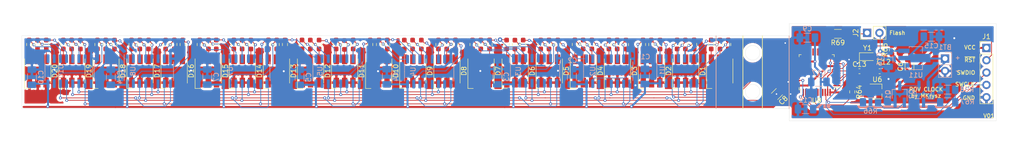
<source format=kicad_pcb>
(kicad_pcb (version 20171130) (host pcbnew "(5.1.10)-1")
  (title_block (rev 1))
  (layers (0 F.Cu signal) (31 B.Cu signal) (34 B.Paste user) (35 F.Paste user) (36 B.SilkS user) (37 F.SilkS user) (38 B.Mask user) (39 F.Mask user) (44 Edge.Cuts user))
  (net 0 "")
  (net 1 GND)
  (net 2 /SPI_MOSI)
  (net 3 /RCLK)
  (net 4 VCC)
  (net 5 /SWCLK)
  (net 6 /SWDIO)
  (net 7 /~rst)
  (net 8 /led_0_R)
  (net 9 /led_0_G)
  (net 10 /led_2_B)
  (net 11 /led_7_R)
  (net 12 /led_1_R)
  (net 13 /led_2_R)
  (net 14 /led_3_R)
  (net 15 /led_4_R)
  (net 16 /led_5_R)
  (net 17 /led_6_R)
  (net 18 /led_1_G)
  (net 19 /led_2_G)
  (net 20 /led_3_G)
  (net 21 /led_4_G)
  (net 22 /led_5_G)
  (net 23 /led_6_G)
  (net 24 /led_1_B)
  (net 25 /led_3_B)
  (net 26 /led_4_B)
  (net 27 /led_5_B)
  (net 28 /led_6_B)
  (net 29 /led_8_R)
  (net 30 /led_9_R)
  (net 31 /led_10_R)
  (net 32 /led_11_R)
  (net 33 /led_12_R)
  (net 34 /led_13_R)
  (net 35 /led_7_G)
  (net 36 /led_8_G)
  (net 37 /led_9_G)
  (net 38 /led_10_G)
  (net 39 /led_11_G)
  (net 40 /led_12_G)
  (net 41 /led_13_G)
  (net 42 /led_7_B)
  (net 43 /led_8_B)
  (net 44 /led_9_B)
  (net 45 /led_10_B)
  (net 46 /led_11_B)
  (net 47 /led_12_B)
  (net 48 /led_13_B)
  (net 49 /led_14_R)
  (net 50 /led_15_R)
  (net 51 /led_16_R)
  (net 52 /led_17_R)
  (net 53 /led_18_R)
  (net 54 /led_19_R)
  (net 55 /led_20_R)
  (net 56 /led_14_G)
  (net 57 /led_15_G)
  (net 58 /led_16_G)
  (net 59 /led_17_G)
  (net 60 /led_18_G)
  (net 61 /led_19_G)
  (net 62 /led_20_G)
  (net 63 /led_14_B)
  (net 64 /led_15_B)
  (net 65 /led_16_B)
  (net 66 /led_17_B)
  (net 67 /led_18_B)
  (net 68 /led_19_B)
  (net 69 /led_20_B)
  (net 70 /hall_sig)
  (net 71 /~OE)
  (net 72 /SPI_CLK)
  (net 73 /~CLEAR)
  (net 74 "Net-(U1-Pad9)")
  (net 75 /led_0_B)
  (net 76 "Net-(U2-Pad9)")
  (net 77 "Net-(U4-Pad9)")
  (net 78 "Net-(U5-Pad9)")
  (net 79 "Net-(U7-Pad9)")
  (net 80 "Net-(U10-Pad14)")
  (net 81 "Net-(C12-Pad2)")
  (net 82 "Net-(C13-Pad2)")
  (net 83 "Net-(D1-Pad6)")
  (net 84 "Net-(D1-Pad5)")
  (net 85 "Net-(D1-Pad4)")
  (net 86 "Net-(D2-Pad6)")
  (net 87 "Net-(D2-Pad5)")
  (net 88 "Net-(D2-Pad4)")
  (net 89 "Net-(D3-Pad6)")
  (net 90 "Net-(D3-Pad5)")
  (net 91 "Net-(D3-Pad4)")
  (net 92 "Net-(D4-Pad6)")
  (net 93 "Net-(D4-Pad5)")
  (net 94 "Net-(D4-Pad4)")
  (net 95 "Net-(D5-Pad6)")
  (net 96 "Net-(D5-Pad5)")
  (net 97 "Net-(D5-Pad4)")
  (net 98 "Net-(D6-Pad6)")
  (net 99 "Net-(D6-Pad5)")
  (net 100 "Net-(D6-Pad4)")
  (net 101 "Net-(D7-Pad6)")
  (net 102 "Net-(D7-Pad5)")
  (net 103 "Net-(D7-Pad4)")
  (net 104 "Net-(D8-Pad6)")
  (net 105 "Net-(D8-Pad5)")
  (net 106 "Net-(D8-Pad4)")
  (net 107 "Net-(D9-Pad6)")
  (net 108 "Net-(D9-Pad5)")
  (net 109 "Net-(D9-Pad4)")
  (net 110 "Net-(D10-Pad6)")
  (net 111 "Net-(D10-Pad5)")
  (net 112 "Net-(D10-Pad4)")
  (net 113 "Net-(D11-Pad6)")
  (net 114 "Net-(D11-Pad5)")
  (net 115 "Net-(D11-Pad4)")
  (net 116 "Net-(D12-Pad6)")
  (net 117 "Net-(D12-Pad5)")
  (net 118 "Net-(D12-Pad4)")
  (net 119 "Net-(D13-Pad6)")
  (net 120 "Net-(D13-Pad5)")
  (net 121 "Net-(D13-Pad4)")
  (net 122 "Net-(D14-Pad6)")
  (net 123 "Net-(D14-Pad5)")
  (net 124 "Net-(D14-Pad4)")
  (net 125 "Net-(D15-Pad6)")
  (net 126 "Net-(D15-Pad5)")
  (net 127 "Net-(D15-Pad4)")
  (net 128 "Net-(D16-Pad6)")
  (net 129 "Net-(D16-Pad5)")
  (net 130 "Net-(D16-Pad4)")
  (net 131 "Net-(D17-Pad6)")
  (net 132 "Net-(D17-Pad5)")
  (net 133 "Net-(D17-Pad4)")
  (net 134 "Net-(D18-Pad6)")
  (net 135 "Net-(D18-Pad5)")
  (net 136 "Net-(D18-Pad4)")
  (net 137 "Net-(D19-Pad6)")
  (net 138 "Net-(D19-Pad5)")
  (net 139 "Net-(D19-Pad4)")
  (net 140 "Net-(D20-Pad6)")
  (net 141 "Net-(D20-Pad5)")
  (net 142 "Net-(D20-Pad4)")
  (net 143 "Net-(D21-Pad6)")
  (net 144 "Net-(D21-Pad5)")
  (net 145 "Net-(D21-Pad4)")
  (net 146 "Net-(U3-Pad9)")
  (net 147 +BATT)
  (net 148 "Net-(Q1-Pad3)")
  (net 149 "Net-(Q1-Pad1)")
  (net 150 "Net-(Q2-Pad3)")
  (net 151 /BAT_EN)
  (net 152 /BAT_IN)
  (net 153 /boot)
  (module Package_QFP:LQFP-48_7x7mm_P0.5mm (layer F.Cu) (at 213.15 97.5 180)
    (fp_text reference U9 (at 0 -5.85) (layer F.SilkS))
    (fp_text value STM32L051C8Tx)
    (pad 48 smd roundrect (at -2.75 -4.1625 180) (size 0.3 1.475) (layers F.Cu F.Paste F.Mask) (net 4 VCC))
    (pad 47 smd roundrect (at -2.25 -4.1625 180) (size 0.3 1.475) (layers F.Cu F.Paste F.Mask) (net 1 GND))
    (pad 46 smd roundrect (at -1.75 -4.1625 180) (size 0.3 1.475) (layers F.Cu F.Paste F.Mask) (net 151 /BAT_EN))
    (pad 45 smd roundrect (at -1.25 -4.1625 180) (size 0.3 1.475) (layers F.Cu F.Paste F.Mask))
    (pad 44 smd roundrect (at -0.75 -4.1625 180) (size 0.3 1.475) (layers F.Cu F.Paste F.Mask) (net 153 /boot))
    (pad 43 smd roundrect (at -0.25 -4.1625 180) (size 0.3 1.475) (layers F.Cu F.Paste F.Mask))
    (pad 42 smd roundrect (at 0.25 -4.1625 180) (size 0.3 1.475) (layers F.Cu F.Paste F.Mask))
    (pad 41 smd roundrect (at 0.75 -4.1625 180) (size 0.3 1.475) (layers F.Cu F.Paste F.Mask) (net 70 /hall_sig))
    (pad 40 smd roundrect (at 1.25 -4.1625 180) (size 0.3 1.475) (layers F.Cu F.Paste F.Mask))
    (pad 39 smd roundrect (at 1.75 -4.1625 180) (size 0.3 1.475) (layers F.Cu F.Paste F.Mask))
    (pad 38 smd roundrect (at 2.25 -4.1625 180) (size 0.3 1.475) (layers F.Cu F.Paste F.Mask))
    (pad 37 smd roundrect (at 2.75 -4.1625 180) (size 0.3 1.475) (layers F.Cu F.Paste F.Mask) (net 5 /SWCLK))
    (pad 36 smd roundrect (at 4.1625 -2.75 180) (size 1.475 0.3) (layers F.Cu F.Paste F.Mask) (net 4 VCC))
    (pad 35 smd roundrect (at 4.1625 -2.25 180) (size 1.475 0.3) (layers F.Cu F.Paste F.Mask) (net 1 GND))
    (pad 34 smd roundrect (at 4.1625 -1.75 180) (size 1.475 0.3) (layers F.Cu F.Paste F.Mask) (net 6 /SWDIO))
    (pad 33 smd roundrect (at 4.1625 -1.25 180) (size 1.475 0.3) (layers F.Cu F.Paste F.Mask) (net 73 /~CLEAR))
    (pad 32 smd roundrect (at 4.1625 -0.75 180) (size 1.475 0.3) (layers F.Cu F.Paste F.Mask) (net 71 /~OE))
    (pad 31 smd roundrect (at 4.1625 -0.25 180) (size 1.475 0.3) (layers F.Cu F.Paste F.Mask))
    (pad 30 smd roundrect (at 4.1625 0.25 180) (size 1.475 0.3) (layers F.Cu F.Paste F.Mask))
    (pad 29 smd roundrect (at 4.1625 0.75 180) (size 1.475 0.3) (layers F.Cu F.Paste F.Mask))
    (pad 28 smd roundrect (at 4.1625 1.25 180) (size 1.475 0.3) (layers F.Cu F.Paste F.Mask) (net 2 /SPI_MOSI))
    (pad 27 smd roundrect (at 4.1625 1.75 180) (size 1.475 0.3) (layers F.Cu F.Paste F.Mask) (net 3 /RCLK))
    (pad 26 smd roundrect (at 4.1625 2.25 180) (size 1.475 0.3) (layers F.Cu F.Paste F.Mask) (net 72 /SPI_CLK))
    (pad 25 smd roundrect (at 4.1625 2.75 180) (size 1.475 0.3) (layers F.Cu F.Paste F.Mask))
    (pad 24 smd roundrect (at 2.75 4.1625 180) (size 0.3 1.475) (layers F.Cu F.Paste F.Mask) (net 4 VCC))
    (pad 23 smd roundrect (at 2.25 4.1625 180) (size 0.3 1.475) (layers F.Cu F.Paste F.Mask) (net 1 GND))
    (pad 22 smd roundrect (at 1.75 4.1625 180) (size 0.3 1.475) (layers F.Cu F.Paste F.Mask))
    (pad 21 smd roundrect (at 1.25 4.1625 180) (size 0.3 1.475) (layers F.Cu F.Paste F.Mask))
    (pad 20 smd roundrect (at 0.75 4.1625 180) (size 0.3 1.475) (layers F.Cu F.Paste F.Mask))
    (pad 19 smd roundrect (at 0.25 4.1625 180) (size 0.3 1.475) (layers F.Cu F.Paste F.Mask))
    (pad 18 smd roundrect (at -0.25 4.1625 180) (size 0.3 1.475) (layers F.Cu F.Paste F.Mask))
    (pad 17 smd roundrect (at -0.75 4.1625 180) (size 0.3 1.475) (layers F.Cu F.Paste F.Mask))
    (pad 16 smd roundrect (at -1.25 4.1625 180) (size 0.3 1.475) (layers F.Cu F.Paste F.Mask))
    (pad 15 smd roundrect (at -1.75 4.1625 180) (size 0.3 1.475) (layers F.Cu F.Paste F.Mask))
    (pad 14 smd roundrect (at -2.25 4.1625 180) (size 0.3 1.475) (layers F.Cu F.Paste F.Mask))
    (pad 13 smd roundrect (at -2.75 4.1625 180) (size 0.3 1.475) (layers F.Cu F.Paste F.Mask))
    (pad 12 smd roundrect (at -4.1625 2.75 180) (size 1.475 0.3) (layers F.Cu F.Paste F.Mask))
    (pad 11 smd roundrect (at -4.1625 2.25 180) (size 1.475 0.3) (layers F.Cu F.Paste F.Mask))
    (pad 10 smd roundrect (at -4.1625 1.75 180) (size 1.475 0.3) (layers F.Cu F.Paste F.Mask) (net 152 /BAT_IN))
    (pad 9 smd roundrect (at -4.1625 1.25 180) (size 1.475 0.3) (layers F.Cu F.Paste F.Mask) (net 4 VCC))
    (pad 8 smd roundrect (at -4.1625 0.75 180) (size 1.475 0.3) (layers F.Cu F.Paste F.Mask) (net 1 GND))
    (pad 7 smd roundrect (at -4.1625 0.25 180) (size 1.475 0.3) (layers F.Cu F.Paste F.Mask) (net 7 /~rst))
    (pad 6 smd roundrect (at -4.1625 -0.25 180) (size 1.475 0.3) (layers F.Cu F.Paste F.Mask))
    (pad 5 smd roundrect (at -4.1625 -0.75 180) (size 1.475 0.3) (layers F.Cu F.Paste F.Mask))
    (pad 4 smd roundrect (at -4.1625 -1.25 180) (size 1.475 0.3) (layers F.Cu F.Paste F.Mask) (net 82 "Net-(C13-Pad2)"))
    (pad 3 smd roundrect (at -4.1625 -1.75 180) (size 1.475 0.3) (layers F.Cu F.Paste F.Mask) (net 81 "Net-(C12-Pad2)"))
    (pad 2 smd roundrect (at -4.1625 -2.25 180) (size 1.475 0.3) (layers F.Cu F.Paste F.Mask))
    (pad 1 smd roundrect (at -4.1625 -2.75 180) (size 1.475 0.3) (layers F.Cu F.Paste F.Mask))
  )
  (module Capacitor_SMD:C_1206_3216Metric_Pad1.33x1.80mm_HandSolder (layer B.Cu) (at 213.6 99.5 180)
    (fp_text reference C17 (at 0 1.85) (layer B.SilkS) (effects (justify mirror)))
    (fp_text value 100nF)
    (pad 2 smd roundrect (at 1.5625 0 180) (size 1.325 1.8) (layers B.Cu B.Paste B.Mask) (roundrect_rratio 0.1886784905660377) (net 1 GND))
    (pad 1 smd roundrect (at -1.5625 0 180) (size 1.325 1.8) (layers B.Cu B.Paste B.Mask) (roundrect_rratio 0.1886784905660377) (net 4 VCC))
  )
  (module Capacitor_SMD:C_0603_1608Metric_Pad1.08x0.95mm_HandSolder (layer F.Cu) (at 221.9325 97.3)
    (fp_text reference C13 (at 0 -1.43) (layer F.SilkS))
    (fp_text value 10pF)
    (pad 2 smd roundrect (at 0.8625 0) (size 1.075 0.95) (layers F.Cu F.Paste F.Mask) (net 82 "Net-(C13-Pad2)"))
    (pad 1 smd roundrect (at -0.8625 0) (size 1.075 0.95) (layers F.Cu F.Paste F.Mask) (net 1 GND))
  )
  (module Capacitor_SMD:C_0603_1608Metric_Pad1.08x0.95mm_HandSolder (layer F.Cu) (at 226.0675 97.3 180)
    (fp_text reference C12 (at -0.8325 1.9) (layer F.SilkS))
    (fp_text value 10pF)
    (pad 2 smd roundrect (at 0.8625 0 180) (size 1.075 0.95) (layers F.Cu F.Paste F.Mask) (net 81 "Net-(C12-Pad2)"))
    (pad 1 smd roundrect (at -0.8625 0 180) (size 1.075 0.95) (layers F.Cu F.Paste F.Mask) (net 1 GND))
  )
  (module Resistor_SMD:R_1206_3216Metric_Pad1.30x1.75mm_HandSolder (layer F.Cu) (at 217.5 89.6 180)
    (fp_text reference R69 (at 0 -1.82) (layer F.SilkS))
    (fp_text value 10K)
    (pad 2 smd roundrect (at 1.55 0 180) (size 1.3 1.75) (layers F.Cu F.Paste F.Mask) (roundrect_rratio 0.1923076923076923) (net 1 GND))
    (pad 1 smd roundrect (at -1.55 0 180) (size 1.3 1.75) (layers F.Cu F.Paste F.Mask) (roundrect_rratio 0.1923076923076923) (net 153 /boot))
  )
  (module Connector_PinHeader_2.54mm:PinHeader_1x02_P2.54mm_Vertical (layer F.Cu) (at 223.5 89.4 90)
    (fp_text reference J2 (at 0 -2.33 90) (layer F.SilkS))
    (fp_text value Conn_01x02_Male)
    (pad 2 thru_hole oval (at 0 2.54 90) (size 1.7 1.7) (drill 1) (layers *.Cu *.Mask) (net 4 VCC))
    (pad 1 thru_hole rect (at 0 0 90) (size 1.7 1.7) (drill 1) (layers *.Cu *.Mask) (net 153 /boot))
  )
  (module Package_TO_SOT_SMD:SOT-89-3_Handsoldering (layer B.Cu) (at 233.2 94.6)
    (fp_text reference U11 (at 0.3 3.5) (layer B.SilkS) (effects (justify mirror)))
    (fp_text value HT75xx-1-SOT89)
    (pad 2 smd custom (at -2.0625 0) (size 2.475 0.9) (layers B.Cu B.Paste B.Mask) (net 147 +BATT) (options (clearance outline) (anchor rect)) (primitives (gr_poly (pts (xy 1.2375 0.8665) (xy 5.3625 0.8665) (xy 5.3625 -0.8665) (xy 1.2375 -0.8665)) (width 0))))
    (pad 3 smd rect (at -2.15 -1.5) (size 2.3 0.9) (layers B.Cu B.Paste B.Mask) (net 4 VCC))
    (pad 1 smd rect (at -2.15 1.5) (size 2.3 0.9) (layers B.Cu B.Paste B.Mask) (net 1 GND))
  )
  (module Package_TO_SOT_SMD:TSOT-23_HandSoldering (layer B.Cu) (at 235.1 102 270)
    (fp_text reference Q2 (at 0 2.45 90) (layer B.SilkS) (effects (justify mirror)))
    (fp_text value MMBT3906)
    (pad 3 smd rect (at 1.71 0 270) (size 2 0.65) (layers B.Cu B.Paste B.Mask) (net 150 "Net-(Q2-Pad3)"))
    (pad 2 smd rect (at -1.71 -0.95 270) (size 2 0.65) (layers B.Cu B.Paste B.Mask) (net 147 +BATT))
    (pad 1 smd rect (at -1.71 0.95 270) (size 2 0.65) (layers B.Cu B.Paste B.Mask) (net 148 "Net-(Q1-Pad3)"))
  )
  (module Package_TO_SOT_SMD:TSOT-23_HandSoldering (layer B.Cu) (at 230.2 102.01 90)
    (fp_text reference Q1 (at -0.1 -2.4 90) (layer B.SilkS) (effects (justify mirror)))
    (fp_text value MMBT3904)
    (pad 3 smd rect (at 1.71 0 90) (size 2 0.65) (layers B.Cu B.Paste B.Mask) (net 148 "Net-(Q1-Pad3)"))
    (pad 2 smd rect (at -1.71 -0.95 90) (size 2 0.65) (layers B.Cu B.Paste B.Mask) (net 1 GND))
    (pad 1 smd rect (at -1.71 0.95 90) (size 2 0.65) (layers B.Cu B.Paste B.Mask) (net 149 "Net-(Q1-Pad1)"))
  )
  (module Connector_PinHeader_2.54mm:PinHeader_1x02_P2.54mm_Vertical (layer B.Cu) (at 239.5 94.7 180)
    (fp_text reference BT1 (at 0 2.33 180) (layer B.SilkS) (effects (justify mirror)))
    (fp_text value Battery_Cell)
    (pad 2 thru_hole oval (at 0 -2.54 180) (size 1.7 1.7) (drill 1) (layers *.Cu *.Mask) (net 1 GND))
    (pad 1 thru_hole rect (at 0 0 180) (size 1.7 1.7) (drill 1) (layers *.Cu *.Mask) (net 147 +BATT))
  )
  (module Resistor_SMD:R_1206_3216Metric_Pad1.30x1.75mm_HandSolder (layer B.Cu) (at 240.050001 101.1 180)
    (fp_text reference R68 (at -3.949999 0) (layer B.SilkS) (effects (justify mirror)))
    (fp_text value 10K)
    (pad 2 smd roundrect (at 1.55 0 180) (size 1.3 1.75) (layers B.Cu B.Paste B.Mask) (roundrect_rratio 0.1923076923076923) (net 1 GND))
    (pad 1 smd roundrect (at -1.55 0 180) (size 1.3 1.75) (layers B.Cu B.Paste B.Mask) (roundrect_rratio 0.1923076923076923) (net 152 /BAT_IN))
  )
  (module Resistor_SMD:R_1206_3216Metric_Pad1.30x1.75mm_HandSolder (layer B.Cu) (at 240.05 103.7)
    (fp_text reference R67 (at 4.05 -0.1) (layer B.SilkS) (effects (justify mirror)))
    (fp_text value 47K)
    (pad 2 smd roundrect (at 1.55 0) (size 1.3 1.75) (layers B.Cu B.Paste B.Mask) (roundrect_rratio 0.1923076923076923) (net 152 /BAT_IN))
    (pad 1 smd roundrect (at -1.55 0) (size 1.3 1.75) (layers B.Cu B.Paste B.Mask) (roundrect_rratio 0.1923076923076923) (net 150 "Net-(Q2-Pad3)"))
  )
  (module Resistor_SMD:R_1206_3216Metric_Pad1.30x1.75mm_HandSolder (layer B.Cu) (at 224.2 103.7)
    (fp_text reference R66 (at 0 1.82) (layer B.SilkS) (effects (justify mirror)))
    (fp_text value 47K)
    (pad 2 smd roundrect (at 1.55 0) (size 1.3 1.75) (layers B.Cu B.Paste B.Mask) (roundrect_rratio 0.1923076923076923) (net 149 "Net-(Q1-Pad1)"))
    (pad 1 smd roundrect (at -1.55 0) (size 1.3 1.75) (layers B.Cu B.Paste B.Mask) (roundrect_rratio 0.1923076923076923) (net 151 /BAT_EN))
  )
  (module Capacitor_SMD:C_1206_3216Metric_Pad1.33x1.80mm_HandSolder (layer B.Cu) (at 227.9 94.8 270)
    (fp_text reference C16 (at 0 1.85 90) (layer B.SilkS) (effects (justify mirror)))
    (fp_text value 10uF)
    (pad 2 smd roundrect (at 1.5625 0 270) (size 1.325 1.8) (layers B.Cu B.Paste B.Mask) (roundrect_rratio 0.1886784905660377) (net 1 GND))
    (pad 1 smd roundrect (at -1.5625 0 270) (size 1.325 1.8) (layers B.Cu B.Paste B.Mask) (roundrect_rratio 0.1886784905660377) (net 4 VCC))
  )
  (module Capacitor_SMD:C_1206_3216Metric_Pad1.33x1.80mm_HandSolder (layer B.Cu) (at 236.7 90.2)
    (fp_text reference C15 (at 0 1.85) (layer B.SilkS) (effects (justify mirror)))
    (fp_text value 10uF)
    (pad 2 smd roundrect (at 1.5625 0) (size 1.325 1.8) (layers B.Cu B.Paste B.Mask) (roundrect_rratio 0.1886784905660377) (net 1 GND))
    (pad 1 smd roundrect (at -1.5625 0) (size 1.325 1.8) (layers B.Cu B.Paste B.Mask) (roundrect_rratio 0.1886784905660377) (net 147 +BATT))
  )
  (module Resistor_SMD:R_0603_1608Metric_Pad0.98x0.95mm_HandSolder (layer F.Cu) (at 228.6 92.9125 90)
    (fp_text reference R65 (at 0 -1.43 90) (layer F.SilkS))
    (fp_text value 10K)
    (pad 2 smd roundrect (at 0.9125 0 90) (size 0.975 0.95) (layers F.Cu F.Paste F.Mask) (net 7 /~rst))
    (pad 1 smd roundrect (at -0.9125 0 90) (size 0.975 0.95) (layers F.Cu F.Paste F.Mask) (net 4 VCC))
  )
  (module Resistor_SMD:R_0603_1608Metric_Pad0.98x0.95mm_HandSolder (layer F.Cu) (at 220.45 101.55 270)
    (fp_text reference R64 (at 0 -1.43 90) (layer F.SilkS))
    (fp_text value 10K)
    (pad 2 smd roundrect (at 0.9125 0 270) (size 0.975 0.95) (layers F.Cu F.Paste F.Mask) (net 70 /hall_sig))
    (pad 1 smd roundrect (at -0.9125 0 270) (size 0.975 0.95) (layers F.Cu F.Paste F.Mask) (net 4 VCC))
  )
  (module Resistor_SMD:R_0603_1608Metric_Pad0.98x0.95mm_HandSolder (layer F.Cu) (at 55 91.8 270)
    (fp_text reference R63 hide)
    (fp_text value 10K)
    (pad 2 smd roundrect (at 0.9125 0 270) (size 0.975 0.95) (layers F.Cu F.Paste F.Mask) (net 145 "Net-(D21-Pad4)"))
    (pad 1 smd roundrect (at -0.9125 0 270) (size 0.975 0.95) (layers F.Cu F.Paste F.Mask) (net 69 /led_20_B))
  )
  (module Resistor_SMD:R_0603_1608Metric_Pad0.98x0.95mm_HandSolder (layer F.Cu) (at 62 91.8125 270)
    (fp_text reference R62 hide)
    (fp_text value 10K)
    (pad 2 smd roundrect (at 0.9125 0 270) (size 0.975 0.95) (layers F.Cu F.Paste F.Mask) (net 142 "Net-(D20-Pad4)"))
    (pad 1 smd roundrect (at -0.9125 0 270) (size 0.975 0.95) (layers F.Cu F.Paste F.Mask) (net 68 /led_19_B))
  )
  (module Resistor_SMD:R_0603_1608Metric_Pad0.98x0.95mm_HandSolder (layer F.Cu) (at 69 91.8125 270)
    (fp_text reference R61 hide)
    (fp_text value 10K)
    (pad 2 smd roundrect (at 0.9125 0 270) (size 0.975 0.95) (layers F.Cu F.Paste F.Mask) (net 139 "Net-(D19-Pad4)"))
    (pad 1 smd roundrect (at -0.9125 0 270) (size 0.975 0.95) (layers F.Cu F.Paste F.Mask) (net 67 /led_18_B))
  )
  (module Resistor_SMD:R_0603_1608Metric_Pad0.98x0.95mm_HandSolder (layer F.Cu) (at 76 91.8 270)
    (fp_text reference R60 hide)
    (fp_text value 10K)
    (pad 2 smd roundrect (at 0.9125 0 270) (size 0.975 0.95) (layers F.Cu F.Paste F.Mask) (net 136 "Net-(D18-Pad4)"))
    (pad 1 smd roundrect (at -0.9125 0 270) (size 0.975 0.95) (layers F.Cu F.Paste F.Mask) (net 66 /led_17_B))
  )
  (module Resistor_SMD:R_0603_1608Metric_Pad0.98x0.95mm_HandSolder (layer F.Cu) (at 83 91.8 270)
    (fp_text reference R59 hide)
    (fp_text value 10K)
    (pad 2 smd roundrect (at 0.9125 0 270) (size 0.975 0.95) (layers F.Cu F.Paste F.Mask) (net 133 "Net-(D17-Pad4)"))
    (pad 1 smd roundrect (at -0.9125 0 270) (size 0.975 0.95) (layers F.Cu F.Paste F.Mask) (net 65 /led_16_B))
  )
  (module Resistor_SMD:R_0603_1608Metric_Pad0.98x0.95mm_HandSolder (layer F.Cu) (at 89.9 91.8 270)
    (fp_text reference R58 hide)
    (fp_text value 10K)
    (pad 2 smd roundrect (at 0.9125 0 270) (size 0.975 0.95) (layers F.Cu F.Paste F.Mask) (net 130 "Net-(D16-Pad4)"))
    (pad 1 smd roundrect (at -0.9125 0 270) (size 0.975 0.95) (layers F.Cu F.Paste F.Mask) (net 64 /led_15_B))
  )
  (module Resistor_SMD:R_0603_1608Metric_Pad0.98x0.95mm_HandSolder (layer F.Cu) (at 97 91.8125 270)
    (fp_text reference R57 hide)
    (fp_text value 10K)
    (pad 2 smd roundrect (at 0.9125 0 270) (size 0.975 0.95) (layers F.Cu F.Paste F.Mask) (net 127 "Net-(D15-Pad4)"))
    (pad 1 smd roundrect (at -0.9125 0 270) (size 0.975 0.95) (layers F.Cu F.Paste F.Mask) (net 63 /led_14_B))
  )
  (module Resistor_SMD:R_0603_1608Metric_Pad0.98x0.95mm_HandSolder (layer F.Cu) (at 53.2 91.8125 270)
    (fp_text reference R56 hide)
    (fp_text value 10K)
    (pad 2 smd roundrect (at 0.9125 0 270) (size 0.975 0.95) (layers F.Cu F.Paste F.Mask) (net 144 "Net-(D21-Pad5)"))
    (pad 1 smd roundrect (at -0.9125 0 270) (size 0.975 0.95) (layers F.Cu F.Paste F.Mask) (net 62 /led_20_G))
  )
  (module Resistor_SMD:R_0603_1608Metric_Pad0.98x0.95mm_HandSolder (layer F.Cu) (at 60.2 91.8 270)
    (fp_text reference R55 hide)
    (fp_text value 10K)
    (pad 2 smd roundrect (at 0.9125 0 270) (size 0.975 0.95) (layers F.Cu F.Paste F.Mask) (net 141 "Net-(D20-Pad5)"))
    (pad 1 smd roundrect (at -0.9125 0 270) (size 0.975 0.95) (layers F.Cu F.Paste F.Mask) (net 61 /led_19_G))
  )
  (module Resistor_SMD:R_0603_1608Metric_Pad0.98x0.95mm_HandSolder (layer F.Cu) (at 67.2 91.8 270)
    (fp_text reference R54 hide)
    (fp_text value 10K)
    (pad 2 smd roundrect (at 0.9125 0 270) (size 0.975 0.95) (layers F.Cu F.Paste F.Mask) (net 138 "Net-(D19-Pad5)"))
    (pad 1 smd roundrect (at -0.9125 0 270) (size 0.975 0.95) (layers F.Cu F.Paste F.Mask) (net 60 /led_18_G))
  )
  (module Resistor_SMD:R_0603_1608Metric_Pad0.98x0.95mm_HandSolder (layer F.Cu) (at 74.2 91.8 270)
    (fp_text reference R53 hide)
    (fp_text value 10K)
    (pad 2 smd roundrect (at 0.9125 0 270) (size 0.975 0.95) (layers F.Cu F.Paste F.Mask) (net 135 "Net-(D18-Pad5)"))
    (pad 1 smd roundrect (at -0.9125 0 270) (size 0.975 0.95) (layers F.Cu F.Paste F.Mask) (net 59 /led_17_G))
  )
  (module Resistor_SMD:R_0603_1608Metric_Pad0.98x0.95mm_HandSolder (layer F.Cu) (at 81.3 91.7875 270)
    (fp_text reference R52 hide)
    (fp_text value 10K)
    (pad 2 smd roundrect (at 0.9125 0 270) (size 0.975 0.95) (layers F.Cu F.Paste F.Mask) (net 132 "Net-(D17-Pad5)"))
    (pad 1 smd roundrect (at -0.9125 0 270) (size 0.975 0.95) (layers F.Cu F.Paste F.Mask) (net 58 /led_16_G))
  )
  (module Resistor_SMD:R_0603_1608Metric_Pad0.98x0.95mm_HandSolder (layer F.Cu) (at 88.3 91.8 270)
    (fp_text reference R51 hide)
    (fp_text value 10K)
    (pad 2 smd roundrect (at 0.9125 0 270) (size 0.975 0.95) (layers F.Cu F.Paste F.Mask) (net 129 "Net-(D16-Pad5)"))
    (pad 1 smd roundrect (at -0.9125 0 270) (size 0.975 0.95) (layers F.Cu F.Paste F.Mask) (net 57 /led_15_G))
  )
  (module Resistor_SMD:R_0603_1608Metric_Pad0.98x0.95mm_HandSolder (layer F.Cu) (at 95.2 91.8 270)
    (fp_text reference R50 hide)
    (fp_text value 10K)
    (pad 2 smd roundrect (at 0.9125 0 270) (size 0.975 0.95) (layers F.Cu F.Paste F.Mask) (net 126 "Net-(D15-Pad5)"))
    (pad 1 smd roundrect (at -0.9125 0 270) (size 0.975 0.95) (layers F.Cu F.Paste F.Mask) (net 56 /led_14_G))
  )
  (module Resistor_SMD:R_0603_1608Metric_Pad0.98x0.95mm_HandSolder (layer F.Cu) (at 51.5 91.8 270)
    (fp_text reference R49 hide)
    (fp_text value 10K)
    (pad 2 smd roundrect (at 0.9125 0 270) (size 0.975 0.95) (layers F.Cu F.Paste F.Mask) (net 143 "Net-(D21-Pad6)"))
    (pad 1 smd roundrect (at -0.9125 0 270) (size 0.975 0.95) (layers F.Cu F.Paste F.Mask) (net 55 /led_20_R))
  )
  (module Resistor_SMD:R_0603_1608Metric_Pad0.98x0.95mm_HandSolder (layer F.Cu) (at 58.5 91.8 270)
    (fp_text reference R48 hide)
    (fp_text value 10K)
    (pad 2 smd roundrect (at 0.9125 0 270) (size 0.975 0.95) (layers F.Cu F.Paste F.Mask) (net 140 "Net-(D20-Pad6)"))
    (pad 1 smd roundrect (at -0.9125 0 270) (size 0.975 0.95) (layers F.Cu F.Paste F.Mask) (net 54 /led_19_R))
  )
  (module Resistor_SMD:R_0603_1608Metric_Pad0.98x0.95mm_HandSolder (layer F.Cu) (at 65.5 91.8 270)
    (fp_text reference R47 hide)
    (fp_text value 10K)
    (pad 2 smd roundrect (at 0.9125 0 270) (size 0.975 0.95) (layers F.Cu F.Paste F.Mask) (net 137 "Net-(D19-Pad6)"))
    (pad 1 smd roundrect (at -0.9125 0 270) (size 0.975 0.95) (layers F.Cu F.Paste F.Mask) (net 53 /led_18_R))
  )
  (module Resistor_SMD:R_0603_1608Metric_Pad0.98x0.95mm_HandSolder (layer F.Cu) (at 72.5 91.8 270)
    (fp_text reference R46 hide)
    (fp_text value 10K)
    (pad 2 smd roundrect (at 0.9125 0 270) (size 0.975 0.95) (layers F.Cu F.Paste F.Mask) (net 134 "Net-(D18-Pad6)"))
    (pad 1 smd roundrect (at -0.9125 0 270) (size 0.975 0.95) (layers F.Cu F.Paste F.Mask) (net 52 /led_17_R))
  )
  (module Resistor_SMD:R_0603_1608Metric_Pad0.98x0.95mm_HandSolder (layer F.Cu) (at 79.5 91.8125 270)
    (fp_text reference R45 hide)
    (fp_text value 10K)
    (pad 2 smd roundrect (at 0.9125 0 270) (size 0.975 0.95) (layers F.Cu F.Paste F.Mask) (net 131 "Net-(D17-Pad6)"))
    (pad 1 smd roundrect (at -0.9125 0 270) (size 0.975 0.95) (layers F.Cu F.Paste F.Mask) (net 51 /led_16_R))
  )
  (module Resistor_SMD:R_0603_1608Metric_Pad0.98x0.95mm_HandSolder (layer F.Cu) (at 86.5 91.8 270)
    (fp_text reference R44 hide)
    (fp_text value 10K)
    (pad 2 smd roundrect (at 0.9125 0 270) (size 0.975 0.95) (layers F.Cu F.Paste F.Mask) (net 128 "Net-(D16-Pad6)"))
    (pad 1 smd roundrect (at -0.9125 0 270) (size 0.975 0.95) (layers F.Cu F.Paste F.Mask) (net 50 /led_15_R))
  )
  (module Resistor_SMD:R_0603_1608Metric_Pad0.98x0.95mm_HandSolder (layer F.Cu) (at 93.5 91.8 270)
    (fp_text reference R43 hide)
    (fp_text value 10K)
    (pad 2 smd roundrect (at 0.9125 0 270) (size 0.975 0.95) (layers F.Cu F.Paste F.Mask) (net 125 "Net-(D15-Pad6)"))
    (pad 1 smd roundrect (at -0.9125 0 270) (size 0.975 0.95) (layers F.Cu F.Paste F.Mask) (net 49 /led_14_R))
  )
  (module Resistor_SMD:R_0603_1608Metric_Pad0.98x0.95mm_HandSolder (layer F.Cu) (at 104 91.8 270)
    (fp_text reference R42 hide)
    (fp_text value 10K)
    (pad 2 smd roundrect (at 0.9125 0 270) (size 0.975 0.95) (layers F.Cu F.Paste F.Mask) (net 124 "Net-(D14-Pad4)"))
    (pad 1 smd roundrect (at -0.9125 0 270) (size 0.975 0.95) (layers F.Cu F.Paste F.Mask) (net 48 /led_13_B))
  )
  (module Resistor_SMD:R_0603_1608Metric_Pad0.98x0.95mm_HandSolder (layer F.Cu) (at 111 91.8 270)
    (fp_text reference R41 hide)
    (fp_text value 10K)
    (pad 2 smd roundrect (at 0.9125 0 270) (size 0.975 0.95) (layers F.Cu F.Paste F.Mask) (net 121 "Net-(D13-Pad4)"))
    (pad 1 smd roundrect (at -0.9125 0 270) (size 0.975 0.95) (layers F.Cu F.Paste F.Mask) (net 47 /led_12_B))
  )
  (module Resistor_SMD:R_0603_1608Metric_Pad0.98x0.95mm_HandSolder (layer F.Cu) (at 118 91.8 270)
    (fp_text reference R40 hide)
    (fp_text value 10K)
    (pad 2 smd roundrect (at 0.9125 0 270) (size 0.975 0.95) (layers F.Cu F.Paste F.Mask) (net 118 "Net-(D12-Pad4)"))
    (pad 1 smd roundrect (at -0.9125 0 270) (size 0.975 0.95) (layers F.Cu F.Paste F.Mask) (net 46 /led_11_B))
  )
  (module Resistor_SMD:R_0603_1608Metric_Pad0.98x0.95mm_HandSolder (layer F.Cu) (at 125 91.8 270)
    (fp_text reference R39 hide)
    (fp_text value 10K)
    (pad 2 smd roundrect (at 0.9125 0 270) (size 0.975 0.95) (layers F.Cu F.Paste F.Mask) (net 115 "Net-(D11-Pad4)"))
    (pad 1 smd roundrect (at -0.9125 0 270) (size 0.975 0.95) (layers F.Cu F.Paste F.Mask) (net 45 /led_10_B))
  )
  (module Resistor_SMD:R_0603_1608Metric_Pad0.98x0.95mm_HandSolder (layer F.Cu) (at 132 91.8 270)
    (fp_text reference R38 hide)
    (fp_text value 10K)
    (pad 2 smd roundrect (at 0.9125 0 270) (size 0.975 0.95) (layers F.Cu F.Paste F.Mask) (net 112 "Net-(D10-Pad4)"))
    (pad 1 smd roundrect (at -0.9125 0 270) (size 0.975 0.95) (layers F.Cu F.Paste F.Mask) (net 44 /led_9_B))
  )
  (module Resistor_SMD:R_0603_1608Metric_Pad0.98x0.95mm_HandSolder (layer F.Cu) (at 139 91.7875 270)
    (fp_text reference R37 hide)
    (fp_text value 10K)
    (pad 2 smd roundrect (at 0.9125 0 270) (size 0.975 0.95) (layers F.Cu F.Paste F.Mask) (net 109 "Net-(D9-Pad4)"))
    (pad 1 smd roundrect (at -0.9125 0 270) (size 0.975 0.95) (layers F.Cu F.Paste F.Mask) (net 43 /led_8_B))
  )
  (module Resistor_SMD:R_0603_1608Metric_Pad0.98x0.95mm_HandSolder (layer F.Cu) (at 146 91.7875 270)
    (fp_text reference R36 hide)
    (fp_text value 10K)
    (pad 2 smd roundrect (at 0.9125 0 270) (size 0.975 0.95) (layers F.Cu F.Paste F.Mask) (net 106 "Net-(D8-Pad4)"))
    (pad 1 smd roundrect (at -0.9125 0 270) (size 0.975 0.95) (layers F.Cu F.Paste F.Mask) (net 42 /led_7_B))
  )
  (module Resistor_SMD:R_0603_1608Metric_Pad0.98x0.95mm_HandSolder (layer F.Cu) (at 102.3 91.8 270)
    (fp_text reference R35 hide)
    (fp_text value 10K)
    (pad 2 smd roundrect (at 0.9125 0 270) (size 0.975 0.95) (layers F.Cu F.Paste F.Mask) (net 123 "Net-(D14-Pad5)"))
    (pad 1 smd roundrect (at -0.9125 0 270) (size 0.975 0.95) (layers F.Cu F.Paste F.Mask) (net 41 /led_13_G))
  )
  (module Resistor_SMD:R_0603_1608Metric_Pad0.98x0.95mm_HandSolder (layer F.Cu) (at 109.2 91.8 270)
    (fp_text reference R34 hide)
    (fp_text value 10K)
    (pad 2 smd roundrect (at 0.9125 0 270) (size 0.975 0.95) (layers F.Cu F.Paste F.Mask) (net 120 "Net-(D13-Pad5)"))
    (pad 1 smd roundrect (at -0.9125 0 270) (size 0.975 0.95) (layers F.Cu F.Paste F.Mask) (net 40 /led_12_G))
  )
  (module Resistor_SMD:R_0603_1608Metric_Pad0.98x0.95mm_HandSolder (layer F.Cu) (at 116.2 91.8875 270)
    (fp_text reference R33 hide)
    (fp_text value 10K)
    (pad 2 smd roundrect (at 0.9125 0 270) (size 0.975 0.95) (layers F.Cu F.Paste F.Mask) (net 117 "Net-(D12-Pad5)"))
    (pad 1 smd roundrect (at -0.9125 0 270) (size 0.975 0.95) (layers F.Cu F.Paste F.Mask) (net 39 /led_11_G))
  )
  (module Resistor_SMD:R_0603_1608Metric_Pad0.98x0.95mm_HandSolder (layer F.Cu) (at 123.3 91.8 270)
    (fp_text reference R32 hide)
    (fp_text value 10K)
    (pad 2 smd roundrect (at 0.9125 0 270) (size 0.975 0.95) (layers F.Cu F.Paste F.Mask) (net 114 "Net-(D11-Pad5)"))
    (pad 1 smd roundrect (at -0.9125 0 270) (size 0.975 0.95) (layers F.Cu F.Paste F.Mask) (net 38 /led_10_G))
  )
  (module Resistor_SMD:R_0603_1608Metric_Pad0.98x0.95mm_HandSolder (layer F.Cu) (at 130.2 91.8 270)
    (fp_text reference R31 hide)
    (fp_text value 10K)
    (pad 2 smd roundrect (at 0.9125 0 270) (size 0.975 0.95) (layers F.Cu F.Paste F.Mask) (net 111 "Net-(D10-Pad5)"))
    (pad 1 smd roundrect (at -0.9125 0 270) (size 0.975 0.95) (layers F.Cu F.Paste F.Mask) (net 37 /led_9_G))
  )
  (module Resistor_SMD:R_0603_1608Metric_Pad0.98x0.95mm_HandSolder (layer F.Cu) (at 137.2 91.8125 270)
    (fp_text reference R30 hide)
    (fp_text value 10K)
    (pad 2 smd roundrect (at 0.9125 0 270) (size 0.975 0.95) (layers F.Cu F.Paste F.Mask) (net 108 "Net-(D9-Pad5)"))
    (pad 1 smd roundrect (at -0.9125 0 270) (size 0.975 0.95) (layers F.Cu F.Paste F.Mask) (net 36 /led_8_G))
  )
  (module Resistor_SMD:R_0603_1608Metric_Pad0.98x0.95mm_HandSolder (layer F.Cu) (at 144.2 91.8 270)
    (fp_text reference R29 hide)
    (fp_text value 10K)
    (pad 2 smd roundrect (at 0.9125 0 270) (size 0.975 0.95) (layers F.Cu F.Paste F.Mask) (net 105 "Net-(D8-Pad5)"))
    (pad 1 smd roundrect (at -0.9125 0 270) (size 0.975 0.95) (layers F.Cu F.Paste F.Mask) (net 35 /led_7_G))
  )
  (module Resistor_SMD:R_0603_1608Metric_Pad0.98x0.95mm_HandSolder (layer F.Cu) (at 100.6 91.7875 270)
    (fp_text reference R28 hide)
    (fp_text value 10K)
    (pad 2 smd roundrect (at 0.9125 0 270) (size 0.975 0.95) (layers F.Cu F.Paste F.Mask) (net 122 "Net-(D14-Pad6)"))
    (pad 1 smd roundrect (at -0.9125 0 270) (size 0.975 0.95) (layers F.Cu F.Paste F.Mask) (net 34 /led_13_R))
  )
  (module Resistor_SMD:R_0603_1608Metric_Pad0.98x0.95mm_HandSolder (layer F.Cu) (at 107.5 91.7875 270)
    (fp_text reference R27 hide)
    (fp_text value 10K)
    (pad 2 smd roundrect (at 0.9125 0 270) (size 0.975 0.95) (layers F.Cu F.Paste F.Mask) (net 119 "Net-(D13-Pad6)"))
    (pad 1 smd roundrect (at -0.9125 0 270) (size 0.975 0.95) (layers F.Cu F.Paste F.Mask) (net 33 /led_12_R))
  )
  (module Resistor_SMD:R_0603_1608Metric_Pad0.98x0.95mm_HandSolder (layer F.Cu) (at 114.5 91.8 270)
    (fp_text reference R26 hide)
    (fp_text value 10K)
    (pad 2 smd roundrect (at 0.9125 0 270) (size 0.975 0.95) (layers F.Cu F.Paste F.Mask) (net 116 "Net-(D12-Pad6)"))
    (pad 1 smd roundrect (at -0.9125 0 270) (size 0.975 0.95) (layers F.Cu F.Paste F.Mask) (net 32 /led_11_R))
  )
  (module Resistor_SMD:R_0603_1608Metric_Pad0.98x0.95mm_HandSolder (layer F.Cu) (at 121.5 91.8 270)
    (fp_text reference R25 hide)
    (fp_text value 10K)
    (pad 2 smd roundrect (at 0.9125 0 270) (size 0.975 0.95) (layers F.Cu F.Paste F.Mask) (net 113 "Net-(D11-Pad6)"))
    (pad 1 smd roundrect (at -0.9125 0 270) (size 0.975 0.95) (layers F.Cu F.Paste F.Mask) (net 31 /led_10_R))
  )
  (module Resistor_SMD:R_0603_1608Metric_Pad0.98x0.95mm_HandSolder (layer F.Cu) (at 128.5 91.8 270)
    (fp_text reference R24 hide)
    (fp_text value 10K)
    (pad 2 smd roundrect (at 0.9125 0 270) (size 0.975 0.95) (layers F.Cu F.Paste F.Mask) (net 110 "Net-(D10-Pad6)"))
    (pad 1 smd roundrect (at -0.9125 0 270) (size 0.975 0.95) (layers F.Cu F.Paste F.Mask) (net 30 /led_9_R))
  )
  (module Resistor_SMD:R_0603_1608Metric_Pad0.98x0.95mm_HandSolder (layer F.Cu) (at 135.5 91.8 270)
    (fp_text reference R23 hide)
    (fp_text value 10K)
    (pad 2 smd roundrect (at 0.9125 0 270) (size 0.975 0.95) (layers F.Cu F.Paste F.Mask) (net 107 "Net-(D9-Pad6)"))
    (pad 1 smd roundrect (at -0.9125 0 270) (size 0.975 0.95) (layers F.Cu F.Paste F.Mask) (net 29 /led_8_R))
  )
  (module Resistor_SMD:R_0603_1608Metric_Pad0.98x0.95mm_HandSolder (layer F.Cu) (at 142.5 91.8 270)
    (fp_text reference R22 hide)
    (fp_text value 10K)
    (pad 2 smd roundrect (at 0.9125 0 270) (size 0.975 0.95) (layers F.Cu F.Paste F.Mask) (net 104 "Net-(D8-Pad6)"))
    (pad 1 smd roundrect (at -0.9125 0 270) (size 0.975 0.95) (layers F.Cu F.Paste F.Mask) (net 11 /led_7_R))
  )
  (module Resistor_SMD:R_0603_1608Metric_Pad0.98x0.95mm_HandSolder (layer F.Cu) (at 152.9 91.8 270)
    (fp_text reference R21 hide)
    (fp_text value 10K)
    (pad 2 smd roundrect (at 0.9125 0 270) (size 0.975 0.95) (layers F.Cu F.Paste F.Mask) (net 103 "Net-(D7-Pad4)"))
    (pad 1 smd roundrect (at -0.9125 0 270) (size 0.975 0.95) (layers F.Cu F.Paste F.Mask) (net 28 /led_6_B))
  )
  (module Resistor_SMD:R_0603_1608Metric_Pad0.98x0.95mm_HandSolder (layer F.Cu) (at 160 91.8 270)
    (fp_text reference R20 hide)
    (fp_text value 10K)
    (pad 2 smd roundrect (at 0.9125 0 270) (size 0.975 0.95) (layers F.Cu F.Paste F.Mask) (net 100 "Net-(D6-Pad4)"))
    (pad 1 smd roundrect (at -0.9125 0 270) (size 0.975 0.95) (layers F.Cu F.Paste F.Mask) (net 27 /led_5_B))
  )
  (module Resistor_SMD:R_0603_1608Metric_Pad0.98x0.95mm_HandSolder (layer F.Cu) (at 167 91.8 270)
    (fp_text reference R19 hide)
    (fp_text value 10K)
    (pad 2 smd roundrect (at 0.9125 0 270) (size 0.975 0.95) (layers F.Cu F.Paste F.Mask) (net 97 "Net-(D5-Pad4)"))
    (pad 1 smd roundrect (at -0.9125 0 270) (size 0.975 0.95) (layers F.Cu F.Paste F.Mask) (net 26 /led_4_B))
  )
  (module Resistor_SMD:R_0603_1608Metric_Pad0.98x0.95mm_HandSolder (layer F.Cu) (at 174 91.8125 270)
    (fp_text reference R18 hide)
    (fp_text value 10K)
    (pad 2 smd roundrect (at 0.9125 0 270) (size 0.975 0.95) (layers F.Cu F.Paste F.Mask) (net 94 "Net-(D4-Pad4)"))
    (pad 1 smd roundrect (at -0.9125 0 270) (size 0.975 0.95) (layers F.Cu F.Paste F.Mask) (net 25 /led_3_B))
  )
  (module Resistor_SMD:R_0603_1608Metric_Pad0.98x0.95mm_HandSolder (layer F.Cu) (at 181 91.8125 270)
    (fp_text reference R17 hide)
    (fp_text value 10K)
    (pad 2 smd roundrect (at 0.9125 0 270) (size 0.975 0.95) (layers F.Cu F.Paste F.Mask) (net 91 "Net-(D3-Pad4)"))
    (pad 1 smd roundrect (at -0.9125 0 270) (size 0.975 0.95) (layers F.Cu F.Paste F.Mask) (net 10 /led_2_B))
  )
  (module Resistor_SMD:R_0603_1608Metric_Pad0.98x0.95mm_HandSolder (layer F.Cu) (at 188 91.7875 270)
    (fp_text reference R16 hide)
    (fp_text value 10K)
    (pad 2 smd roundrect (at 0.9125 0 270) (size 0.975 0.95) (layers F.Cu F.Paste F.Mask) (net 88 "Net-(D2-Pad4)"))
    (pad 1 smd roundrect (at -0.9125 0 270) (size 0.975 0.95) (layers F.Cu F.Paste F.Mask) (net 24 /led_1_B))
  )
  (module Resistor_SMD:R_0603_1608Metric_Pad0.98x0.95mm_HandSolder (layer F.Cu) (at 195 91.8 270)
    (fp_text reference R15 hide)
    (fp_text value 10K)
    (pad 2 smd roundrect (at 0.9125 0 270) (size 0.975 0.95) (layers F.Cu F.Paste F.Mask) (net 85 "Net-(D1-Pad4)"))
    (pad 1 smd roundrect (at -0.9125 0 270) (size 0.975 0.95) (layers F.Cu F.Paste F.Mask) (net 75 /led_0_B))
  )
  (module Resistor_SMD:R_0603_1608Metric_Pad0.98x0.95mm_HandSolder (layer F.Cu) (at 151.2 91.8125 270)
    (fp_text reference R14 hide)
    (fp_text value 10K)
    (pad 2 smd roundrect (at 0.9125 0 270) (size 0.975 0.95) (layers F.Cu F.Paste F.Mask) (net 102 "Net-(D7-Pad5)"))
    (pad 1 smd roundrect (at -0.9125 0 270) (size 0.975 0.95) (layers F.Cu F.Paste F.Mask) (net 23 /led_6_G))
  )
  (module Resistor_SMD:R_0603_1608Metric_Pad0.98x0.95mm_HandSolder (layer F.Cu) (at 158.2 91.8 270)
    (fp_text reference R13 hide)
    (fp_text value 10K)
    (pad 2 smd roundrect (at 0.9125 0 270) (size 0.975 0.95) (layers F.Cu F.Paste F.Mask) (net 99 "Net-(D6-Pad5)"))
    (pad 1 smd roundrect (at -0.9125 0 270) (size 0.975 0.95) (layers F.Cu F.Paste F.Mask) (net 22 /led_5_G))
  )
  (module Resistor_SMD:R_0603_1608Metric_Pad0.98x0.95mm_HandSolder (layer F.Cu) (at 165.2 91.8 270)
    (fp_text reference R12 hide)
    (fp_text value 10K)
    (pad 2 smd roundrect (at 0.9125 0 270) (size 0.975 0.95) (layers F.Cu F.Paste F.Mask) (net 96 "Net-(D5-Pad5)"))
    (pad 1 smd roundrect (at -0.9125 0 270) (size 0.975 0.95) (layers F.Cu F.Paste F.Mask) (net 21 /led_4_G))
  )
  (module Resistor_SMD:R_0603_1608Metric_Pad0.98x0.95mm_HandSolder (layer F.Cu) (at 172.2 91.8 270)
    (fp_text reference R11 hide)
    (fp_text value 10K)
    (pad 2 smd roundrect (at 0.9125 0 270) (size 0.975 0.95) (layers F.Cu F.Paste F.Mask) (net 93 "Net-(D4-Pad5)"))
    (pad 1 smd roundrect (at -0.9125 0 270) (size 0.975 0.95) (layers F.Cu F.Paste F.Mask) (net 20 /led_3_G))
  )
  (module Resistor_SMD:R_0603_1608Metric_Pad0.98x0.95mm_HandSolder (layer F.Cu) (at 179.2 91.8 270)
    (fp_text reference R10 hide)
    (fp_text value 10K)
    (pad 2 smd roundrect (at 0.9125 0 270) (size 0.975 0.95) (layers F.Cu F.Paste F.Mask) (net 90 "Net-(D3-Pad5)"))
    (pad 1 smd roundrect (at -0.9125 0 270) (size 0.975 0.95) (layers F.Cu F.Paste F.Mask) (net 19 /led_2_G))
  )
  (module Resistor_SMD:R_0603_1608Metric_Pad0.98x0.95mm_HandSolder (layer F.Cu) (at 186.2 91.8 270)
    (fp_text reference R9 hide)
    (fp_text value 10K)
    (pad 2 smd roundrect (at 0.9125 0 270) (size 0.975 0.95) (layers F.Cu F.Paste F.Mask) (net 87 "Net-(D2-Pad5)"))
    (pad 1 smd roundrect (at -0.9125 0 270) (size 0.975 0.95) (layers F.Cu F.Paste F.Mask) (net 18 /led_1_G))
  )
  (module Resistor_SMD:R_0603_1608Metric_Pad0.98x0.95mm_HandSolder (layer F.Cu) (at 193.3 91.8125 270)
    (fp_text reference R8 hide)
    (fp_text value 10K)
    (pad 2 smd roundrect (at 0.9125 0 270) (size 0.975 0.95) (layers F.Cu F.Paste F.Mask) (net 84 "Net-(D1-Pad5)"))
    (pad 1 smd roundrect (at -0.9125 0 270) (size 0.975 0.95) (layers F.Cu F.Paste F.Mask) (net 9 /led_0_G))
  )
  (module Resistor_SMD:R_0603_1608Metric_Pad0.98x0.95mm_HandSolder (layer F.Cu) (at 149.5 91.8 270)
    (fp_text reference R7 hide)
    (fp_text value 10K)
    (pad 2 smd roundrect (at 0.9125 0 270) (size 0.975 0.95) (layers F.Cu F.Paste F.Mask) (net 101 "Net-(D7-Pad6)"))
    (pad 1 smd roundrect (at -0.9125 0 270) (size 0.975 0.95) (layers F.Cu F.Paste F.Mask) (net 17 /led_6_R))
  )
  (module Resistor_SMD:R_0603_1608Metric_Pad0.98x0.95mm_HandSolder (layer F.Cu) (at 156.5 91.8 270)
    (fp_text reference R6 hide)
    (fp_text value 10K)
    (pad 2 smd roundrect (at 0.9125 0 270) (size 0.975 0.95) (layers F.Cu F.Paste F.Mask) (net 98 "Net-(D6-Pad6)"))
    (pad 1 smd roundrect (at -0.9125 0 270) (size 0.975 0.95) (layers F.Cu F.Paste F.Mask) (net 16 /led_5_R))
  )
  (module Resistor_SMD:R_0603_1608Metric_Pad0.98x0.95mm_HandSolder (layer F.Cu) (at 163.5 91.7875 270)
    (fp_text reference R5 hide)
    (fp_text value 10K)
    (pad 2 smd roundrect (at 0.9125 0 270) (size 0.975 0.95) (layers F.Cu F.Paste F.Mask) (net 95 "Net-(D5-Pad6)"))
    (pad 1 smd roundrect (at -0.9125 0 270) (size 0.975 0.95) (layers F.Cu F.Paste F.Mask) (net 15 /led_4_R))
  )
  (module Resistor_SMD:R_0603_1608Metric_Pad0.98x0.95mm_HandSolder (layer F.Cu) (at 170.5 91.8 270)
    (fp_text reference R4 hide)
    (fp_text value 10K)
    (pad 2 smd roundrect (at 0.9125 0 270) (size 0.975 0.95) (layers F.Cu F.Paste F.Mask) (net 92 "Net-(D4-Pad6)"))
    (pad 1 smd roundrect (at -0.9125 0 270) (size 0.975 0.95) (layers F.Cu F.Paste F.Mask) (net 14 /led_3_R))
  )
  (module Resistor_SMD:R_0603_1608Metric_Pad0.98x0.95mm_HandSolder (layer F.Cu) (at 177.5 91.8 270)
    (fp_text reference R3 hide)
    (fp_text value 10K)
    (pad 2 smd roundrect (at 0.9125 0 270) (size 0.975 0.95) (layers F.Cu F.Paste F.Mask) (net 89 "Net-(D3-Pad6)"))
    (pad 1 smd roundrect (at -0.9125 0 270) (size 0.975 0.95) (layers F.Cu F.Paste F.Mask) (net 13 /led_2_R))
  )
  (module Resistor_SMD:R_0603_1608Metric_Pad0.98x0.95mm_HandSolder (layer F.Cu) (at 184.5 91.8 270)
    (fp_text reference R2 hide)
    (fp_text value 10K)
    (pad 2 smd roundrect (at 0.9125 0 270) (size 0.975 0.95) (layers F.Cu F.Paste F.Mask) (net 86 "Net-(D2-Pad6)"))
    (pad 1 smd roundrect (at -0.9125 0 270) (size 0.975 0.95) (layers F.Cu F.Paste F.Mask) (net 12 /led_1_R))
  )
  (module Resistor_SMD:R_0603_1608Metric_Pad0.98x0.95mm_HandSolder (layer F.Cu) (at 191.5 91.8 270)
    (fp_text reference R1 hide)
    (fp_text value 10K)
    (pad 2 smd roundrect (at 0.9125 0 270) (size 0.975 0.95) (layers F.Cu F.Paste F.Mask) (net 83 "Net-(D1-Pad6)"))
    (pad 1 smd roundrect (at -0.9125 0 270) (size 0.975 0.95) (layers F.Cu F.Paste F.Mask) (net 8 /led_0_R))
  )
  (module Package_SO:SO-16_3.9x9.9mm_P1.27mm (layer B.Cu) (at 59.8 97.3 270)
    (fp_text reference U10 (at 0 1.8 270) (layer B.SilkS) (effects (justify mirror)))
    (fp_text value 74HC595)
    (pad 16 smd roundrect (at 2.575 4.445 270) (size 1.75 0.6) (layers B.Cu B.Paste B.Mask) (net 4 VCC))
    (pad 15 smd roundrect (at 2.575 3.175 270) (size 1.75 0.6) (layers B.Cu B.Paste B.Mask) (net 53 /led_18_R))
    (pad 14 smd roundrect (at 2.575 1.905 270) (size 1.75 0.6) (layers B.Cu B.Paste B.Mask) (net 80 "Net-(U10-Pad14)"))
    (pad 13 smd roundrect (at 2.575 0.635 270) (size 1.75 0.6) (layers B.Cu B.Paste B.Mask) (net 71 /~OE))
    (pad 12 smd roundrect (at 2.575 -0.635 270) (size 1.75 0.6) (layers B.Cu B.Paste B.Mask) (net 3 /RCLK))
    (pad 11 smd roundrect (at 2.575 -1.905 270) (size 1.75 0.6) (layers B.Cu B.Paste B.Mask) (net 72 /SPI_CLK))
    (pad 10 smd roundrect (at 2.575 -3.175 270) (size 1.75 0.6) (layers B.Cu B.Paste B.Mask) (net 73 /~CLEAR))
    (pad 9 smd roundrect (at 2.575 -4.445 270) (size 1.75 0.6) (layers B.Cu B.Paste B.Mask))
    (pad 8 smd roundrect (at -2.575 -4.445 270) (size 1.75 0.6) (layers B.Cu B.Paste B.Mask) (net 1 GND))
    (pad 7 smd roundrect (at -2.575 -3.175 270) (size 1.75 0.6) (layers B.Cu B.Paste B.Mask) (net 68 /led_19_B))
    (pad 6 smd roundrect (at -2.575 -1.905 270) (size 1.75 0.6) (layers B.Cu B.Paste B.Mask) (net 61 /led_19_G))
    (pad 5 smd roundrect (at -2.575 -0.635 270) (size 1.75 0.6) (layers B.Cu B.Paste B.Mask) (net 54 /led_19_R))
    (pad 4 smd roundrect (at -2.575 0.635 270) (size 1.75 0.6) (layers B.Cu B.Paste B.Mask) (net 69 /led_20_B))
    (pad 3 smd roundrect (at -2.575 1.905 270) (size 1.75 0.6) (layers B.Cu B.Paste B.Mask) (net 62 /led_20_G))
    (pad 2 smd roundrect (at -2.575 3.175 270) (size 1.75 0.6) (layers B.Cu B.Paste B.Mask) (net 55 /led_20_R))
    (pad 1 smd roundrect (at -2.575 4.445 270) (size 1.75 0.6) (layers B.Cu B.Paste B.Mask))
  )
  (module Package_SO:SO-16_3.9x9.9mm_P1.27mm (layer B.Cu) (at 76.05 97.3 270)
    (fp_text reference U8 (at 0 3.25 90) (layer B.SilkS) (effects (justify mirror)))
    (fp_text value 74HC595)
    (pad 16 smd roundrect (at 2.575 4.445 270) (size 1.75 0.6) (layers B.Cu B.Paste B.Mask) (net 4 VCC))
    (pad 15 smd roundrect (at 2.575 3.175 270) (size 1.75 0.6) (layers B.Cu B.Paste B.Mask) (net 65 /led_16_B))
    (pad 14 smd roundrect (at 2.575 1.905 270) (size 1.75 0.6) (layers B.Cu B.Paste B.Mask) (net 79 "Net-(U7-Pad9)"))
    (pad 13 smd roundrect (at 2.575 0.635 270) (size 1.75 0.6) (layers B.Cu B.Paste B.Mask) (net 71 /~OE))
    (pad 12 smd roundrect (at 2.575 -0.635 270) (size 1.75 0.6) (layers B.Cu B.Paste B.Mask) (net 3 /RCLK))
    (pad 11 smd roundrect (at 2.575 -1.905 270) (size 1.75 0.6) (layers B.Cu B.Paste B.Mask) (net 72 /SPI_CLK))
    (pad 10 smd roundrect (at 2.575 -3.175 270) (size 1.75 0.6) (layers B.Cu B.Paste B.Mask) (net 73 /~CLEAR))
    (pad 9 smd roundrect (at 2.575 -4.445 270) (size 1.75 0.6) (layers B.Cu B.Paste B.Mask) (net 80 "Net-(U10-Pad14)"))
    (pad 8 smd roundrect (at -2.575 -4.445 270) (size 1.75 0.6) (layers B.Cu B.Paste B.Mask) (net 1 GND))
    (pad 7 smd roundrect (at -2.575 -3.175 270) (size 1.75 0.6) (layers B.Cu B.Paste B.Mask) (net 58 /led_16_G))
    (pad 6 smd roundrect (at -2.575 -1.905 270) (size 1.75 0.6) (layers B.Cu B.Paste B.Mask) (net 51 /led_16_R))
    (pad 5 smd roundrect (at -2.575 -0.635 270) (size 1.75 0.6) (layers B.Cu B.Paste B.Mask) (net 66 /led_17_B))
    (pad 4 smd roundrect (at -2.575 0.635 270) (size 1.75 0.6) (layers B.Cu B.Paste B.Mask) (net 59 /led_17_G))
    (pad 3 smd roundrect (at -2.575 1.905 270) (size 1.75 0.6) (layers B.Cu B.Paste B.Mask) (net 52 /led_17_R))
    (pad 2 smd roundrect (at -2.575 3.175 270) (size 1.75 0.6) (layers B.Cu B.Paste B.Mask) (net 67 /led_18_B))
    (pad 1 smd roundrect (at -2.575 4.445 270) (size 1.75 0.6) (layers B.Cu B.Paste B.Mask) (net 60 /led_18_G))
  )
  (module Package_SO:SO-16_3.9x9.9mm_P1.27mm (layer B.Cu) (at 95.85 97.3 270)
    (fp_text reference U7 (at 0 3.05 90) (layer B.SilkS) (effects (justify mirror)))
    (fp_text value 74HC595)
    (pad 16 smd roundrect (at 2.575 4.445 270) (size 1.75 0.6) (layers B.Cu B.Paste B.Mask) (net 4 VCC))
    (pad 15 smd roundrect (at 2.575 3.175 270) (size 1.75 0.6) (layers B.Cu B.Paste B.Mask) (net 41 /led_13_G))
    (pad 14 smd roundrect (at 2.575 1.905 270) (size 1.75 0.6) (layers B.Cu B.Paste B.Mask) (net 78 "Net-(U5-Pad9)"))
    (pad 13 smd roundrect (at 2.575 0.635 270) (size 1.75 0.6) (layers B.Cu B.Paste B.Mask) (net 71 /~OE))
    (pad 12 smd roundrect (at 2.575 -0.635 270) (size 1.75 0.6) (layers B.Cu B.Paste B.Mask) (net 3 /RCLK))
    (pad 11 smd roundrect (at 2.575 -1.905 270) (size 1.75 0.6) (layers B.Cu B.Paste B.Mask) (net 72 /SPI_CLK))
    (pad 10 smd roundrect (at 2.575 -3.175 270) (size 1.75 0.6) (layers B.Cu B.Paste B.Mask) (net 73 /~CLEAR))
    (pad 9 smd roundrect (at 2.575 -4.445 270) (size 1.75 0.6) (layers B.Cu B.Paste B.Mask) (net 79 "Net-(U7-Pad9)"))
    (pad 8 smd roundrect (at -2.575 -4.445 270) (size 1.75 0.6) (layers B.Cu B.Paste B.Mask) (net 1 GND))
    (pad 7 smd roundrect (at -2.575 -3.175 270) (size 1.75 0.6) (layers B.Cu B.Paste B.Mask) (net 34 /led_13_R))
    (pad 6 smd roundrect (at -2.575 -1.905 270) (size 1.75 0.6) (layers B.Cu B.Paste B.Mask) (net 63 /led_14_B))
    (pad 5 smd roundrect (at -2.575 -0.635 270) (size 1.75 0.6) (layers B.Cu B.Paste B.Mask) (net 56 /led_14_G))
    (pad 4 smd roundrect (at -2.575 0.635 270) (size 1.75 0.6) (layers B.Cu B.Paste B.Mask) (net 49 /led_14_R))
    (pad 3 smd roundrect (at -2.575 1.905 270) (size 1.75 0.6) (layers B.Cu B.Paste B.Mask) (net 64 /led_15_B))
    (pad 2 smd roundrect (at -2.575 3.175 270) (size 1.75 0.6) (layers B.Cu B.Paste B.Mask) (net 57 /led_15_G))
    (pad 1 smd roundrect (at -2.575 4.445 270) (size 1.75 0.6) (layers B.Cu B.Paste B.Mask) (net 50 /led_15_R))
  )
  (module Package_SO:SO-16_3.9x9.9mm_P1.27mm (layer B.Cu) (at 114.8 97.3 270)
    (fp_text reference U5 (at 0 3.6 90) (layer B.SilkS) (effects (justify mirror)))
    (fp_text value 74HC595)
    (pad 16 smd roundrect (at 2.575 4.445 270) (size 1.75 0.6) (layers B.Cu B.Paste B.Mask) (net 4 VCC))
    (pad 15 smd roundrect (at 2.575 3.175 270) (size 1.75 0.6) (layers B.Cu B.Paste B.Mask) (net 31 /led_10_R))
    (pad 14 smd roundrect (at 2.575 1.905 270) (size 1.75 0.6) (layers B.Cu B.Paste B.Mask) (net 77 "Net-(U4-Pad9)"))
    (pad 13 smd roundrect (at 2.575 0.635 270) (size 1.75 0.6) (layers B.Cu B.Paste B.Mask) (net 71 /~OE))
    (pad 12 smd roundrect (at 2.575 -0.635 270) (size 1.75 0.6) (layers B.Cu B.Paste B.Mask) (net 3 /RCLK))
    (pad 11 smd roundrect (at 2.575 -1.905 270) (size 1.75 0.6) (layers B.Cu B.Paste B.Mask) (net 72 /SPI_CLK))
    (pad 10 smd roundrect (at 2.575 -3.175 270) (size 1.75 0.6) (layers B.Cu B.Paste B.Mask) (net 73 /~CLEAR))
    (pad 9 smd roundrect (at 2.575 -4.445 270) (size 1.75 0.6) (layers B.Cu B.Paste B.Mask) (net 78 "Net-(U5-Pad9)"))
    (pad 8 smd roundrect (at -2.575 -4.445 270) (size 1.75 0.6) (layers B.Cu B.Paste B.Mask) (net 1 GND))
    (pad 7 smd roundrect (at -2.575 -3.175 270) (size 1.75 0.6) (layers B.Cu B.Paste B.Mask) (net 46 /led_11_B))
    (pad 6 smd roundrect (at -2.575 -1.905 270) (size 1.75 0.6) (layers B.Cu B.Paste B.Mask) (net 39 /led_11_G))
    (pad 5 smd roundrect (at -2.575 -0.635 270) (size 1.75 0.6) (layers B.Cu B.Paste B.Mask) (net 32 /led_11_R))
    (pad 4 smd roundrect (at -2.575 0.635 270) (size 1.75 0.6) (layers B.Cu B.Paste B.Mask) (net 47 /led_12_B))
    (pad 3 smd roundrect (at -2.575 1.905 270) (size 1.75 0.6) (layers B.Cu B.Paste B.Mask) (net 40 /led_12_G))
    (pad 2 smd roundrect (at -2.575 3.175 270) (size 1.75 0.6) (layers B.Cu B.Paste B.Mask) (net 33 /led_12_R))
    (pad 1 smd roundrect (at -2.575 4.445 270) (size 1.75 0.6) (layers B.Cu B.Paste B.Mask) (net 48 /led_13_B))
  )
  (module Package_SO:SO-16_3.9x9.9mm_P1.27mm (layer B.Cu) (at 133.6 97.4 270)
    (fp_text reference U4 (at 0 3.3 90) (layer B.SilkS) (effects (justify mirror)))
    (fp_text value 74HC595)
    (pad 16 smd roundrect (at 2.575 4.445 270) (size 1.75 0.6) (layers B.Cu B.Paste B.Mask) (net 4 VCC))
    (pad 15 smd roundrect (at 2.575 3.175 270) (size 1.75 0.6) (layers B.Cu B.Paste B.Mask) (net 43 /led_8_B))
    (pad 14 smd roundrect (at 2.575 1.905 270) (size 1.75 0.6) (layers B.Cu B.Paste B.Mask) (net 146 "Net-(U3-Pad9)"))
    (pad 13 smd roundrect (at 2.575 0.635 270) (size 1.75 0.6) (layers B.Cu B.Paste B.Mask) (net 71 /~OE))
    (pad 12 smd roundrect (at 2.575 -0.635 270) (size 1.75 0.6) (layers B.Cu B.Paste B.Mask) (net 3 /RCLK))
    (pad 11 smd roundrect (at 2.575 -1.905 270) (size 1.75 0.6) (layers B.Cu B.Paste B.Mask) (net 72 /SPI_CLK))
    (pad 10 smd roundrect (at 2.575 -3.175 270) (size 1.75 0.6) (layers B.Cu B.Paste B.Mask) (net 73 /~CLEAR))
    (pad 9 smd roundrect (at 2.575 -4.445 270) (size 1.75 0.6) (layers B.Cu B.Paste B.Mask) (net 77 "Net-(U4-Pad9)"))
    (pad 8 smd roundrect (at -2.575 -4.445 270) (size 1.75 0.6) (layers B.Cu B.Paste B.Mask) (net 1 GND))
    (pad 7 smd roundrect (at -2.575 -3.175 270) (size 1.75 0.6) (layers B.Cu B.Paste B.Mask) (net 36 /led_8_G))
    (pad 6 smd roundrect (at -2.575 -1.905 270) (size 1.75 0.6) (layers B.Cu B.Paste B.Mask) (net 29 /led_8_R))
    (pad 5 smd roundrect (at -2.575 -0.635 270) (size 1.75 0.6) (layers B.Cu B.Paste B.Mask) (net 44 /led_9_B))
    (pad 4 smd roundrect (at -2.575 0.635 270) (size 1.75 0.6) (layers B.Cu B.Paste B.Mask) (net 37 /led_9_G))
    (pad 3 smd roundrect (at -2.575 1.905 270) (size 1.75 0.6) (layers B.Cu B.Paste B.Mask) (net 30 /led_9_R))
    (pad 2 smd roundrect (at -2.575 3.175 270) (size 1.75 0.6) (layers B.Cu B.Paste B.Mask) (net 45 /led_10_B))
    (pad 1 smd roundrect (at -2.575 4.445 270) (size 1.75 0.6) (layers B.Cu B.Paste B.Mask) (net 38 /led_10_G))
  )
  (module Package_SO:SO-16_3.9x9.9mm_P1.27mm (layer B.Cu) (at 155.35 97.2 270)
    (fp_text reference U3 (at 0.1 3.45 90) (layer B.SilkS) (effects (justify mirror)))
    (fp_text value 74HC595)
    (pad 16 smd roundrect (at 2.575 4.445 270) (size 1.75 0.6) (layers B.Cu B.Paste B.Mask) (net 4 VCC))
    (pad 15 smd roundrect (at 2.575 3.175 270) (size 1.75 0.6) (layers B.Cu B.Paste B.Mask) (net 22 /led_5_G))
    (pad 14 smd roundrect (at 2.575 1.905 270) (size 1.75 0.6) (layers B.Cu B.Paste B.Mask) (net 76 "Net-(U2-Pad9)"))
    (pad 13 smd roundrect (at 2.575 0.635 270) (size 1.75 0.6) (layers B.Cu B.Paste B.Mask) (net 71 /~OE))
    (pad 12 smd roundrect (at 2.575 -0.635 270) (size 1.75 0.6) (layers B.Cu B.Paste B.Mask) (net 3 /RCLK))
    (pad 11 smd roundrect (at 2.575 -1.905 270) (size 1.75 0.6) (layers B.Cu B.Paste B.Mask) (net 72 /SPI_CLK))
    (pad 10 smd roundrect (at 2.575 -3.175 270) (size 1.75 0.6) (layers B.Cu B.Paste B.Mask) (net 73 /~CLEAR))
    (pad 9 smd roundrect (at 2.575 -4.445 270) (size 1.75 0.6) (layers B.Cu B.Paste B.Mask) (net 146 "Net-(U3-Pad9)"))
    (pad 8 smd roundrect (at -2.575 -4.445 270) (size 1.75 0.6) (layers B.Cu B.Paste B.Mask) (net 1 GND))
    (pad 7 smd roundrect (at -2.575 -3.175 270) (size 1.75 0.6) (layers B.Cu B.Paste B.Mask) (net 16 /led_5_R))
    (pad 6 smd roundrect (at -2.575 -1.905 270) (size 1.75 0.6) (layers B.Cu B.Paste B.Mask) (net 28 /led_6_B))
    (pad 5 smd roundrect (at -2.575 -0.635 270) (size 1.75 0.6) (layers B.Cu B.Paste B.Mask) (net 23 /led_6_G))
    (pad 4 smd roundrect (at -2.575 0.635 270) (size 1.75 0.6) (layers B.Cu B.Paste B.Mask) (net 17 /led_6_R))
    (pad 3 smd roundrect (at -2.575 1.905 270) (size 1.75 0.6) (layers B.Cu B.Paste B.Mask) (net 42 /led_7_B))
    (pad 2 smd roundrect (at -2.575 3.175 270) (size 1.75 0.6) (layers B.Cu B.Paste B.Mask) (net 35 /led_7_G))
    (pad 1 smd roundrect (at -2.575 4.445 270) (size 1.75 0.6) (layers B.Cu B.Paste B.Mask) (net 11 /led_7_R))
  )
  (module Package_SO:SO-16_3.9x9.9mm_P1.27mm (layer B.Cu) (at 170.35 97.3 270)
    (fp_text reference U2 (at 0 3.15 90) (layer B.SilkS) (effects (justify mirror)))
    (fp_text value 74HC595)
    (pad 16 smd roundrect (at 2.575 4.445 270) (size 1.75 0.6) (layers B.Cu B.Paste B.Mask) (net 4 VCC))
    (pad 15 smd roundrect (at 2.575 3.175 270) (size 1.75 0.6) (layers B.Cu B.Paste B.Mask) (net 13 /led_2_R))
    (pad 14 smd roundrect (at 2.575 1.905 270) (size 1.75 0.6) (layers B.Cu B.Paste B.Mask) (net 74 "Net-(U1-Pad9)"))
    (pad 13 smd roundrect (at 2.575 0.635 270) (size 1.75 0.6) (layers B.Cu B.Paste B.Mask) (net 71 /~OE))
    (pad 12 smd roundrect (at 2.575 -0.635 270) (size 1.75 0.6) (layers B.Cu B.Paste B.Mask) (net 3 /RCLK))
    (pad 11 smd roundrect (at 2.575 -1.905 270) (size 1.75 0.6) (layers B.Cu B.Paste B.Mask) (net 72 /SPI_CLK))
    (pad 10 smd roundrect (at 2.575 -3.175 270) (size 1.75 0.6) (layers B.Cu B.Paste B.Mask) (net 73 /~CLEAR))
    (pad 9 smd roundrect (at 2.575 -4.445 270) (size 1.75 0.6) (layers B.Cu B.Paste B.Mask) (net 76 "Net-(U2-Pad9)"))
    (pad 8 smd roundrect (at -2.575 -4.445 270) (size 1.75 0.6) (layers B.Cu B.Paste B.Mask) (net 1 GND))
    (pad 7 smd roundrect (at -2.575 -3.175 270) (size 1.75 0.6) (layers B.Cu B.Paste B.Mask) (net 25 /led_3_B))
    (pad 6 smd roundrect (at -2.575 -1.905 270) (size 1.75 0.6) (layers B.Cu B.Paste B.Mask) (net 20 /led_3_G))
    (pad 5 smd roundrect (at -2.575 -0.635 270) (size 1.75 0.6) (layers B.Cu B.Paste B.Mask) (net 14 /led_3_R))
    (pad 4 smd roundrect (at -2.575 0.635 270) (size 1.75 0.6) (layers B.Cu B.Paste B.Mask) (net 26 /led_4_B))
    (pad 3 smd roundrect (at -2.575 1.905 270) (size 1.75 0.6) (layers B.Cu B.Paste B.Mask) (net 21 /led_4_G))
    (pad 2 smd roundrect (at -2.575 3.175 270) (size 1.75 0.6) (layers B.Cu B.Paste B.Mask) (net 15 /led_4_R))
    (pad 1 smd roundrect (at -2.575 4.445 270) (size 1.75 0.6) (layers B.Cu B.Paste B.Mask) (net 27 /led_5_B))
  )
  (module Package_SO:SO-16_3.9x9.9mm_P1.27mm (layer B.Cu) (at 185.4 97.225 270)
    (fp_text reference U1 (at 0 3.9 90) (layer B.SilkS) (effects (justify mirror)))
    (fp_text value 74HC595)
    (pad 16 smd roundrect (at 2.575 4.445 270) (size 1.75 0.6) (layers B.Cu B.Paste B.Mask) (net 4 VCC))
    (pad 15 smd roundrect (at 2.575 3.175 270) (size 1.75 0.6) (layers B.Cu B.Paste B.Mask) (net 75 /led_0_B))
    (pad 14 smd roundrect (at 2.575 1.905 270) (size 1.75 0.6) (layers B.Cu B.Paste B.Mask) (net 2 /SPI_MOSI))
    (pad 13 smd roundrect (at 2.575 0.635 270) (size 1.75 0.6) (layers B.Cu B.Paste B.Mask) (net 71 /~OE))
    (pad 12 smd roundrect (at 2.575 -0.635 270) (size 1.75 0.6) (layers B.Cu B.Paste B.Mask) (net 3 /RCLK))
    (pad 11 smd roundrect (at 2.575 -1.905 270) (size 1.75 0.6) (layers B.Cu B.Paste B.Mask) (net 72 /SPI_CLK))
    (pad 10 smd roundrect (at 2.575 -3.175 270) (size 1.75 0.6) (layers B.Cu B.Paste B.Mask) (net 73 /~CLEAR))
    (pad 9 smd roundrect (at 2.575 -4.445 270) (size 1.75 0.6) (layers B.Cu B.Paste B.Mask) (net 74 "Net-(U1-Pad9)"))
    (pad 8 smd roundrect (at -2.575 -4.445 270) (size 1.75 0.6) (layers B.Cu B.Paste B.Mask) (net 1 GND))
    (pad 7 smd roundrect (at -2.575 -3.175 270) (size 1.75 0.6) (layers B.Cu B.Paste B.Mask) (net 9 /led_0_G))
    (pad 6 smd roundrect (at -2.575 -1.905 270) (size 1.75 0.6) (layers B.Cu B.Paste B.Mask) (net 8 /led_0_R))
    (pad 5 smd roundrect (at -2.575 -0.635 270) (size 1.75 0.6) (layers B.Cu B.Paste B.Mask) (net 24 /led_1_B))
    (pad 4 smd roundrect (at -2.575 0.635 270) (size 1.75 0.6) (layers B.Cu B.Paste B.Mask) (net 18 /led_1_G))
    (pad 3 smd roundrect (at -2.575 1.905 270) (size 1.75 0.6) (layers B.Cu B.Paste B.Mask) (net 12 /led_1_R))
    (pad 2 smd roundrect (at -2.575 3.175 270) (size 1.75 0.6) (layers B.Cu B.Paste B.Mask) (net 10 /led_2_B))
    (pad 1 smd roundrect (at -2.575 4.445 270) (size 1.75 0.6) (layers B.Cu B.Paste B.Mask) (net 19 /led_2_G))
  )
  (module LED_SMD:LED_RGB_5050-6 (layer F.Cu) (at 53.25 97.25 90)
    (fp_text reference D21 hide)
    (fp_text value LED_RGB)
    (pad 6 smd rect (at 2.4 -1.7 180) (size 1.1 2) (layers F.Cu F.Paste F.Mask) (net 143 "Net-(D21-Pad6)"))
    (pad 5 smd rect (at 2.4 0 180) (size 1.1 2) (layers F.Cu F.Paste F.Mask) (net 144 "Net-(D21-Pad5)"))
    (pad 4 smd rect (at 2.4 1.7 180) (size 1.1 2) (layers F.Cu F.Paste F.Mask) (net 145 "Net-(D21-Pad4)"))
    (pad 3 smd rect (at -2.4 1.7 180) (size 1.1 2) (layers F.Cu F.Paste F.Mask) (net 1 GND))
    (pad 2 smd rect (at -2.4 0 180) (size 1.1 2) (layers F.Cu F.Paste F.Mask) (net 1 GND))
    (pad 1 smd rect (at -2.4 -1.7 180) (size 1.1 2) (layers F.Cu F.Paste F.Mask) (net 1 GND))
  )
  (module LED_SMD:LED_RGB_5050-6 (layer F.Cu) (at 60.25 97.25 90)
    (fp_text reference D20 (at 0 -3.5 270) (layer F.SilkS))
    (fp_text value LED_RGB)
    (pad 6 smd rect (at 2.4 -1.7 180) (size 1.1 2) (layers F.Cu F.Paste F.Mask) (net 140 "Net-(D20-Pad6)"))
    (pad 5 smd rect (at 2.4 0 180) (size 1.1 2) (layers F.Cu F.Paste F.Mask) (net 141 "Net-(D20-Pad5)"))
    (pad 4 smd rect (at 2.4 1.7 180) (size 1.1 2) (layers F.Cu F.Paste F.Mask) (net 142 "Net-(D20-Pad4)"))
    (pad 3 smd rect (at -2.4 1.7 180) (size 1.1 2) (layers F.Cu F.Paste F.Mask) (net 1 GND))
    (pad 2 smd rect (at -2.4 0 180) (size 1.1 2) (layers F.Cu F.Paste F.Mask) (net 1 GND))
    (pad 1 smd rect (at -2.4 -1.7 180) (size 1.1 2) (layers F.Cu F.Paste F.Mask) (net 1 GND))
  )
  (module LED_SMD:LED_RGB_5050-6 (layer F.Cu) (at 67.25 97.25 90)
    (fp_text reference D19 (at 0 -3.5 270) (layer F.SilkS))
    (fp_text value LED_RGB)
    (pad 6 smd rect (at 2.4 -1.7 180) (size 1.1 2) (layers F.Cu F.Paste F.Mask) (net 137 "Net-(D19-Pad6)"))
    (pad 5 smd rect (at 2.4 0 180) (size 1.1 2) (layers F.Cu F.Paste F.Mask) (net 138 "Net-(D19-Pad5)"))
    (pad 4 smd rect (at 2.4 1.7 180) (size 1.1 2) (layers F.Cu F.Paste F.Mask) (net 139 "Net-(D19-Pad4)"))
    (pad 3 smd rect (at -2.4 1.7 180) (size 1.1 2) (layers F.Cu F.Paste F.Mask) (net 1 GND))
    (pad 2 smd rect (at -2.4 0 180) (size 1.1 2) (layers F.Cu F.Paste F.Mask) (net 1 GND))
    (pad 1 smd rect (at -2.4 -1.7 180) (size 1.1 2) (layers F.Cu F.Paste F.Mask) (net 1 GND))
  )
  (module LED_SMD:LED_RGB_5050-6 (layer F.Cu) (at 74.25 97.25 90)
    (fp_text reference D18 (at 0 -3.5 270) (layer F.SilkS))
    (fp_text value LED_RGB)
    (pad 6 smd rect (at 2.4 -1.7 180) (size 1.1 2) (layers F.Cu F.Paste F.Mask) (net 134 "Net-(D18-Pad6)"))
    (pad 5 smd rect (at 2.4 0 180) (size 1.1 2) (layers F.Cu F.Paste F.Mask) (net 135 "Net-(D18-Pad5)"))
    (pad 4 smd rect (at 2.4 1.7 180) (size 1.1 2) (layers F.Cu F.Paste F.Mask) (net 136 "Net-(D18-Pad4)"))
    (pad 3 smd rect (at -2.4 1.7 180) (size 1.1 2) (layers F.Cu F.Paste F.Mask) (net 1 GND))
    (pad 2 smd rect (at -2.4 0 180) (size 1.1 2) (layers F.Cu F.Paste F.Mask) (net 1 GND))
    (pad 1 smd rect (at -2.4 -1.7 180) (size 1.1 2) (layers F.Cu F.Paste F.Mask) (net 1 GND))
  )
  (module LED_SMD:LED_RGB_5050-6 (layer F.Cu) (at 81.25 97.25 90)
    (fp_text reference D17 (at 0 -3.5 270) (layer F.SilkS))
    (fp_text value LED_RGB)
    (pad 6 smd rect (at 2.4 -1.7 180) (size 1.1 2) (layers F.Cu F.Paste F.Mask) (net 131 "Net-(D17-Pad6)"))
    (pad 5 smd rect (at 2.4 0 180) (size 1.1 2) (layers F.Cu F.Paste F.Mask) (net 132 "Net-(D17-Pad5)"))
    (pad 4 smd rect (at 2.4 1.7 180) (size 1.1 2) (layers F.Cu F.Paste F.Mask) (net 133 "Net-(D17-Pad4)"))
    (pad 3 smd rect (at -2.4 1.7 180) (size 1.1 2) (layers F.Cu F.Paste F.Mask) (net 1 GND))
    (pad 2 smd rect (at -2.4 0 180) (size 1.1 2) (layers F.Cu F.Paste F.Mask) (net 1 GND))
    (pad 1 smd rect (at -2.4 -1.7 180) (size 1.1 2) (layers F.Cu F.Paste F.Mask) (net 1 GND))
  )
  (module LED_SMD:LED_RGB_5050-6 (layer F.Cu) (at 88.25 97.25 90)
    (fp_text reference D16 (at 0 -3.5 270) (layer F.SilkS))
    (fp_text value LED_RGB)
    (pad 6 smd rect (at 2.4 -1.7 180) (size 1.1 2) (layers F.Cu F.Paste F.Mask) (net 128 "Net-(D16-Pad6)"))
    (pad 5 smd rect (at 2.4 0 180) (size 1.1 2) (layers F.Cu F.Paste F.Mask) (net 129 "Net-(D16-Pad5)"))
    (pad 4 smd rect (at 2.4 1.7 180) (size 1.1 2) (layers F.Cu F.Paste F.Mask) (net 130 "Net-(D16-Pad4)"))
    (pad 3 smd rect (at -2.4 1.7 180) (size 1.1 2) (layers F.Cu F.Paste F.Mask) (net 1 GND))
    (pad 2 smd rect (at -2.4 0 180) (size 1.1 2) (layers F.Cu F.Paste F.Mask) (net 1 GND))
    (pad 1 smd rect (at -2.4 -1.7 180) (size 1.1 2) (layers F.Cu F.Paste F.Mask) (net 1 GND))
  )
  (module LED_SMD:LED_RGB_5050-6 (layer F.Cu) (at 95.25 97.25 90)
    (fp_text reference D15 (at 0 -3.5 270) (layer F.SilkS))
    (fp_text value LED_RGB)
    (pad 6 smd rect (at 2.4 -1.7 180) (size 1.1 2) (layers F.Cu F.Paste F.Mask) (net 125 "Net-(D15-Pad6)"))
    (pad 5 smd rect (at 2.4 0 180) (size 1.1 2) (layers F.Cu F.Paste F.Mask) (net 126 "Net-(D15-Pad5)"))
    (pad 4 smd rect (at 2.4 1.7 180) (size 1.1 2) (layers F.Cu F.Paste F.Mask) (net 127 "Net-(D15-Pad4)"))
    (pad 3 smd rect (at -2.4 1.7 180) (size 1.1 2) (layers F.Cu F.Paste F.Mask) (net 1 GND))
    (pad 2 smd rect (at -2.4 0 180) (size 1.1 2) (layers F.Cu F.Paste F.Mask) (net 1 GND))
    (pad 1 smd rect (at -2.4 -1.7 180) (size 1.1 2) (layers F.Cu F.Paste F.Mask) (net 1 GND))
  )
  (module LED_SMD:LED_RGB_5050-6 (layer F.Cu) (at 102.25 97.25 90)
    (fp_text reference D14 (at 0 -3.5 270) (layer F.SilkS))
    (fp_text value LED_RGB)
    (pad 6 smd rect (at 2.4 -1.7 180) (size 1.1 2) (layers F.Cu F.Paste F.Mask) (net 122 "Net-(D14-Pad6)"))
    (pad 5 smd rect (at 2.4 0 180) (size 1.1 2) (layers F.Cu F.Paste F.Mask) (net 123 "Net-(D14-Pad5)"))
    (pad 4 smd rect (at 2.4 1.7 180) (size 1.1 2) (layers F.Cu F.Paste F.Mask) (net 124 "Net-(D14-Pad4)"))
    (pad 3 smd rect (at -2.4 1.7 180) (size 1.1 2) (layers F.Cu F.Paste F.Mask) (net 1 GND))
    (pad 2 smd rect (at -2.4 0 180) (size 1.1 2) (layers F.Cu F.Paste F.Mask) (net 1 GND))
    (pad 1 smd rect (at -2.4 -1.7 180) (size 1.1 2) (layers F.Cu F.Paste F.Mask) (net 1 GND))
  )
  (module LED_SMD:LED_RGB_5050-6 (layer F.Cu) (at 109.25 97.25 90)
    (fp_text reference D13 (at 0 -3.5 270) (layer F.SilkS))
    (fp_text value LED_RGB)
    (pad 6 smd rect (at 2.4 -1.7 180) (size 1.1 2) (layers F.Cu F.Paste F.Mask) (net 119 "Net-(D13-Pad6)"))
    (pad 5 smd rect (at 2.4 0 180) (size 1.1 2) (layers F.Cu F.Paste F.Mask) (net 120 "Net-(D13-Pad5)"))
    (pad 4 smd rect (at 2.4 1.7 180) (size 1.1 2) (layers F.Cu F.Paste F.Mask) (net 121 "Net-(D13-Pad4)"))
    (pad 3 smd rect (at -2.4 1.7 180) (size 1.1 2) (layers F.Cu F.Paste F.Mask) (net 1 GND))
    (pad 2 smd rect (at -2.4 0 180) (size 1.1 2) (layers F.Cu F.Paste F.Mask) (net 1 GND))
    (pad 1 smd rect (at -2.4 -1.7 180) (size 1.1 2) (layers F.Cu F.Paste F.Mask) (net 1 GND))
  )
  (module LED_SMD:LED_RGB_5050-6 (layer F.Cu) (at 116.25 97.25 90)
    (fp_text reference D12 (at 0 -3.5 270) (layer F.SilkS))
    (fp_text value LED_RGB)
    (pad 6 smd rect (at 2.4 -1.7 180) (size 1.1 2) (layers F.Cu F.Paste F.Mask) (net 116 "Net-(D12-Pad6)"))
    (pad 5 smd rect (at 2.4 0 180) (size 1.1 2) (layers F.Cu F.Paste F.Mask) (net 117 "Net-(D12-Pad5)"))
    (pad 4 smd rect (at 2.4 1.7 180) (size 1.1 2) (layers F.Cu F.Paste F.Mask) (net 118 "Net-(D12-Pad4)"))
    (pad 3 smd rect (at -2.4 1.7 180) (size 1.1 2) (layers F.Cu F.Paste F.Mask) (net 1 GND))
    (pad 2 smd rect (at -2.4 0 180) (size 1.1 2) (layers F.Cu F.Paste F.Mask) (net 1 GND))
    (pad 1 smd rect (at -2.4 -1.7 180) (size 1.1 2) (layers F.Cu F.Paste F.Mask) (net 1 GND))
  )
  (module LED_SMD:LED_RGB_5050-6 (layer F.Cu) (at 123.25 97.25 90)
    (fp_text reference D11 (at 0 -3.5 270) (layer F.SilkS))
    (fp_text value LED_RGB)
    (pad 6 smd rect (at 2.4 -1.7 180) (size 1.1 2) (layers F.Cu F.Paste F.Mask) (net 113 "Net-(D11-Pad6)"))
    (pad 5 smd rect (at 2.4 0 180) (size 1.1 2) (layers F.Cu F.Paste F.Mask) (net 114 "Net-(D11-Pad5)"))
    (pad 4 smd rect (at 2.4 1.7 180) (size 1.1 2) (layers F.Cu F.Paste F.Mask) (net 115 "Net-(D11-Pad4)"))
    (pad 3 smd rect (at -2.4 1.7 180) (size 1.1 2) (layers F.Cu F.Paste F.Mask) (net 1 GND))
    (pad 2 smd rect (at -2.4 0 180) (size 1.1 2) (layers F.Cu F.Paste F.Mask) (net 1 GND))
    (pad 1 smd rect (at -2.4 -1.7 180) (size 1.1 2) (layers F.Cu F.Paste F.Mask) (net 1 GND))
  )
  (module LED_SMD:LED_RGB_5050-6 (layer F.Cu) (at 130.25 97.25 90)
    (fp_text reference D10 (at 0 -3.5 270) (layer F.SilkS))
    (fp_text value LED_RGB)
    (pad 6 smd rect (at 2.4 -1.7 180) (size 1.1 2) (layers F.Cu F.Paste F.Mask) (net 110 "Net-(D10-Pad6)"))
    (pad 5 smd rect (at 2.4 0 180) (size 1.1 2) (layers F.Cu F.Paste F.Mask) (net 111 "Net-(D10-Pad5)"))
    (pad 4 smd rect (at 2.4 1.7 180) (size 1.1 2) (layers F.Cu F.Paste F.Mask) (net 112 "Net-(D10-Pad4)"))
    (pad 3 smd rect (at -2.4 1.7 180) (size 1.1 2) (layers F.Cu F.Paste F.Mask) (net 1 GND))
    (pad 2 smd rect (at -2.4 0 180) (size 1.1 2) (layers F.Cu F.Paste F.Mask) (net 1 GND))
    (pad 1 smd rect (at -2.4 -1.7 180) (size 1.1 2) (layers F.Cu F.Paste F.Mask) (net 1 GND))
  )
  (module LED_SMD:LED_RGB_5050-6 (layer F.Cu) (at 137.25 97.25 90)
    (fp_text reference D9 (at 0 -3.5 270) (layer F.SilkS))
    (fp_text value LED_RGB)
    (pad 6 smd rect (at 2.4 -1.7 180) (size 1.1 2) (layers F.Cu F.Paste F.Mask) (net 107 "Net-(D9-Pad6)"))
    (pad 5 smd rect (at 2.4 0 180) (size 1.1 2) (layers F.Cu F.Paste F.Mask) (net 108 "Net-(D9-Pad5)"))
    (pad 4 smd rect (at 2.4 1.7 180) (size 1.1 2) (layers F.Cu F.Paste F.Mask) (net 109 "Net-(D9-Pad4)"))
    (pad 3 smd rect (at -2.4 1.7 180) (size 1.1 2) (layers F.Cu F.Paste F.Mask) (net 1 GND))
    (pad 2 smd rect (at -2.4 0 180) (size 1.1 2) (layers F.Cu F.Paste F.Mask) (net 1 GND))
    (pad 1 smd rect (at -2.4 -1.7 180) (size 1.1 2) (layers F.Cu F.Paste F.Mask) (net 1 GND))
  )
  (module LED_SMD:LED_RGB_5050-6 (layer F.Cu) (at 144.25 97.25 90)
    (fp_text reference D8 (at 0 -3.5 270) (layer F.SilkS))
    (fp_text value LED_RGB)
    (pad 6 smd rect (at 2.4 -1.7 180) (size 1.1 2) (layers F.Cu F.Paste F.Mask) (net 104 "Net-(D8-Pad6)"))
    (pad 5 smd rect (at 2.4 0 180) (size 1.1 2) (layers F.Cu F.Paste F.Mask) (net 105 "Net-(D8-Pad5)"))
    (pad 4 smd rect (at 2.4 1.7 180) (size 1.1 2) (layers F.Cu F.Paste F.Mask) (net 106 "Net-(D8-Pad4)"))
    (pad 3 smd rect (at -2.4 1.7 180) (size 1.1 2) (layers F.Cu F.Paste F.Mask) (net 1 GND))
    (pad 2 smd rect (at -2.4 0 180) (size 1.1 2) (layers F.Cu F.Paste F.Mask) (net 1 GND))
    (pad 1 smd rect (at -2.4 -1.7 180) (size 1.1 2) (layers F.Cu F.Paste F.Mask) (net 1 GND))
  )
  (module LED_SMD:LED_RGB_5050-6 (layer F.Cu) (at 151.25 97.25 90)
    (fp_text reference D7 (at 0 -3.5 270) (layer F.SilkS))
    (fp_text value LED_RGB)
    (pad 6 smd rect (at 2.4 -1.7 180) (size 1.1 2) (layers F.Cu F.Paste F.Mask) (net 101 "Net-(D7-Pad6)"))
    (pad 5 smd rect (at 2.4 0 180) (size 1.1 2) (layers F.Cu F.Paste F.Mask) (net 102 "Net-(D7-Pad5)"))
    (pad 4 smd rect (at 2.4 1.7 180) (size 1.1 2) (layers F.Cu F.Paste F.Mask) (net 103 "Net-(D7-Pad4)"))
    (pad 3 smd rect (at -2.4 1.7 180) (size 1.1 2) (layers F.Cu F.Paste F.Mask) (net 1 GND))
    (pad 2 smd rect (at -2.4 0 180) (size 1.1 2) (layers F.Cu F.Paste F.Mask) (net 1 GND))
    (pad 1 smd rect (at -2.4 -1.7 180) (size 1.1 2) (layers F.Cu F.Paste F.Mask) (net 1 GND))
  )
  (module LED_SMD:LED_RGB_5050-6 (layer F.Cu) (at 158.25 97.25 90)
    (fp_text reference D6 (at 0 -3.5 270) (layer F.SilkS))
    (fp_text value LED_RGB)
    (pad 6 smd rect (at 2.4 -1.7 180) (size 1.1 2) (layers F.Cu F.Paste F.Mask) (net 98 "Net-(D6-Pad6)"))
    (pad 5 smd rect (at 2.4 0 180) (size 1.1 2) (layers F.Cu F.Paste F.Mask) (net 99 "Net-(D6-Pad5)"))
    (pad 4 smd rect (at 2.4 1.7 180) (size 1.1 2) (layers F.Cu F.Paste F.Mask) (net 100 "Net-(D6-Pad4)"))
    (pad 3 smd rect (at -2.4 1.7 180) (size 1.1 2) (layers F.Cu F.Paste F.Mask) (net 1 GND))
    (pad 2 smd rect (at -2.4 0 180) (size 1.1 2) (layers F.Cu F.Paste F.Mask) (net 1 GND))
    (pad 1 smd rect (at -2.4 -1.7 180) (size 1.1 2) (layers F.Cu F.Paste F.Mask) (net 1 GND))
  )
  (module LED_SMD:LED_RGB_5050-6 (layer F.Cu) (at 165.25 97.25 90)
    (fp_text reference D5 (at 0 -3.5 270) (layer F.SilkS))
    (fp_text value LED_RGB)
    (pad 6 smd rect (at 2.4 -1.7 180) (size 1.1 2) (layers F.Cu F.Paste F.Mask) (net 95 "Net-(D5-Pad6)"))
    (pad 5 smd rect (at 2.4 0 180) (size 1.1 2) (layers F.Cu F.Paste F.Mask) (net 96 "Net-(D5-Pad5)"))
    (pad 4 smd rect (at 2.4 1.7 180) (size 1.1 2) (layers F.Cu F.Paste F.Mask) (net 97 "Net-(D5-Pad4)"))
    (pad 3 smd rect (at -2.4 1.7 180) (size 1.1 2) (layers F.Cu F.Paste F.Mask) (net 1 GND))
    (pad 2 smd rect (at -2.4 0 180) (size 1.1 2) (layers F.Cu F.Paste F.Mask) (net 1 GND))
    (pad 1 smd rect (at -2.4 -1.7 180) (size 1.1 2) (layers F.Cu F.Paste F.Mask) (net 1 GND))
  )
  (module LED_SMD:LED_RGB_5050-6 (layer F.Cu) (at 172.25 97.25 90)
    (fp_text reference D4 (at 0 -3.5 270) (layer F.SilkS))
    (fp_text value LED_RGB)
    (pad 6 smd rect (at 2.4 -1.7 180) (size 1.1 2) (layers F.Cu F.Paste F.Mask) (net 92 "Net-(D4-Pad6)"))
    (pad 5 smd rect (at 2.4 0 180) (size 1.1 2) (layers F.Cu F.Paste F.Mask) (net 93 "Net-(D4-Pad5)"))
    (pad 4 smd rect (at 2.4 1.7 180) (size 1.1 2) (layers F.Cu F.Paste F.Mask) (net 94 "Net-(D4-Pad4)"))
    (pad 3 smd rect (at -2.4 1.7 180) (size 1.1 2) (layers F.Cu F.Paste F.Mask) (net 1 GND))
    (pad 2 smd rect (at -2.4 0 180) (size 1.1 2) (layers F.Cu F.Paste F.Mask) (net 1 GND))
    (pad 1 smd rect (at -2.4 -1.7 180) (size 1.1 2) (layers F.Cu F.Paste F.Mask) (net 1 GND))
  )
  (module LED_SMD:LED_RGB_5050-6 (layer F.Cu) (at 179.25 97.25 90)
    (fp_text reference D3 (at 0 -3.5 270) (layer F.SilkS))
    (fp_text value LED_RGB)
    (pad 6 smd rect (at 2.4 -1.7 180) (size 1.1 2) (layers F.Cu F.Paste F.Mask) (net 89 "Net-(D3-Pad6)"))
    (pad 5 smd rect (at 2.4 0 180) (size 1.1 2) (layers F.Cu F.Paste F.Mask) (net 90 "Net-(D3-Pad5)"))
    (pad 4 smd rect (at 2.4 1.7 180) (size 1.1 2) (layers F.Cu F.Paste F.Mask) (net 91 "Net-(D3-Pad4)"))
    (pad 3 smd rect (at -2.4 1.7 180) (size 1.1 2) (layers F.Cu F.Paste F.Mask) (net 1 GND))
    (pad 2 smd rect (at -2.4 0 180) (size 1.1 2) (layers F.Cu F.Paste F.Mask) (net 1 GND))
    (pad 1 smd rect (at -2.4 -1.7 180) (size 1.1 2) (layers F.Cu F.Paste F.Mask) (net 1 GND))
  )
  (module LED_SMD:LED_RGB_5050-6 (layer F.Cu) (at 186.25 97.25 90)
    (fp_text reference D2 (at 0 -3.5 270) (layer F.SilkS))
    (fp_text value LED_RGB)
    (pad 6 smd rect (at 2.4 -1.7 180) (size 1.1 2) (layers F.Cu F.Paste F.Mask) (net 86 "Net-(D2-Pad6)"))
    (pad 5 smd rect (at 2.4 0 180) (size 1.1 2) (layers F.Cu F.Paste F.Mask) (net 87 "Net-(D2-Pad5)"))
    (pad 4 smd rect (at 2.4 1.7 180) (size 1.1 2) (layers F.Cu F.Paste F.Mask) (net 88 "Net-(D2-Pad4)"))
    (pad 3 smd rect (at -2.4 1.7 180) (size 1.1 2) (layers F.Cu F.Paste F.Mask) (net 1 GND))
    (pad 2 smd rect (at -2.4 0 180) (size 1.1 2) (layers F.Cu F.Paste F.Mask) (net 1 GND))
    (pad 1 smd rect (at -2.4 -1.7 180) (size 1.1 2) (layers F.Cu F.Paste F.Mask) (net 1 GND))
  )
  (module LED_SMD:LED_RGB_5050-6 (layer F.Cu) (at 193.25 97.25 90)
    (fp_text reference D1 (at 0 -3.5 270) (layer F.SilkS))
    (fp_text value LED_RGB)
    (pad 6 smd rect (at 2.4 -1.7 180) (size 1.1 2) (layers F.Cu F.Paste F.Mask) (net 83 "Net-(D1-Pad6)"))
    (pad 5 smd rect (at 2.4 0 180) (size 1.1 2) (layers F.Cu F.Paste F.Mask) (net 84 "Net-(D1-Pad5)"))
    (pad 4 smd rect (at 2.4 1.7 180) (size 1.1 2) (layers F.Cu F.Paste F.Mask) (net 85 "Net-(D1-Pad4)"))
    (pad 3 smd rect (at -2.4 1.7 180) (size 1.1 2) (layers F.Cu F.Paste F.Mask) (net 1 GND))
    (pad 2 smd rect (at -2.4 0 180) (size 1.1 2) (layers F.Cu F.Paste F.Mask) (net 1 GND))
    (pad 1 smd rect (at -2.4 -1.7 180) (size 1.1 2) (layers F.Cu F.Paste F.Mask) (net 1 GND))
  )
  (module Capacitor_SMD:C_1206_3216Metric_Pad1.33x1.80mm_HandSolder (layer B.Cu) (at 68.25 98.5375 90)
    (fp_text reference C14 (at 0 1.85 270) (layer B.SilkS) (effects (justify mirror)))
    (fp_text value 1uF)
    (pad 2 smd roundrect (at 1.5625 0 90) (size 1.325 1.8) (layers B.Cu B.Paste B.Mask) (roundrect_rratio 0.1886784905660377) (net 1 GND))
    (pad 1 smd roundrect (at -1.5625 0 90) (size 1.325 1.8) (layers B.Cu B.Paste B.Mask) (roundrect_rratio 0.1886784905660377) (net 4 VCC))
  )
  (module Capacitor_SMD:C_1206_3216Metric_Pad1.33x1.80mm_HandSolder (layer B.Cu) (at 52.05 98.5375 90)
    (fp_text reference C10 (at 0 1.85 270) (layer B.SilkS) (effects (justify mirror)))
    (fp_text value 1uF)
    (pad 2 smd roundrect (at 1.5625 0 90) (size 1.325 1.8) (layers B.Cu B.Paste B.Mask) (roundrect_rratio 0.1886784905660377) (net 1 GND))
    (pad 1 smd roundrect (at -1.5625 0 90) (size 1.325 1.8) (layers B.Cu B.Paste B.Mask) (roundrect_rratio 0.1886784905660377) (net 4 VCC))
  )
  (module Capacitor_SMD:C_1206_3216Metric_Pad1.33x1.80mm_HandSolder (layer B.Cu) (at 88.05 98.5 90)
    (fp_text reference C7 (at 0 1.85 90) (layer B.SilkS) (effects (justify mirror)))
    (fp_text value 1uF)
    (pad 2 smd roundrect (at 1.5625 0 90) (size 1.325 1.8) (layers B.Cu B.Paste B.Mask) (roundrect_rratio 0.1886784905660377) (net 1 GND))
    (pad 1 smd roundrect (at -1.5625 0 90) (size 1.325 1.8) (layers B.Cu B.Paste B.Mask) (roundrect_rratio 0.1886784905660377) (net 4 VCC))
  )
  (module Capacitor_SMD:C_1206_3216Metric_Pad1.33x1.80mm_HandSolder (layer B.Cu) (at 107 98.55 90)
    (fp_text reference C5 (at 0 1.85 90) (layer B.SilkS) (effects (justify mirror)))
    (fp_text value 1uF)
    (pad 2 smd roundrect (at 1.5625 0 90) (size 1.325 1.8) (layers B.Cu B.Paste B.Mask) (roundrect_rratio 0.1886784905660377) (net 1 GND))
    (pad 1 smd roundrect (at -1.5625 0 90) (size 1.325 1.8) (layers B.Cu B.Paste B.Mask) (roundrect_rratio 0.1886784905660377) (net 4 VCC))
  )
  (module Capacitor_SMD:C_1206_3216Metric_Pad1.33x1.80mm_HandSolder (layer B.Cu) (at 124.9 98.4375 90)
    (fp_text reference C4 (at 0 1.85 90) (layer B.SilkS) (effects (justify mirror)))
    (fp_text value 1uF)
    (pad 2 smd roundrect (at 1.5625 0 90) (size 1.325 1.8) (layers B.Cu B.Paste B.Mask) (roundrect_rratio 0.1886784905660377) (net 1 GND))
    (pad 1 smd roundrect (at -1.5625 0 90) (size 1.325 1.8) (layers B.Cu B.Paste B.Mask) (roundrect_rratio 0.1886784905660377) (net 4 VCC))
  )
  (module Capacitor_SMD:C_1206_3216Metric_Pad1.33x1.80mm_HandSolder (layer B.Cu) (at 147.6 98.4375 90)
    (fp_text reference C3 (at 0 1.85 90) (layer B.SilkS) (effects (justify mirror)))
    (fp_text value 1uF)
    (pad 2 smd roundrect (at 1.5625 0 90) (size 1.325 1.8) (layers B.Cu B.Paste B.Mask) (roundrect_rratio 0.1886784905660377) (net 1 GND))
    (pad 1 smd roundrect (at -1.5625 0 90) (size 1.325 1.8) (layers B.Cu B.Paste B.Mask) (roundrect_rratio 0.1886784905660377) (net 4 VCC))
  )
  (module Capacitor_SMD:C_1206_3216Metric_Pad1.33x1.80mm_HandSolder (layer B.Cu) (at 162.9 98.4375 90)
    (fp_text reference C2 (at 3.3375 0.1 180) (layer B.SilkS) (effects (justify mirror)))
    (fp_text value 1uF)
    (pad 2 smd roundrect (at 1.5625 0 90) (size 1.325 1.8) (layers B.Cu B.Paste B.Mask) (roundrect_rratio 0.1886784905660377) (net 1 GND))
    (pad 1 smd roundrect (at -1.5625 0 90) (size 1.325 1.8) (layers B.Cu B.Paste B.Mask) (roundrect_rratio 0.1886784905660377) (net 4 VCC))
  )
  (module Capacitor_SMD:C_1206_3216Metric_Pad1.33x1.80mm_HandSolder (layer B.Cu) (at 177.9 98.3625 90)
    (fp_text reference C1 (at 4.0375 0.1 180) (layer B.SilkS) (effects (justify mirror)))
    (fp_text value 1uF)
    (pad 2 smd roundrect (at 1.5625 0 90) (size 1.325 1.8) (layers B.Cu B.Paste B.Mask) (roundrect_rratio 0.1886784905660377) (net 1 GND))
    (pad 1 smd roundrect (at -1.5625 0 90) (size 1.325 1.8) (layers B.Cu B.Paste B.Mask) (roundrect_rratio 0.1886784905660377) (net 4 VCC))
  )
  (module Crystal:Crystal_SMD_2012-2Pin_2.0x1.2mm_HandSoldering (layer F.Cu) (at 223.575 94.3)
    (fp_text reference Y1 (at 0 -1.8) (layer F.SilkS))
    (fp_text value "32.768 KHz")
    (pad 2 smd rect (at 0.925 0) (size 1.05 1.1) (layers F.Cu F.Paste F.Mask) (net 81 "Net-(C12-Pad2)"))
    (pad 1 smd rect (at -0.925 0) (size 1.05 1.1) (layers F.Cu F.Paste F.Mask) (net 82 "Net-(C13-Pad2)"))
  )
  (module Package_TO_SOT_SMD:TSOT-23_HandSoldering (layer F.Cu) (at 225.6 101.45)
    (fp_text reference U6 (at 0 -2.45 180) (layer F.SilkS))
    (fp_text value LN4913)
    (pad 3 smd rect (at 1.71 0) (size 2 0.65) (layers F.Cu F.Paste F.Mask) (net 1 GND))
    (pad 2 smd rect (at -1.71 0.95) (size 2 0.65) (layers F.Cu F.Paste F.Mask) (net 70 /hall_sig))
    (pad 1 smd rect (at -1.71 -0.95) (size 2 0.65) (layers F.Cu F.Paste F.Mask) (net 4 VCC))
  )
  (module Connector_PinHeader_2.54mm:PinHeader_1x05_P2.54mm_Vertical (layer F.Cu) (at 248 92.5)
    (fp_text reference J1 (at 0 -2.33) (layer F.SilkS))
    (fp_text value Conn_01x05_Female)
    (pad 5 thru_hole oval (at 0 10.16) (size 1.7 1.7) (drill 1) (layers *.Cu *.Mask) (net 1 GND))
    (pad 4 thru_hole oval (at 0 7.62) (size 1.7 1.7) (drill 1) (layers *.Cu *.Mask) (net 5 /SWCLK))
    (pad 3 thru_hole oval (at 0 5.08) (size 1.7 1.7) (drill 1) (layers *.Cu *.Mask) (net 6 /SWDIO))
    (pad 2 thru_hole oval (at 0 2.54) (size 1.7 1.7) (drill 1) (layers *.Cu *.Mask) (net 7 /~rst))
    (pad 1 thru_hole rect (at 0 0) (size 1.7 1.7) (drill 1) (layers *.Cu *.Mask) (net 4 VCC))
  )
  (module Capacitor_SMD:C_1206_3216Metric_Pad1.33x1.80mm_HandSolder (layer B.Cu) (at 210.8625 105.1 180)
    (fp_text reference C11 (at 0 1.85) (layer B.SilkS) (effects (justify mirror)))
    (fp_text value 100nF)
    (pad 2 smd roundrect (at 1.5625 0 180) (size 1.325 1.8) (layers B.Cu B.Paste B.Mask) (roundrect_rratio 0.1886784905660377) (net 1 GND))
    (pad 1 smd roundrect (at -1.5625 0 180) (size 1.325 1.8) (layers B.Cu B.Paste B.Mask) (roundrect_rratio 0.1886784905660377) (net 4 VCC))
  )
  (module Capacitor_SMD:C_1206_3216Metric_Pad1.33x1.80mm_HandSolder (layer B.Cu) (at 211.2375 90.4 180)
    (fp_text reference C9 (at 0 1.85) (layer B.SilkS) (effects (justify mirror)))
    (fp_text value 100nF)
    (pad 2 smd roundrect (at 1.5625 0 180) (size 1.325 1.8) (layers B.Cu B.Paste B.Mask) (roundrect_rratio 0.1886784905660377) (net 1 GND))
    (pad 1 smd roundrect (at -1.5625 0 180) (size 1.325 1.8) (layers B.Cu B.Paste B.Mask) (roundrect_rratio 0.1886784905660377) (net 4 VCC))
  )
  (module Capacitor_SMD:C_1206_3216Metric_Pad1.33x1.80mm_HandSolder (layer F.Cu) (at 205 102 225)
    (fp_text reference C8 (at 0 -1.85 45) (layer F.SilkS))
    (fp_text value 1uF)
    (pad 2 smd roundrect (at 1.5625 0 225) (size 1.325 1.8) (layers F.Cu F.Paste F.Mask) (roundrect_rratio 0.1886784905660377) (net 1 GND))
    (pad 1 smd roundrect (at -1.5625 0 225) (size 1.325 1.8) (layers F.Cu F.Paste F.Mask) (roundrect_rratio 0.1886784905660377) (net 4 VCC))
  )
  (module Capacitor_SMD:C_1206_3216Metric_Pad1.33x1.80mm_HandSolder (layer F.Cu) (at 232.2 96.3625 90)
    (fp_text reference C6 (at 0 -1.85 90) (layer F.SilkS))
    (fp_text value 1uF)
    (pad 2 smd roundrect (at 1.5625 0 90) (size 1.325 1.8) (layers F.Cu F.Paste F.Mask) (roundrect_rratio 0.1886784905660377) (net 1 GND))
    (pad 1 smd roundrect (at -1.5625 0 90) (size 1.325 1.8) (layers F.Cu F.Paste F.Mask) (roundrect_rratio 0.1886784905660377) (net 4 VCC))
  )
  (gr_text Flash (at 229.7 89.4) (layer F.SilkS) (effects (font (size 0.8128 0.8128) (thickness 0.1524))))
  (gr_text - (at 242.1 97.2) (layer B.SilkS) (effects (font (size 0.8128 0.8128) (thickness 0.1524)) (justify mirror)))
  (gr_text + (at 242.1 94.5) (layer B.SilkS) (effects (font (size 0.8128 0.8128) (thickness 0.1524)) (justify mirror)))
  (gr_text V01 (at 248.5 106.5) (layer F.SilkS) (effects (font (size 0.8128 0.8128) (thickness 0.1524))))
  (gr_text "POV CLOCK\nby MKrysz" (at 235.6 101.7) (layer F.SilkS) (effects (font (size 0.8128 0.8128) (thickness 0.1524))))
  (gr_line (start 50 105) (end 207.5 105) (layer Edge.Cuts) (width 0.0381))
  (gr_line (start 207.5 90) (end 50 90) (layer Edge.Cuts) (width 0.0381))
  (gr_line (start 207.5 107.5) (end 207.5 105) (layer Edge.Cuts) (width 0.0381))
  (gr_line (start 250 107.5) (end 207.5 107.5) (layer Edge.Cuts) (width 0.0381))
  (gr_line (start 250 105) (end 250 107.5) (layer Edge.Cuts) (width 0.0381))
  (gr_line (start 250 87.5) (end 250 90) (layer Edge.Cuts) (width 0.0381))
  (gr_line (start 207.5 87.5) (end 250 87.5) (layer Edge.Cuts) (width 0.0381))
  (gr_line (start 207.5 90) (end 207.5 87.5) (layer Edge.Cuts) (width 0.0381))
  (gr_circle (center 200 101.5) (end 201.5 101.5) (layer Edge.Cuts) (width 0.0381))
  (gr_circle (center 200 93.5) (end 201.5 93.5) (layer Edge.Cuts) (width 0.0381))
  (gr_line (start 202 92.5) (end 202 102) (layer F.SilkS) (width 0.1524))
  (gr_line (start 198 102) (end 198 92.5) (layer F.SilkS) (width 0.1524))
  (gr_line (start 198 92.5) (end 198 90) (layer F.SilkS) (width 0.1524))
  (gr_line (start 202 90) (end 202 92.5) (layer F.SilkS) (width 0.1524))
  (gr_line (start 198 102) (end 198 105) (layer F.SilkS) (width 0.1524))
  (gr_line (start 202 105) (end 202 102) (layer F.SilkS) (width 0.1524))
  (gr_line (start 207.5 90) (end 207.5 105) (layer B.SilkS) (width 0.1524))
  (gr_line (start 192.5 105) (end 192.5 90) (layer B.SilkS) (width 0.1524))
  (gr_text GND (at 244.4 102.8) (layer F.SilkS) (effects (font (size 0.8128 0.8128) (thickness 0.1524))))
  (gr_text SWCLK (at 243.6 100) (layer F.SilkS) (effects (font (size 0.8128 0.8128) (thickness 0.1524))))
  (gr_text SWDIO (at 243.8 97.6) (layer F.SilkS) (effects (font (size 0.8128 0.8128) (thickness 0.1524))))
  (gr_text ~RST (at 244.6 95) (layer F.SilkS) (effects (font (size 0.8128 0.8128) (thickness 0.1524))))
  (gr_text VCC (at 244.6 92.4) (layer F.SilkS) (effects (font (size 0.8128 0.8128) (thickness 0.1524))))
  (gr_line (start 250 105) (end 250 90) (layer Edge.Cuts) (width 0.0381))
  (gr_line (start 50 90) (end 50 105) (layer Edge.Cuts) (width 0.0381))
  (segment (start 138.045 95.104596) (end 136.799596 96.35) (width 0.4) (layer B.Cu) (net 1))
  (segment (start 138.045 94.825) (end 138.045 95.104596) (width 0.4) (layer B.Cu) (net 1))
  (segment (start 136.799596 96.35) (end 135.65 96.35) (width 0.4) (layer B.Cu) (net 1))
  (via (at 70.65 97.15) (size 0.9) (drill 0.4) (layers F.Cu B.Cu) (net 1))
  (via (at 84.7 97.15) (size 0.9) (drill 0.4) (layers F.Cu B.Cu) (net 1))
  (via (at 103.75 97.3) (size 0.9) (drill 0.4) (layers F.Cu B.Cu) (net 1))
  (via (at 144.1 97.25) (size 0.9) (drill 0.4) (layers F.Cu B.Cu) (net 1))
  (via (at 160.05 97.2) (size 0.9) (drill 0.4) (layers F.Cu B.Cu) (net 1))
  (via (at 175.95 100.2) (size 0.9) (drill 0.4) (layers F.Cu B.Cu) (net 1))
  (via (at 56.7 97) (size 0.9) (drill 0.4) (layers F.Cu B.Cu) (net 1))
  (via (at 123.1 97.3) (size 0.9) (drill 0.4) (layers F.Cu B.Cu) (net 1))
  (segment (start 123.1 97.3) (end 122.1 97.3) (width 0.4) (layer F.Cu) (net 1))
  (segment (start 119.245 95.6) (end 118.245 96.6) (width 0.15) (layer B.Cu) (net 1))
  (segment (start 119.245 94.725) (end 119.245 95.6) (width 0.15) (layer B.Cu) (net 1))
  (segment (start 118.245 96.6) (end 117 96.6) (width 0.15) (layer B.Cu) (net 1))
  (via (at 227.9 98.9) (size 0.9) (drill 0.4) (layers F.Cu B.Cu) (net 1))
  (via (at 241.4 90.5) (size 0.9) (drill 0.4) (layers F.Cu B.Cu) (net 1))
  (segment (start 189.845 94.65) (end 189.845 95.155) (width 0.15) (layer B.Cu) (net 1))
  (segment (start 189.845 95.155) (end 188.5 96.5) (width 0.15) (layer B.Cu) (net 1))
  (segment (start 188.5 96.5) (end 188.1 96.5) (width 0.15) (layer B.Cu) (net 1))
  (segment (start 210.9 93.3375) (end 210.9 91.1) (width 0.2) (layer F.Cu) (net 1))
  (via (at 206.7 91.5) (size 0.6) (drill 0.3) (layers F.Cu B.Cu) (net 1))
  (via (at 207.8 102) (size 0.6) (drill 0.3) (layers F.Cu B.Cu) (net 1))
  (via (at 204.9 102) (size 0.6) (drill 0.3) (layers F.Cu B.Cu) (net 1))
  (via (at 207.3 99.5) (size 0.6) (drill 0.3) (layers F.Cu B.Cu) (net 1))
  (segment (start 207.55 99.75) (end 208.9875 99.75) (width 0.2) (layer F.Cu) (net 1))
  (segment (start 207.3 99.5) (end 207.55 99.75) (width 0.2) (layer F.Cu) (net 1))
  (segment (start 216.647892 96.75) (end 217.3125 96.75) (width 0.2) (layer F.Cu) (net 1))
  (segment (start 216.34799 97.431972) (end 216.34799 97.049902) (width 0.2) (layer F.Cu) (net 1))
  (segment (start 215.4 98.379962) (end 216.34799 97.431972) (width 0.2) (layer F.Cu) (net 1))
  (segment (start 216.34799 97.049902) (end 216.647892 96.75) (width 0.2) (layer F.Cu) (net 1))
  (segment (start 215.4 101.6625) (end 215.4 98.379962) (width 0.2) (layer F.Cu) (net 1))
  (via (at 219.8 94.9) (size 0.6) (drill 0.3) (layers F.Cu B.Cu) (net 1))
  (segment (start 218.392962 96.75) (end 219.8 95.342962) (width 0.15) (layer F.Cu) (net 1))
  (segment (start 219.8 95.342962) (end 219.8 94.9) (width 0.15) (layer F.Cu) (net 1))
  (segment (start 217.3125 96.75) (end 218.392962 96.75) (width 0.15) (layer F.Cu) (net 1))
  (via (at 221.5 95.7) (size 0.6) (drill 0.3) (layers F.Cu B.Cu) (net 1))
  (segment (start 221.07 96.13) (end 221.5 95.7) (width 0.15) (layer F.Cu) (net 1))
  (segment (start 221.07 97.3) (end 221.07 96.13) (width 0.15) (layer F.Cu) (net 1))
  (via (at 183.8 102.602) (size 0.6) (drill 0.3) (layers F.Cu B.Cu) (net 2))
  (segment (start 183.495 102.297) (end 183.8 102.602) (width 0.15) (layer B.Cu) (net 2))
  (segment (start 183.495 99.8) (end 183.495 102.297) (width 0.15) (layer B.Cu) (net 2))
  (segment (start 183.863131 102.665131) (end 184.234869 102.665131) (width 0.15) (layer F.Cu) (net 2))
  (segment (start 183.8 102.602) (end 183.863131 102.665131) (width 0.15) (layer F.Cu) (net 2))
  (segment (start 184.234869 102.665131) (end 183.815131 102.665131) (width 0.15) (layer F.Cu) (net 2))
  (segment (start 196.4 102.665131) (end 184.234869 102.665131) (width 0.15) (layer F.Cu) (net 2))
  (segment (start 202.815131 96.25) (end 196.4 102.665131) (width 0.15) (layer F.Cu) (net 2))
  (segment (start 208.9875 96.25) (end 202.815131 96.25) (width 0.15) (layer F.Cu) (net 2))
  (via (at 170.95 102.1) (size 0.6) (drill 0.3) (layers F.Cu B.Cu) (net 3))
  (segment (start 170.985 102.065) (end 170.95 102.1) (width 0.15) (layer B.Cu) (net 3))
  (segment (start 170.985 99.875) (end 170.985 102.065) (width 0.15) (layer B.Cu) (net 3))
  (segment (start 170.95 102.1) (end 170.5 102.1) (width 0.15) (layer F.Cu) (net 3))
  (via (at 156 102.1) (size 0.6) (drill 0.3) (layers F.Cu B.Cu) (net 3))
  (segment (start 155.985 102.085) (end 156 102.1) (width 0.15) (layer B.Cu) (net 3))
  (segment (start 155.985 99.775) (end 155.985 102.085) (width 0.15) (layer B.Cu) (net 3))
  (segment (start 170.5 102.1) (end 156 102.1) (width 0.15) (layer F.Cu) (net 3))
  (via (at 134.25 102.1) (size 0.6) (drill 0.3) (layers F.Cu B.Cu) (net 3))
  (segment (start 134.235 102.085) (end 134.25 102.1) (width 0.15) (layer B.Cu) (net 3))
  (segment (start 134.235 99.975) (end 134.235 102.085) (width 0.15) (layer B.Cu) (net 3))
  (segment (start 156 102.1) (end 134.25 102.1) (width 0.15) (layer F.Cu) (net 3))
  (via (at 115.45 102.1) (size 0.6) (drill 0.3) (layers F.Cu B.Cu) (net 3))
  (segment (start 115.435 102.085) (end 115.45 102.1) (width 0.15) (layer B.Cu) (net 3))
  (segment (start 115.435 99.875) (end 115.435 102.085) (width 0.15) (layer B.Cu) (net 3))
  (segment (start 115.45 102.1) (end 99.2 102.1) (width 0.15) (layer F.Cu) (net 3))
  (segment (start 134.25 102.1) (end 115.45 102.1) (width 0.15) (layer F.Cu) (net 3))
  (via (at 96.5 102.1) (size 0.6) (drill 0.3) (layers F.Cu B.Cu) (net 3))
  (segment (start 96.485 102.085) (end 96.5 102.1) (width 0.15) (layer B.Cu) (net 3))
  (segment (start 96.485 99.875) (end 96.485 102.085) (width 0.15) (layer B.Cu) (net 3))
  (segment (start 96.5 102.1) (end 95.5 102.1) (width 0.15) (layer F.Cu) (net 3))
  (segment (start 99.2 102.1) (end 96.5 102.1) (width 0.15) (layer F.Cu) (net 3))
  (via (at 76.65 102.1) (size 0.6) (drill 0.3) (layers F.Cu B.Cu) (net 3))
  (segment (start 76.685 102.065) (end 76.65 102.1) (width 0.15) (layer B.Cu) (net 3))
  (segment (start 76.685 99.875) (end 76.685 102.065) (width 0.15) (layer B.Cu) (net 3))
  (segment (start 95.5 102.1) (end 76.65 102.1) (width 0.15) (layer F.Cu) (net 3))
  (via (at 60.4 102.1) (size 0.6) (drill 0.3) (layers F.Cu B.Cu) (net 3))
  (segment (start 60.435 102.065) (end 60.4 102.1) (width 0.15) (layer B.Cu) (net 3))
  (segment (start 60.435 99.875) (end 60.435 102.065) (width 0.15) (layer B.Cu) (net 3))
  (segment (start 76.65 102.1) (end 60.4 102.1) (width 0.15) (layer F.Cu) (net 3))
  (segment (start 186.035 102.035) (end 186.1 102.1) (width 0.15) (layer B.Cu) (net 3))
  (segment (start 186.035 99.8) (end 186.035 102.035) (width 0.15) (layer B.Cu) (net 3))
  (via (at 186.1 102.1) (size 0.6) (drill 0.3) (layers F.Cu B.Cu) (net 3))
  (segment (start 186.1 102.1) (end 170.95 102.1) (width 0.15) (layer F.Cu) (net 3))
  (segment (start 202.923381 95.75) (end 208.9875 95.75) (width 0.15) (layer F.Cu) (net 3))
  (segment (start 196.573381 102.1) (end 202.923381 95.75) (width 0.15) (layer F.Cu) (net 3))
  (segment (start 186.1 102.1) (end 196.573381 102.1) (width 0.15) (layer F.Cu) (net 3))
  (segment (start 237.625 92.5) (end 232.2 97.925) (width 0.4) (layer F.Cu) (net 4))
  (segment (start 239.75 92.5) (end 237.625 92.5) (width 0.4) (layer F.Cu) (net 4))
  (segment (start 248 92.5) (end 239.75 92.5) (width 0.4) (layer F.Cu) (net 4))
  (segment (start 206.104854 102.795146) (end 204.24606 104.65394) (width 0.4) (layer F.Cu) (net 4))
  (segment (start 206.104854 100.895146) (end 206.104854 102.795146) (width 0.4) (layer F.Cu) (net 4))
  (segment (start 204.24606 104.65394) (end 175.4 104.65394) (width 0.4) (layer F.Cu) (net 4))
  (segment (start 175.4 104.65394) (end 149.1 104.65394) (width 0.4) (layer F.Cu) (net 4))
  (segment (start 149.1 104.65394) (end 129.2 104.65394) (width 0.4) (layer F.Cu) (net 4))
  (segment (start 129.2 104.65394) (end 110.7 104.65394) (width 0.4) (layer F.Cu) (net 4))
  (segment (start 110.7 104.65394) (end 91.9 104.65394) (width 0.4) (layer F.Cu) (net 4))
  (segment (start 91.9 104.65394) (end 69.2 104.65394) (width 0.4) (layer F.Cu) (net 4))
  (segment (start 69.2 104.65394) (end 50.34606 104.65394) (width 0.4) (layer F.Cu) (net 4))
  (segment (start 232.2 97.425) (end 228.6 93.825) (width 0.4) (layer F.Cu) (net 4))
  (segment (start 232.2 97.925) (end 232.2 97.425) (width 0.4) (layer F.Cu) (net 4))
  (segment (start 165.905 104.54501) (end 165.89606 104.55395) (width 0.4) (layer B.Cu) (net 4))
  (via (at 165.89606 104.55395) (size 0.6) (drill 0.3) (layers F.Cu B.Cu) (net 4))
  (segment (start 165.905 99.875) (end 165.905 104.54501) (width 0.4) (layer B.Cu) (net 4))
  (via (at 150.89606 104.55395) (size 0.6) (drill 0.3) (layers F.Cu B.Cu) (net 4))
  (segment (start 150.905 104.54501) (end 150.89606 104.55395) (width 0.4) (layer B.Cu) (net 4))
  (segment (start 150.905 99.775) (end 150.905 104.54501) (width 0.4) (layer B.Cu) (net 4))
  (via (at 129.2 104.55395) (size 0.6) (drill 0.3) (layers F.Cu B.Cu) (net 4))
  (segment (start 129.155 104.50895) (end 129.2 104.55395) (width 0.4) (layer B.Cu) (net 4))
  (segment (start 129.155 99.975) (end 129.155 104.50895) (width 0.4) (layer B.Cu) (net 4))
  (segment (start 52.275 99.875) (end 52.05 100.1) (width 0.4) (layer B.Cu) (net 4))
  (segment (start 55.355 99.875) (end 52.275 99.875) (width 0.4) (layer B.Cu) (net 4))
  (via (at 55.30394 104.55395) (size 0.6) (drill 0.3) (layers F.Cu B.Cu) (net 4))
  (segment (start 55.355 104.50289) (end 55.30394 104.55395) (width 0.4) (layer B.Cu) (net 4))
  (segment (start 55.355 99.875) (end 55.355 104.50289) (width 0.4) (layer B.Cu) (net 4))
  (segment (start 71.38 100.1) (end 71.605 99.875) (width 0.4) (layer B.Cu) (net 4))
  (segment (start 68.25 100.1) (end 71.38 100.1) (width 0.4) (layer B.Cu) (net 4))
  (via (at 71.60394 104.55395) (size 0.6) (drill 0.3) (layers F.Cu B.Cu) (net 4))
  (segment (start 71.605 104.55289) (end 71.60394 104.55395) (width 0.4) (layer B.Cu) (net 4))
  (segment (start 71.605 99.875) (end 71.605 104.55289) (width 0.4) (layer B.Cu) (net 4))
  (segment (start 91.2175 100.0625) (end 91.405 99.875) (width 0.4) (layer B.Cu) (net 4))
  (segment (start 88.05 100.0625) (end 91.2175 100.0625) (width 0.4) (layer B.Cu) (net 4))
  (via (at 91.44606 104.55395) (size 0.6) (drill 0.3) (layers F.Cu B.Cu) (net 4))
  (segment (start 91.405 104.51289) (end 91.44606 104.55395) (width 0.4) (layer B.Cu) (net 4))
  (segment (start 91.405 99.875) (end 91.405 104.51289) (width 0.4) (layer B.Cu) (net 4))
  (segment (start 110.1175 100.1125) (end 110.355 99.875) (width 0.4) (layer B.Cu) (net 4))
  (segment (start 107 100.1125) (end 110.1175 100.1125) (width 0.4) (layer B.Cu) (net 4))
  (segment (start 110.355 104.46289) (end 110.44606 104.55395) (width 0.4) (layer B.Cu) (net 4))
  (via (at 110.44606 104.55395) (size 0.6) (drill 0.3) (layers F.Cu B.Cu) (net 4))
  (segment (start 110.355 99.875) (end 110.355 104.46289) (width 0.4) (layer B.Cu) (net 4))
  (segment (start 212.8 96.4) (end 214 97.6) (width 0.4) (layer B.Cu) (net 4))
  (segment (start 214 103.525) (end 212.425 105.1) (width 0.4) (layer B.Cu) (net 4))
  (segment (start 223.7525 100.6375) (end 223.89 100.5) (width 0.4) (layer F.Cu) (net 4))
  (segment (start 220.45 100.6375) (end 223.7525 100.6375) (width 0.4) (layer F.Cu) (net 4))
  (segment (start 228.0375 93.1) (end 227.9 93.2375) (width 0.4) (layer B.Cu) (net 4))
  (segment (start 231.05 93.1) (end 228.0375 93.1) (width 0.4) (layer B.Cu) (net 4))
  (via (at 226.2 93.2) (size 0.9) (drill 0.4) (layers F.Cu B.Cu) (net 4))
  (segment (start 226.2375 93.2375) (end 226.2 93.2) (width 0.4) (layer B.Cu) (net 4))
  (segment (start 227.9 93.2375) (end 226.2375 93.2375) (width 0.4) (layer B.Cu) (net 4))
  (segment (start 227.975 93.2) (end 228.6 93.825) (width 0.4) (layer F.Cu) (net 4))
  (segment (start 226.2 93.2) (end 227.975 93.2) (width 0.4) (layer F.Cu) (net 4))
  (segment (start 229.625 100.5) (end 232.2 97.925) (width 0.4) (layer F.Cu) (net 4))
  (segment (start 223.89 100.5) (end 229.625 100.5) (width 0.4) (layer F.Cu) (net 4))
  (segment (start 226.2 89.56) (end 226.04 89.4) (width 0.15) (layer B.Cu) (net 4))
  (segment (start 226.2 93.2) (end 226.2 89.56) (width 0.15) (layer B.Cu) (net 4))
  (segment (start 178.025 99.8) (end 177.9 99.925) (width 0.4) (layer B.Cu) (net 4))
  (segment (start 180.955 99.8) (end 178.025 99.8) (width 0.4) (layer B.Cu) (net 4))
  (via (at 175.14606 104.55395) (size 0.6) (drill 0.3) (layers F.Cu B.Cu) (net 4))
  (segment (start 177.9 101.80001) (end 175.14606 104.55395) (width 0.4) (layer B.Cu) (net 4))
  (segment (start 177.9 99.925) (end 177.9 101.80001) (width 0.4) (layer B.Cu) (net 4))
  (segment (start 165.78 100) (end 165.905 99.875) (width 0.4) (layer B.Cu) (net 4))
  (segment (start 162.9 100) (end 165.78 100) (width 0.4) (layer B.Cu) (net 4))
  (segment (start 150.68 100) (end 150.905 99.775) (width 0.4) (layer B.Cu) (net 4))
  (segment (start 147.6 100) (end 150.68 100) (width 0.4) (layer B.Cu) (net 4))
  (segment (start 129.13 100) (end 129.155 99.975) (width 0.4) (layer B.Cu) (net 4))
  (segment (start 124.9 100) (end 129.13 100) (width 0.4) (layer B.Cu) (net 4))
  (segment (start 206.75 100.25) (end 206.104854 100.895146) (width 0.4) (layer F.Cu) (net 4))
  (segment (start 208.9875 100.25) (end 206.75 100.25) (width 0.4) (layer F.Cu) (net 4))
  (segment (start 219.425 101.6625) (end 220.45 100.6375) (width 0.4) (layer F.Cu) (net 4))
  (via (at 214 97.6) (size 0.6) (drill 0.3) (layers F.Cu B.Cu) (net 4))
  (segment (start 215.35 96.25) (end 214 97.6) (width 0.4) (layer F.Cu) (net 4))
  (segment (start 217.3125 96.25) (end 215.35 96.25) (width 0.4) (layer F.Cu) (net 4))
  (segment (start 211.556472 95.3) (end 212.8 95.3) (width 0.4) (layer F.Cu) (net 4))
  (segment (start 210.4 94.143528) (end 211.556472 95.3) (width 0.4) (layer F.Cu) (net 4))
  (segment (start 210.4 93.3375) (end 210.4 94.143528) (width 0.4) (layer F.Cu) (net 4))
  (via (at 212.8 95.3) (size 0.6) (drill 0.3) (layers F.Cu B.Cu) (net 4))
  (segment (start 212.8 95.3) (end 212.8 96.4) (width 0.4) (layer B.Cu) (net 4))
  (segment (start 212.8 90.4) (end 212.8 95.3) (width 0.4) (layer B.Cu) (net 4))
  (segment (start 215.1625 99.5) (end 214 99.5) (width 0.4) (layer B.Cu) (net 4))
  (segment (start 214 99.5) (end 214 103.525) (width 0.4) (layer B.Cu) (net 4))
  (segment (start 214 97.6) (end 214 99.5) (width 0.4) (layer B.Cu) (net 4))
  (segment (start 211.35 100.25) (end 208.9875 100.25) (width 0.4) (layer F.Cu) (net 4))
  (segment (start 214 97.6) (end 211.35 100.25) (width 0.4) (layer F.Cu) (net 4))
  (segment (start 216.9625 101.0625) (end 216.8 100.9) (width 0.4) (layer F.Cu) (net 4))
  (segment (start 216.9625 101.6625) (end 216.9625 101.0625) (width 0.4) (layer F.Cu) (net 4))
  (via (at 216.8 100.9) (size 0.6) (drill 0.3) (layers F.Cu B.Cu) (net 4))
  (segment (start 215.9 101.6625) (end 216.9625 101.6625) (width 0.4) (layer F.Cu) (net 4))
  (segment (start 216.9625 101.6625) (end 219.425 101.6625) (width 0.4) (layer F.Cu) (net 4))
  (segment (start 216.5625 100.9) (end 215.1625 99.5) (width 0.4) (layer B.Cu) (net 4))
  (segment (start 216.8 100.9) (end 216.5625 100.9) (width 0.4) (layer B.Cu) (net 4))
  (via (at 244.035032 100.835032) (size 0.6) (drill 0.3) (layers F.Cu B.Cu) (net 5))
  (segment (start 244.750064 100.12) (end 248 100.12) (width 0.15) (layer B.Cu) (net 5))
  (segment (start 244.035032 100.835032) (end 244.750064 100.12) (width 0.15) (layer B.Cu) (net 5))
  (segment (start 240.368134 104.50193) (end 244.035032 100.835032) (width 0.15) (layer F.Cu) (net 5))
  (segment (start 212.30193 104.50193) (end 240.368134 104.50193) (width 0.15) (layer F.Cu) (net 5))
  (segment (start 210.4 102.6) (end 212.30193 104.50193) (width 0.15) (layer F.Cu) (net 5))
  (segment (start 210.4 101.6625) (end 210.4 102.6) (width 0.15) (layer F.Cu) (net 5))
  (segment (start 240.80106 104.77894) (end 248 97.58) (width 0.15) (layer F.Cu) (net 6))
  (segment (start 211.97894 104.77894) (end 240.80106 104.77894) (width 0.15) (layer F.Cu) (net 6))
  (via (at 209.8 102.6) (size 0.6) (drill 0.3) (layers F.Cu B.Cu) (net 6))
  (segment (start 211.97894 104.77894) (end 209.8 102.6) (width 0.15) (layer F.Cu) (net 6))
  (via (at 210.3 99.2) (size 0.6) (drill 0.3) (layers F.Cu B.Cu) (net 6))
  (segment (start 210.3 102.1) (end 210.3 99.2) (width 0.15) (layer B.Cu) (net 6))
  (segment (start 209.8 102.6) (end 210.3 102.1) (width 0.15) (layer B.Cu) (net 6))
  (segment (start 209.0375 99.2) (end 208.9875 99.25) (width 0.15) (layer F.Cu) (net 6))
  (segment (start 210.3 99.2) (end 209.0375 99.2) (width 0.15) (layer F.Cu) (net 6))
  (segment (start 249.052001 93.987999) (end 249.052001 91.488399) (width 0.15) (layer F.Cu) (net 7))
  (segment (start 248 95.04) (end 249.052001 93.987999) (width 0.15) (layer F.Cu) (net 7))
  (segment (start 249.011601 91.447999) (end 249.011601 90.211601) (width 0.15) (layer F.Cu) (net 7))
  (segment (start 249.052001 91.488399) (end 249.011601 91.447999) (width 0.15) (layer F.Cu) (net 7))
  (segment (start 249.011601 90.211601) (end 247.1 88.3) (width 0.15) (layer F.Cu) (net 7))
  (segment (start 232.3 88.3) (end 228.6 92) (width 0.15) (layer F.Cu) (net 7))
  (segment (start 247.1 88.3) (end 232.3 88.3) (width 0.15) (layer F.Cu) (net 7))
  (segment (start 228.50201 92.09799) (end 228.6 92) (width 0.15) (layer F.Cu) (net 7))
  (segment (start 223.20201 92.09799) (end 228.50201 92.09799) (width 0.15) (layer F.Cu) (net 7))
  (segment (start 220.6 94.7) (end 223.20201 92.09799) (width 0.15) (layer F.Cu) (net 7))
  (segment (start 220.6 96.1) (end 220.6 94.7) (width 0.15) (layer F.Cu) (net 7))
  (segment (start 219.45 97.25) (end 220.6 96.1) (width 0.15) (layer F.Cu) (net 7))
  (segment (start 217.3125 97.25) (end 219.45 97.25) (width 0.15) (layer F.Cu) (net 7))
  (segment (start 191.5 90.8875) (end 191.5 91.3) (width 0.15) (layer F.Cu) (net 8))
  (via (at 190.5 91.1) (size 0.6) (drill 0.3) (layers F.Cu B.Cu) (net 8))
  (segment (start 187.305 94.295) (end 190.5 91.1) (width 0.15) (layer B.Cu) (net 8))
  (segment (start 187.305 94.65) (end 187.305 94.295) (width 0.15) (layer B.Cu) (net 8))
  (segment (start 191.2875 91.1) (end 191.5 90.8875) (width 0.15) (layer F.Cu) (net 8))
  (segment (start 190.5 91.1) (end 191.2875 91.1) (width 0.15) (layer F.Cu) (net 8))
  (segment (start 193.3 90.9) (end 193.3 91.2) (width 0.15) (layer F.Cu) (net 9))
  (via (at 192.65 91.85) (size 0.6) (drill 0.3) (layers F.Cu B.Cu) (net 9))
  (segment (start 190.5 91.85) (end 192.65 91.85) (width 0.15) (layer B.Cu) (net 9))
  (segment (start 188.575 93.775) (end 190.5 91.85) (width 0.15) (layer B.Cu) (net 9))
  (segment (start 188.575 94.65) (end 188.575 93.775) (width 0.15) (layer B.Cu) (net 9))
  (segment (start 192.65 91.85) (end 192.6 91.9) (width 0.15) (layer F.Cu) (net 9))
  (segment (start 193.3 91.2) (end 192.65 91.85) (width 0.15) (layer F.Cu) (net 9))
  (segment (start 181 90.9) (end 181.3 90.9) (width 0.15) (layer F.Cu) (net 10))
  (via (at 182.25 91.85) (size 0.6) (drill 0.3) (layers F.Cu B.Cu) (net 10))
  (segment (start 182.225 91.875) (end 182.25 91.85) (width 0.15) (layer B.Cu) (net 10))
  (segment (start 182.225 94.65) (end 182.225 91.875) (width 0.15) (layer B.Cu) (net 10))
  (segment (start 182.25 91.85) (end 182.3 91.9) (width 0.15) (layer F.Cu) (net 10))
  (segment (start 181.3 90.9) (end 182.25 91.85) (width 0.15) (layer F.Cu) (net 10))
  (segment (start 150.905 94.625) (end 149.38402 93.10402) (width 0.15) (layer B.Cu) (net 11))
  (via (at 143.35 91.9) (size 0.6) (drill 0.3) (layers F.Cu B.Cu) (net 11))
  (segment (start 144.55402 93.10402) (end 143.35 91.9) (width 0.15) (layer B.Cu) (net 11))
  (segment (start 149.38402 93.10402) (end 144.55402 93.10402) (width 0.15) (layer B.Cu) (net 11))
  (segment (start 143.35 91.7375) (end 142.5 90.8875) (width 0.15) (layer F.Cu) (net 11))
  (segment (start 143.35 91.9) (end 143.35 91.7375) (width 0.15) (layer F.Cu) (net 11))
  (segment (start 184.5 90.8875) (end 184.5 91.2) (width 0.15) (layer F.Cu) (net 12))
  (via (at 183.7 92) (size 0.6) (drill 0.3) (layers F.Cu B.Cu) (net 12))
  (segment (start 183.495 92.205) (end 183.7 92) (width 0.15) (layer B.Cu) (net 12))
  (segment (start 183.495 94.65) (end 183.495 92.205) (width 0.15) (layer B.Cu) (net 12))
  (segment (start 183.7 92) (end 183.6 92.1) (width 0.15) (layer F.Cu) (net 12))
  (segment (start 184.5 91.2) (end 183.7 92) (width 0.15) (layer F.Cu) (net 12))
  (segment (start 167.175 99) (end 167.475 98.7) (width 0.15) (layer B.Cu) (net 13))
  (segment (start 167.175 99.875) (end 167.175 99) (width 0.15) (layer B.Cu) (net 13))
  (segment (start 167.475 98.7) (end 173.8 98.7) (width 0.15) (layer B.Cu) (net 13))
  (via (at 176.45 91.75) (size 0.6) (drill 0.3) (layers F.Cu B.Cu) (net 13))
  (segment (start 176.45 96.05) (end 176.45 91.75) (width 0.15) (layer B.Cu) (net 13))
  (segment (start 173.8 98.7) (end 176.45 96.05) (width 0.15) (layer B.Cu) (net 13))
  (segment (start 176.6375 91.75) (end 177.5 90.8875) (width 0.15) (layer F.Cu) (net 13))
  (segment (start 176.45 91.75) (end 176.6375 91.75) (width 0.15) (layer F.Cu) (net 13))
  (via (at 169.75 91.9) (size 0.6) (drill 0.3) (layers F.Cu B.Cu) (net 14))
  (segment (start 170.5 91.15) (end 169.75 91.9) (width 0.15) (layer F.Cu) (net 14))
  (segment (start 170.5 90.8875) (end 170.5 91.15) (width 0.15) (layer F.Cu) (net 14))
  (segment (start 170.985 93.135) (end 170.985 94.725) (width 0.15) (layer B.Cu) (net 14))
  (segment (start 169.75 91.9) (end 170.985 93.135) (width 0.15) (layer B.Cu) (net 14))
  (via (at 164.5 91.7) (size 0.6) (drill 0.3) (layers F.Cu B.Cu) (net 15))
  (segment (start 167.175 94.375) (end 164.5 91.7) (width 0.15) (layer B.Cu) (net 15))
  (segment (start 167.175 94.725) (end 167.175 94.375) (width 0.15) (layer B.Cu) (net 15))
  (segment (start 164.325 91.7) (end 163.5 90.875) (width 0.15) (layer F.Cu) (net 15))
  (segment (start 164.5 91.7) (end 164.325 91.7) (width 0.15) (layer F.Cu) (net 15))
  (via (at 157.4 91.85) (size 0.6) (drill 0.3) (layers F.Cu B.Cu) (net 16))
  (segment (start 158.525 92.975) (end 157.4 91.85) (width 0.15) (layer B.Cu) (net 16))
  (segment (start 158.525 94.625) (end 158.525 92.975) (width 0.15) (layer B.Cu) (net 16))
  (segment (start 157.4 91.7875) (end 156.5 90.8875) (width 0.15) (layer F.Cu) (net 16))
  (segment (start 157.4 91.85) (end 157.4 91.7875) (width 0.15) (layer F.Cu) (net 16))
  (segment (start 154.715 94.625) (end 154.715 92.965) (width 0.15) (layer B.Cu) (net 17))
  (segment (start 154.715 92.965) (end 154.715 92.915) (width 0.15) (layer B.Cu) (net 17))
  (segment (start 154.715 92.915) (end 154.052001 92.252001) (width 0.15) (layer B.Cu) (net 17))
  (via (at 148.15 90.8) (size 0.9) (drill 0.4) (layers F.Cu B.Cu) (net 17))
  (segment (start 149.602001 92.252001) (end 148.15 90.8) (width 0.15) (layer B.Cu) (net 17))
  (segment (start 154.052001 92.252001) (end 149.602001 92.252001) (width 0.15) (layer B.Cu) (net 17))
  (segment (start 149.4125 90.8) (end 149.5 90.8875) (width 0.15) (layer F.Cu) (net 17))
  (segment (start 148.15 90.8) (end 149.4125 90.8) (width 0.15) (layer F.Cu) (net 17))
  (segment (start 186.2 90.8875) (end 186.2 91.285254) (width 0.15) (layer F.Cu) (net 18))
  (segment (start 184.765 92.720254) (end 185.542627 91.942627) (width 0.15) (layer B.Cu) (net 18))
  (segment (start 184.765 94.65) (end 184.765 92.720254) (width 0.15) (layer B.Cu) (net 18))
  (segment (start 185.542627 91.942627) (end 185.493097 91.992157) (width 0.15) (layer F.Cu) (net 18))
  (via (at 185.542627 91.942627) (size 0.6) (drill 0.3) (layers F.Cu B.Cu) (net 18))
  (segment (start 186.2 91.285254) (end 185.542627 91.942627) (width 0.15) (layer F.Cu) (net 18))
  (segment (start 179.2 90.8875) (end 179.2 90.9) (width 0.15) (layer F.Cu) (net 19))
  (segment (start 180.955 92.655) (end 180 91.7) (width 0.15) (layer B.Cu) (net 19))
  (via (at 180 91.7) (size 0.6) (drill 0.3) (layers F.Cu B.Cu) (net 19))
  (segment (start 180.955 94.65) (end 180.955 92.655) (width 0.15) (layer B.Cu) (net 19))
  (segment (start 180 91.7) (end 180.1 91.8) (width 0.15) (layer F.Cu) (net 19))
  (segment (start 179.2 90.9) (end 180 91.7) (width 0.15) (layer F.Cu) (net 19))
  (via (at 171.5 91.85) (size 0.6) (drill 0.3) (layers F.Cu B.Cu) (net 20))
  (segment (start 172.2 91.15) (end 171.5 91.85) (width 0.15) (layer F.Cu) (net 20))
  (segment (start 172.2 90.8875) (end 172.2 91.15) (width 0.15) (layer F.Cu) (net 20))
  (segment (start 172.255 92.605) (end 172.255 94.725) (width 0.15) (layer B.Cu) (net 20))
  (segment (start 171.5 91.85) (end 172.255 92.605) (width 0.15) (layer B.Cu) (net 20))
  (via (at 166 91.85) (size 0.6) (drill 0.3) (layers F.Cu B.Cu) (net 21))
  (segment (start 168.445 94.295) (end 166 91.85) (width 0.15) (layer B.Cu) (net 21))
  (segment (start 168.445 94.725) (end 168.445 94.295) (width 0.15) (layer B.Cu) (net 21))
  (segment (start 166 91.6875) (end 165.2 90.8875) (width 0.15) (layer F.Cu) (net 21))
  (segment (start 166 91.85) (end 166 91.6875) (width 0.15) (layer F.Cu) (net 21))
  (segment (start 152.175 98.9) (end 154.175 96.9) (width 0.15) (layer B.Cu) (net 22))
  (segment (start 152.175 99.775) (end 152.175 98.9) (width 0.15) (layer B.Cu) (net 22))
  (via (at 159.15 91.9) (size 0.6) (drill 0.3) (layers F.Cu B.Cu) (net 22))
  (segment (start 159.15 95.372818) (end 159.15 91.9) (width 0.15) (layer B.Cu) (net 22))
  (segment (start 157.622818 96.9) (end 159.15 95.372818) (width 0.15) (layer B.Cu) (net 22))
  (segment (start 154.175 96.9) (end 157.622818 96.9) (width 0.15) (layer B.Cu) (net 22))
  (segment (start 159.15 91.8375) (end 158.2 90.8875) (width 0.15) (layer F.Cu) (net 22))
  (segment (start 159.15 91.9) (end 159.15 91.8375) (width 0.15) (layer F.Cu) (net 22))
  (via (at 152.2 91.75) (size 0.6) (drill 0.3) (layers F.Cu B.Cu) (net 23))
  (segment (start 153.985 91.75) (end 152.2 91.75) (width 0.15) (layer B.Cu) (net 23))
  (segment (start 155.985 93.75) (end 153.985 91.75) (width 0.15) (layer B.Cu) (net 23))
  (segment (start 155.985 94.625) (end 155.985 93.75) (width 0.15) (layer B.Cu) (net 23))
  (segment (start 152.05 91.75) (end 151.2 90.9) (width 0.15) (layer F.Cu) (net 23))
  (segment (start 152.2 91.75) (end 152.05 91.75) (width 0.15) (layer F.Cu) (net 23))
  (segment (start 188 90.875) (end 188 91.3) (width 0.15) (layer F.Cu) (net 24))
  (segment (start 187.3 92) (end 187.2 92) (width 0.15) (layer F.Cu) (net 24))
  (segment (start 188 91.3) (end 187.3 92) (width 0.15) (layer F.Cu) (net 24))
  (via (at 186.907843 91.993097) (size 0.6) (drill 0.3) (layers F.Cu B.Cu) (net 24))
  (segment (start 186.035 92.86594) (end 186.907843 91.993097) (width 0.15) (layer B.Cu) (net 24))
  (segment (start 186.035 94.65) (end 186.035 92.86594) (width 0.15) (layer B.Cu) (net 24))
  (segment (start 186.914746 92) (end 187.3 92) (width 0.15) (layer F.Cu) (net 24))
  (segment (start 186.907843 91.993097) (end 186.914746 92) (width 0.15) (layer F.Cu) (net 24))
  (via (at 173.4 91.85) (size 0.6) (drill 0.3) (layers F.Cu B.Cu) (net 25))
  (segment (start 173.525 91.975) (end 173.4 91.85) (width 0.15) (layer B.Cu) (net 25))
  (segment (start 173.525 94.725) (end 173.525 91.975) (width 0.15) (layer B.Cu) (net 25))
  (segment (start 173.4 91.5) (end 174 90.9) (width 0.15) (layer F.Cu) (net 25))
  (segment (start 173.4 91.85) (end 173.4 91.5) (width 0.15) (layer F.Cu) (net 25))
  (via (at 168 91.8) (size 0.6) (drill 0.3) (layers F.Cu B.Cu) (net 26))
  (segment (start 169.715 93.515) (end 168 91.8) (width 0.15) (layer B.Cu) (net 26))
  (segment (start 169.715 94.725) (end 169.715 93.515) (width 0.15) (layer B.Cu) (net 26))
  (segment (start 167.9125 91.8) (end 167 90.8875) (width 0.15) (layer F.Cu) (net 26))
  (segment (start 168 91.8) (end 167.9125 91.8) (width 0.15) (layer F.Cu) (net 26))
  (via (at 161.1 91.85) (size 0.6) (drill 0.3) (layers F.Cu B.Cu) (net 27))
  (segment (start 163.975 94.725) (end 161.1 91.85) (width 0.15) (layer B.Cu) (net 27))
  (segment (start 165.905 94.725) (end 163.975 94.725) (width 0.15) (layer B.Cu) (net 27))
  (segment (start 160.9625 91.85) (end 160 90.8875) (width 0.15) (layer F.Cu) (net 27))
  (segment (start 161.1 91.85) (end 160.9625 91.85) (width 0.15) (layer F.Cu) (net 27))
  (via (at 154.15 90.95) (size 0.6) (drill 0.3) (layers F.Cu B.Cu) (net 28))
  (segment (start 154.455 90.95) (end 154.15 90.95) (width 0.15) (layer B.Cu) (net 28))
  (segment (start 157.255 93.75) (end 154.455 90.95) (width 0.15) (layer B.Cu) (net 28))
  (segment (start 157.255 94.625) (end 157.255 93.75) (width 0.15) (layer B.Cu) (net 28))
  (segment (start 152.9625 90.95) (end 152.9 90.8875) (width 0.15) (layer F.Cu) (net 28))
  (segment (start 154.15 90.95) (end 152.9625 90.95) (width 0.15) (layer F.Cu) (net 28))
  (via (at 136.3 91.9) (size 0.6) (drill 0.3) (layers F.Cu B.Cu) (net 29))
  (segment (start 135.505 92.695) (end 136.3 91.9) (width 0.15) (layer B.Cu) (net 29))
  (segment (start 135.505 94.825) (end 135.505 92.695) (width 0.15) (layer B.Cu) (net 29))
  (segment (start 136.3 91.6875) (end 135.5 90.8875) (width 0.15) (layer F.Cu) (net 29))
  (segment (start 136.3 91.9) (end 136.3 91.6875) (width 0.15) (layer F.Cu) (net 29))
  (segment (start 131.695 94.095) (end 129.45 91.85) (width 0.15) (layer B.Cu) (net 30))
  (via (at 129.45 91.85) (size 0.6) (drill 0.3) (layers F.Cu B.Cu) (net 30))
  (segment (start 131.695 94.825) (end 131.695 94.095) (width 0.15) (layer B.Cu) (net 30))
  (segment (start 129.45 91.8375) (end 128.5 90.8875) (width 0.15) (layer F.Cu) (net 30))
  (segment (start 129.45 91.85) (end 129.45 91.8375) (width 0.15) (layer F.Cu) (net 30))
  (segment (start 111.625 99) (end 112.625 98) (width 0.15) (layer B.Cu) (net 31))
  (segment (start 111.625 99.875) (end 111.625 99) (width 0.15) (layer B.Cu) (net 31))
  (segment (start 117.342818 98) (end 120.15 95.192818) (width 0.15) (layer B.Cu) (net 31))
  (segment (start 112.625 98) (end 117.342818 98) (width 0.15) (layer B.Cu) (net 31))
  (via (at 120.15 91.7) (size 0.6) (drill 0.3) (layers F.Cu B.Cu) (net 31))
  (segment (start 120.15 95.192818) (end 120.15 91.7) (width 0.15) (layer B.Cu) (net 31))
  (segment (start 120.6875 91.7) (end 121.5 90.8875) (width 0.15) (layer F.Cu) (net 31))
  (segment (start 120.15 91.7) (end 120.6875 91.7) (width 0.15) (layer F.Cu) (net 31))
  (via (at 115.4 91.9) (size 0.6) (drill 0.3) (layers F.Cu B.Cu) (net 32))
  (segment (start 115.435 91.935) (end 115.4 91.9) (width 0.15) (layer B.Cu) (net 32))
  (segment (start 115.435 94.725) (end 115.435 91.935) (width 0.15) (layer B.Cu) (net 32))
  (segment (start 115.4 91.7875) (end 114.5 90.8875) (width 0.15) (layer F.Cu) (net 32))
  (segment (start 115.4 91.9) (end 115.4 91.7875) (width 0.15) (layer F.Cu) (net 32))
  (via (at 108.6 91.75) (size 0.6) (drill 0.3) (layers F.Cu B.Cu) (net 33))
  (segment (start 108.752818 91.75) (end 108.6 91.75) (width 0.15) (layer B.Cu) (net 33))
  (segment (start 111.625 94.622182) (end 108.752818 91.75) (width 0.15) (layer B.Cu) (net 33))
  (segment (start 111.625 94.725) (end 111.625 94.622182) (width 0.15) (layer B.Cu) (net 33))
  (segment (start 108.375 91.75) (end 107.5 90.875) (width 0.15) (layer F.Cu) (net 33))
  (segment (start 108.6 91.75) (end 108.375 91.75) (width 0.15) (layer F.Cu) (net 33))
  (via (at 99.25 91.75) (size 0.6) (drill 0.3) (layers F.Cu B.Cu) (net 34))
  (segment (start 100.125 90.875) (end 99.25 91.75) (width 0.15) (layer F.Cu) (net 34))
  (segment (start 100.6 90.875) (end 100.125 90.875) (width 0.15) (layer F.Cu) (net 34))
  (segment (start 99.25 94.5) (end 99.025 94.725) (width 0.15) (layer B.Cu) (net 34))
  (segment (start 99.25 91.75) (end 99.25 94.5) (width 0.15) (layer B.Cu) (net 34))
  (segment (start 152.475 94.125) (end 151.17701 92.82701) (width 0.15) (layer B.Cu) (net 35))
  (segment (start 152.475 94.325) (end 152.475 94.125) (width 0.15) (layer B.Cu) (net 35))
  (segment (start 152.175 94.625) (end 152.475 94.325) (width 0.15) (layer B.Cu) (net 35))
  (via (at 145.1 91.75) (size 0.6) (drill 0.3) (layers F.Cu B.Cu) (net 35))
  (segment (start 146.17701 92.82701) (end 145.1 91.75) (width 0.15) (layer B.Cu) (net 35))
  (segment (start 151.17701 92.82701) (end 146.17701 92.82701) (width 0.15) (layer B.Cu) (net 35))
  (segment (start 145.0625 91.75) (end 144.2 90.8875) (width 0.15) (layer F.Cu) (net 35))
  (segment (start 145.1 91.75) (end 145.0625 91.75) (width 0.15) (layer F.Cu) (net 35))
  (via (at 138.1 91.75) (size 0.6) (drill 0.3) (layers F.Cu B.Cu) (net 36))
  (segment (start 136.775 93.075) (end 138.1 91.75) (width 0.15) (layer B.Cu) (net 36))
  (segment (start 136.775 94.825) (end 136.775 93.075) (width 0.15) (layer B.Cu) (net 36))
  (segment (start 138.05 91.75) (end 137.2 90.9) (width 0.15) (layer F.Cu) (net 36))
  (segment (start 138.1 91.75) (end 138.05 91.75) (width 0.15) (layer F.Cu) (net 36))
  (via (at 131.2 91.8) (size 0.6) (drill 0.3) (layers F.Cu B.Cu) (net 37))
  (segment (start 132.965 93.565) (end 131.2 91.8) (width 0.15) (layer B.Cu) (net 37))
  (segment (start 132.965 94.825) (end 132.965 93.565) (width 0.15) (layer B.Cu) (net 37))
  (segment (start 131.1125 91.8) (end 130.2 90.8875) (width 0.15) (layer F.Cu) (net 37))
  (segment (start 131.2 91.8) (end 131.1125 91.8) (width 0.15) (layer F.Cu) (net 37))
  (via (at 124.15 91.7) (size 0.6) (drill 0.3) (layers F.Cu B.Cu) (net 38))
  (segment (start 127.275 94.825) (end 124.15 91.7) (width 0.15) (layer B.Cu) (net 38))
  (segment (start 129.155 94.825) (end 127.275 94.825) (width 0.15) (layer B.Cu) (net 38))
  (segment (start 124.1125 91.7) (end 123.3 90.8875) (width 0.15) (layer F.Cu) (net 38))
  (segment (start 124.15 91.7) (end 124.1125 91.7) (width 0.15) (layer F.Cu) (net 38))
  (segment (start 116.705 94.725) (end 116.705 92.195) (width 0.15) (layer B.Cu) (net 39))
  (segment (start 117 91.9) (end 117 91.85) (width 0.15) (layer B.Cu) (net 39))
  (via (at 117 91.85) (size 0.6) (drill 0.3) (layers F.Cu B.Cu) (net 39))
  (segment (start 116.705 92.195) (end 117 91.9) (width 0.15) (layer B.Cu) (net 39))
  (segment (start 117 91.775) (end 116.2 90.975) (width 0.15) (layer F.Cu) (net 39))
  (segment (start 117 91.85) (end 117 91.775) (width 0.15) (layer F.Cu) (net 39))
  (via (at 110.25 91.8) (size 0.6) (drill 0.3) (layers F.Cu B.Cu) (net 40))
  (segment (start 112.895 94.445) (end 110.25 91.8) (width 0.15) (layer B.Cu) (net 40))
  (segment (start 112.895 94.725) (end 112.895 94.445) (width 0.15) (layer B.Cu) (net 40))
  (segment (start 110.1125 91.8) (end 109.2 90.8875) (width 0.15) (layer F.Cu) (net 40))
  (segment (start 110.25 91.8) (end 110.1125 91.8) (width 0.15) (layer F.Cu) (net 40))
  (segment (start 92.675 99) (end 93.725 97.95) (width 0.15) (layer B.Cu) (net 41))
  (segment (start 92.675 99.875) (end 92.675 99) (width 0.15) (layer B.Cu) (net 41))
  (segment (start 93.725 97.95) (end 99.9 97.95) (width 0.15) (layer B.Cu) (net 41))
  (via (at 101.5 91.85) (size 0.6) (drill 0.3) (layers F.Cu B.Cu) (net 41))
  (segment (start 101.5 96.35) (end 101.5 91.85) (width 0.15) (layer B.Cu) (net 41))
  (segment (start 99.9 97.95) (end 101.5 96.35) (width 0.15) (layer B.Cu) (net 41))
  (segment (start 101.5 91.6875) (end 102.3 90.8875) (width 0.15) (layer F.Cu) (net 41))
  (segment (start 101.5 91.85) (end 101.5 91.6875) (width 0.15) (layer F.Cu) (net 41))
  (segment (start 153.445 94.045) (end 151.95 92.55) (width 0.15) (layer B.Cu) (net 42))
  (segment (start 153.445 94.625) (end 153.445 94.045) (width 0.15) (layer B.Cu) (net 42))
  (via (at 147.25 90.9) (size 0.6) (drill 0.3) (layers F.Cu B.Cu) (net 42))
  (segment (start 148.9 92.55) (end 147.25 90.9) (width 0.15) (layer B.Cu) (net 42))
  (segment (start 151.95 92.55) (end 148.9 92.55) (width 0.15) (layer B.Cu) (net 42))
  (segment (start 146.025 90.9) (end 146 90.875) (width 0.15) (layer F.Cu) (net 42))
  (segment (start 147.25 90.9) (end 146.025 90.9) (width 0.15) (layer F.Cu) (net 42))
  (segment (start 130.425 99.1) (end 132.275 97.25) (width 0.15) (layer B.Cu) (net 43))
  (segment (start 130.425 99.975) (end 130.425 99.1) (width 0.15) (layer B.Cu) (net 43))
  (via (at 140.15 92.1) (size 0.6) (drill 0.3) (layers F.Cu B.Cu) (net 43))
  (segment (start 140.15 94.092818) (end 140.15 92.1) (width 0.15) (layer B.Cu) (net 43))
  (segment (start 136.992818 97.25) (end 140.15 94.092818) (width 0.15) (layer B.Cu) (net 43))
  (segment (start 132.275 97.25) (end 136.992818 97.25) (width 0.15) (layer B.Cu) (net 43))
  (segment (start 139 90.95) (end 139 90.875) (width 0.15) (layer F.Cu) (net 43))
  (segment (start 140.15 92.1) (end 139 90.95) (width 0.15) (layer F.Cu) (net 43))
  (via (at 133.1 91.5) (size 0.6) (drill 0.3) (layers F.Cu B.Cu) (net 44))
  (segment (start 134.235 92.635) (end 133.1 91.5) (width 0.15) (layer B.Cu) (net 44))
  (segment (start 134.235 94.825) (end 134.235 92.635) (width 0.15) (layer B.Cu) (net 44))
  (segment (start 132.6125 91.5) (end 132 90.8875) (width 0.15) (layer F.Cu) (net 44))
  (segment (start 133.1 91.5) (end 132.6125 91.5) (width 0.15) (layer F.Cu) (net 44))
  (via (at 126.1 90.8) (size 0.6) (drill 0.3) (layers F.Cu B.Cu) (net 45))
  (segment (start 127.275 90.8) (end 126.1 90.8) (width 0.15) (layer B.Cu) (net 45))
  (segment (start 130.425 93.95) (end 127.275 90.8) (width 0.15) (layer B.Cu) (net 45))
  (segment (start 130.425 94.825) (end 130.425 93.95) (width 0.15) (layer B.Cu) (net 45))
  (segment (start 125.0875 90.8) (end 125 90.8875) (width 0.15) (layer F.Cu) (net 45))
  (segment (start 126.1 90.8) (end 125.0875 90.8) (width 0.15) (layer F.Cu) (net 45))
  (via (at 118.85 91.75) (size 0.6) (drill 0.3) (layers F.Cu B.Cu) (net 46))
  (segment (start 117.975 92.625) (end 118.85 91.75) (width 0.15) (layer B.Cu) (net 46))
  (segment (start 117.975 94.725) (end 117.975 92.625) (width 0.15) (layer B.Cu) (net 46))
  (segment (start 118.85 91.7375) (end 118 90.8875) (width 0.15) (layer F.Cu) (net 46))
  (segment (start 118.85 91.75) (end 118.85 91.7375) (width 0.15) (layer F.Cu) (net 46))
  (via (at 112.5 91) (size 0.6) (drill 0.3) (layers F.Cu B.Cu) (net 47))
  (segment (start 114.165 92.665) (end 112.5 91) (width 0.15) (layer B.Cu) (net 47))
  (segment (start 114.165 94.725) (end 114.165 92.665) (width 0.15) (layer B.Cu) (net 47))
  (segment (start 111.1125 91) (end 111 90.8875) (width 0.15) (layer F.Cu) (net 47))
  (segment (start 112.5 91) (end 111.1125 91) (width 0.15) (layer F.Cu) (net 47))
  (segment (start 110.355 94.725) (end 106.48 90.85) (width 0.15) (layer B.Cu) (net 48))
  (via (at 105.45 90.85) (size 0.6) (drill 0.3) (layers F.Cu B.Cu) (net 48))
  (segment (start 106.48 90.85) (end 105.45 90.85) (width 0.15) (layer B.Cu) (net 48))
  (segment (start 104.0375 90.85) (end 104 90.8875) (width 0.15) (layer F.Cu) (net 48))
  (segment (start 105.45 90.85) (end 104.0375 90.85) (width 0.15) (layer F.Cu) (net 48))
  (via (at 94.45 91.8) (size 0.6) (drill 0.3) (layers F.Cu B.Cu) (net 49))
  (segment (start 95.215 92.565) (end 94.45 91.8) (width 0.15) (layer B.Cu) (net 49))
  (segment (start 95.215 94.725) (end 95.215 92.565) (width 0.15) (layer B.Cu) (net 49))
  (segment (start 94.4125 91.8) (end 93.5 90.8875) (width 0.15) (layer F.Cu) (net 49))
  (segment (start 94.45 91.8) (end 94.4125 91.8) (width 0.15) (layer F.Cu) (net 49))
  (segment (start 91.405 94.725) (end 91.405 92.855) (width 0.15) (layer B.Cu) (net 50))
  (via (at 87.45 91.9) (size 0.6) (drill 0.3) (layers F.Cu B.Cu) (net 50))
  (segment (start 88.405 92.855) (end 87.45 91.9) (width 0.15) (layer B.Cu) (net 50))
  (segment (start 91.405 92.855) (end 88.405 92.855) (width 0.15) (layer B.Cu) (net 50))
  (segment (start 87.45 91.8375) (end 86.5 90.8875) (width 0.15) (layer F.Cu) (net 50))
  (segment (start 87.45 91.9) (end 87.45 91.8375) (width 0.15) (layer F.Cu) (net 50))
  (via (at 78.45 91.85) (size 0.6) (drill 0.3) (layers F.Cu B.Cu) (net 51))
  (segment (start 77.955 92.345) (end 78.45 91.85) (width 0.15) (layer B.Cu) (net 51))
  (segment (start 77.955 94.725) (end 77.955 92.345) (width 0.15) (layer B.Cu) (net 51))
  (segment (start 78.55 91.85) (end 79.5 90.9) (width 0.15) (layer F.Cu) (net 51))
  (segment (start 78.45 91.85) (end 78.55 91.85) (width 0.15) (layer F.Cu) (net 51))
  (via (at 73.45 91.9) (size 0.6) (drill 0.3) (layers F.Cu B.Cu) (net 52))
  (segment (start 74.145 92.595) (end 73.45 91.9) (width 0.15) (layer B.Cu) (net 52))
  (segment (start 74.145 94.725) (end 74.145 92.595) (width 0.15) (layer B.Cu) (net 52))
  (segment (start 73.45 91.8375) (end 72.5 90.8875) (width 0.15) (layer F.Cu) (net 52))
  (segment (start 73.45 91.9) (end 73.45 91.8375) (width 0.15) (layer F.Cu) (net 52))
  (segment (start 56.625 99) (end 57.975 97.65) (width 0.15) (layer B.Cu) (net 53))
  (segment (start 56.625 99.875) (end 56.625 99) (width 0.15) (layer B.Cu) (net 53))
  (segment (start 57.975 97.65) (end 64.1 97.65) (width 0.15) (layer B.Cu) (net 53))
  (via (at 66.4 91.85) (size 0.6) (drill 0.3) (layers F.Cu B.Cu) (net 53))
  (segment (start 66.4 95.35) (end 66.4 91.85) (width 0.15) (layer B.Cu) (net 53))
  (segment (start 64.1 97.65) (end 66.4 95.35) (width 0.15) (layer B.Cu) (net 53))
  (segment (start 66.4 91.7875) (end 65.5 90.8875) (width 0.15) (layer F.Cu) (net 53))
  (segment (start 66.4 91.85) (end 66.4 91.7875) (width 0.15) (layer F.Cu) (net 53))
  (segment (start 60.435 92.785) (end 59.5 91.85) (width 0.15) (layer B.Cu) (net 54))
  (via (at 59.5 91.85) (size 0.6) (drill 0.3) (layers F.Cu B.Cu) (net 54))
  (segment (start 60.435 94.725) (end 60.435 92.785) (width 0.15) (layer B.Cu) (net 54))
  (segment (start 59.4625 91.85) (end 58.5 90.8875) (width 0.15) (layer F.Cu) (net 54))
  (segment (start 59.5 91.85) (end 59.4625 91.85) (width 0.15) (layer F.Cu) (net 54))
  (segment (start 56.625 94.725) (end 56.625 93.075) (width 0.15) (layer B.Cu) (net 55))
  (segment (start 56.625 93.075) (end 55.8 92.25) (width 0.15) (layer B.Cu) (net 55))
  (via (at 52.45 91.85) (size 0.6) (drill 0.3) (layers F.Cu B.Cu) (net 55))
  (segment (start 52.852001 92.252001) (end 52.45 91.85) (width 0.15) (layer B.Cu) (net 55))
  (segment (start 55.797999 92.252001) (end 52.852001 92.252001) (width 0.15) (layer B.Cu) (net 55))
  (segment (start 55.8 92.25) (end 55.797999 92.252001) (width 0.15) (layer B.Cu) (net 55))
  (segment (start 52.45 91.8375) (end 51.5 90.8875) (width 0.15) (layer F.Cu) (net 55))
  (segment (start 52.45 91.85) (end 52.45 91.8375) (width 0.15) (layer F.Cu) (net 55))
  (via (at 96.15 91.8) (size 0.6) (drill 0.3) (layers F.Cu B.Cu) (net 56))
  (segment (start 96.485 92.135) (end 96.15 91.8) (width 0.15) (layer B.Cu) (net 56))
  (segment (start 96.485 94.725) (end 96.485 92.135) (width 0.15) (layer B.Cu) (net 56))
  (segment (start 96.1125 91.8) (end 95.2 90.8875) (width 0.15) (layer F.Cu) (net 56))
  (segment (start 96.15 91.8) (end 96.1125 91.8) (width 0.15) (layer F.Cu) (net 56))
  (segment (start 92.675 94.725) (end 92.675 92.975) (width 0.15) (layer B.Cu) (net 57))
  (via (at 89.2 91.7) (size 0.6) (drill 0.3) (layers F.Cu B.Cu) (net 57))
  (segment (start 91.4 91.7) (end 89.2 91.7) (width 0.15) (layer B.Cu) (net 57))
  (segment (start 92.675 92.975) (end 91.4 91.7) (width 0.15) (layer B.Cu) (net 57))
  (segment (start 89.1125 91.7) (end 88.3 90.8875) (width 0.15) (layer F.Cu) (net 57))
  (segment (start 89.2 91.7) (end 89.1125 91.7) (width 0.15) (layer F.Cu) (net 57))
  (via (at 80.45 91.85) (size 0.6) (drill 0.3) (layers F.Cu B.Cu) (net 58))
  (segment (start 79.225 93.075) (end 80.45 91.85) (width 0.15) (layer B.Cu) (net 58))
  (segment (start 79.225 94.725) (end 79.225 93.075) (width 0.15) (layer B.Cu) (net 58))
  (segment (start 80.45 91.725) (end 81.3 90.875) (width 0.15) (layer F.Cu) (net 58))
  (segment (start 80.45 91.85) (end 80.45 91.725) (width 0.15) (layer F.Cu) (net 58))
  (via (at 75.05 91.85) (size 0.6) (drill 0.3) (layers F.Cu B.Cu) (net 59))
  (segment (start 75.415 92.215) (end 75.05 91.85) (width 0.15) (layer B.Cu) (net 59))
  (segment (start 75.415 94.725) (end 75.415 92.215) (width 0.15) (layer B.Cu) (net 59))
  (segment (start 75.05 91.7375) (end 74.2 90.8875) (width 0.15) (layer F.Cu) (net 59))
  (segment (start 75.05 91.85) (end 75.05 91.7375) (width 0.15) (layer F.Cu) (net 59))
  (via (at 68.25 91.8) (size 0.6) (drill 0.3) (layers F.Cu B.Cu) (net 60))
  (segment (start 71.175 94.725) (end 68.25 91.8) (width 0.15) (layer B.Cu) (net 60))
  (segment (start 71.605 94.725) (end 71.175 94.725) (width 0.15) (layer B.Cu) (net 60))
  (segment (start 68.1125 91.8) (end 67.2 90.8875) (width 0.15) (layer F.Cu) (net 60))
  (segment (start 68.25 91.8) (end 68.1125 91.8) (width 0.15) (layer F.Cu) (net 60))
  (segment (start 61.705 94.725) (end 61.705 92.255) (width 0.15) (layer B.Cu) (net 61))
  (via (at 61.1 91.75) (size 0.6) (drill 0.3) (layers F.Cu B.Cu) (net 61))
  (segment (start 61.2 91.75) (end 61.1 91.75) (width 0.15) (layer B.Cu) (net 61))
  (segment (start 61.705 92.255) (end 61.2 91.75) (width 0.15) (layer B.Cu) (net 61))
  (segment (start 61.0625 91.75) (end 60.2 90.8875) (width 0.15) (layer F.Cu) (net 61))
  (segment (start 61.1 91.75) (end 61.0625 91.75) (width 0.15) (layer F.Cu) (net 61))
  (segment (start 57.895 94.725) (end 57.895 92.845) (width 0.15) (layer B.Cu) (net 62))
  (via (at 54.15 91.75) (size 0.6) (drill 0.3) (layers F.Cu B.Cu) (net 62))
  (segment (start 56.8 91.75) (end 54.15 91.75) (width 0.15) (layer B.Cu) (net 62))
  (segment (start 57.895 92.845) (end 56.8 91.75) (width 0.15) (layer B.Cu) (net 62))
  (segment (start 54.05 91.75) (end 53.2 90.9) (width 0.15) (layer F.Cu) (net 62))
  (segment (start 54.15 91.75) (end 54.05 91.75) (width 0.15) (layer F.Cu) (net 62))
  (via (at 97.95 91.85) (size 0.6) (drill 0.3) (layers F.Cu B.Cu) (net 63))
  (segment (start 97.755 92.045) (end 97.95 91.85) (width 0.15) (layer B.Cu) (net 63))
  (segment (start 97.755 94.725) (end 97.755 92.045) (width 0.15) (layer B.Cu) (net 63))
  (segment (start 97.95 91.85) (end 97 90.9) (width 0.15) (layer F.Cu) (net 63))
  (via (at 91.4 90.85) (size 0.6) (drill 0.3) (layers F.Cu B.Cu) (net 64))
  (segment (start 93.945 93.395) (end 91.4 90.85) (width 0.15) (layer B.Cu) (net 64))
  (segment (start 93.945 94.725) (end 93.945 93.395) (width 0.15) (layer B.Cu) (net 64))
  (segment (start 89.9375 90.85) (end 89.9 90.8875) (width 0.15) (layer F.Cu) (net 64))
  (segment (start 91.4 90.85) (end 89.9375 90.85) (width 0.15) (layer F.Cu) (net 64))
  (segment (start 72.875 99) (end 74.575 97.3) (width 0.15) (layer B.Cu) (net 65))
  (segment (start 72.875 99.875) (end 72.875 99) (width 0.15) (layer B.Cu) (net 65))
  (segment (start 74.575 97.3) (end 81.2 97.3) (width 0.15) (layer B.Cu) (net 65))
  (via (at 84.15 91.3) (size 0.6) (drill 0.3) (layers F.Cu B.Cu) (net 65))
  (segment (start 84.15 94.35) (end 84.15 91.3) (width 0.15) (layer B.Cu) (net 65))
  (segment (start 81.2 97.3) (end 84.15 94.35) (width 0.15) (layer B.Cu) (net 65))
  (segment (start 83.4125 91.3) (end 83 90.8875) (width 0.15) (layer F.Cu) (net 65))
  (segment (start 84.15 91.3) (end 83.4125 91.3) (width 0.15) (layer F.Cu) (net 65))
  (via (at 76.7 91.9) (size 0.6) (drill 0.3) (layers F.Cu B.Cu) (net 66))
  (segment (start 76.685 91.915) (end 76.7 91.9) (width 0.15) (layer B.Cu) (net 66))
  (segment (start 76.685 94.725) (end 76.685 91.915) (width 0.15) (layer B.Cu) (net 66))
  (segment (start 76.7 91.5875) (end 76 90.8875) (width 0.15) (layer F.Cu) (net 66))
  (segment (start 76.7 91.9) (end 76.7 91.5875) (width 0.15) (layer F.Cu) (net 66))
  (via (at 70.1 91.05) (size 0.6) (drill 0.3) (layers F.Cu B.Cu) (net 67))
  (segment (start 72.875 93.825) (end 70.1 91.05) (width 0.15) (layer B.Cu) (net 67))
  (segment (start 72.875 94.725) (end 72.875 93.825) (width 0.15) (layer B.Cu) (net 67))
  (segment (start 69.15 91.05) (end 69 90.9) (width 0.15) (layer F.Cu) (net 67))
  (segment (start 70.1 91.05) (end 69.15 91.05) (width 0.15) (layer F.Cu) (net 67))
  (via (at 62.9 91.8) (size 0.6) (drill 0.3) (layers F.Cu B.Cu) (net 68))
  (segment (start 62.975 91.875) (end 62.9 91.8) (width 0.15) (layer B.Cu) (net 68))
  (segment (start 62.975 94.725) (end 62.975 91.875) (width 0.15) (layer B.Cu) (net 68))
  (segment (start 62.9 91.8) (end 62 90.9) (width 0.15) (layer F.Cu) (net 68))
  (via (at 56.7 90.9) (size 0.6) (drill 0.3) (layers F.Cu B.Cu) (net 69))
  (segment (start 59.165 93.365) (end 56.7 90.9) (width 0.15) (layer B.Cu) (net 69))
  (segment (start 59.165 94.725) (end 59.165 93.365) (width 0.15) (layer B.Cu) (net 69))
  (segment (start 55.0125 90.9) (end 55 90.8875) (width 0.15) (layer F.Cu) (net 69))
  (segment (start 56.7 90.9) (end 55.0125 90.9) (width 0.15) (layer F.Cu) (net 69))
  (segment (start 223.8275 102.4625) (end 223.89 102.4) (width 0.15) (layer F.Cu) (net 70))
  (segment (start 220.45 102.4625) (end 223.8275 102.4625) (width 0.15) (layer F.Cu) (net 70))
  (segment (start 213.22492 104.22492) (end 218.68758 104.22492) (width 0.15) (layer F.Cu) (net 70))
  (segment (start 218.68758 104.22492) (end 220.45 102.4625) (width 0.15) (layer F.Cu) (net 70))
  (segment (start 212.41667 103.41667) (end 213.22492 104.22492) (width 0.15) (layer F.Cu) (net 70))
  (segment (start 212.41667 101.67917) (end 212.41667 103.41667) (width 0.15) (layer F.Cu) (net 70))
  (segment (start 212.4 101.6625) (end 212.41667 101.67917) (width 0.15) (layer F.Cu) (net 70))
  (segment (start 184.799937 103.299937) (end 170.500063 103.299937) (width 0.15) (layer F.Cu) (net 71))
  (via (at 169.699937 103.299937) (size 0.6) (drill 0.3) (layers F.Cu B.Cu) (net 71))
  (segment (start 169.715 103.284874) (end 169.699937 103.299937) (width 0.15) (layer B.Cu) (net 71))
  (segment (start 169.715 99.875) (end 169.715 103.284874) (width 0.15) (layer B.Cu) (net 71))
  (segment (start 170.500063 103.299937) (end 169.699937 103.299937) (width 0.15) (layer F.Cu) (net 71))
  (via (at 154.700063 103.299937) (size 0.6) (drill 0.3) (layers F.Cu B.Cu) (net 71))
  (segment (start 154.715 103.285) (end 154.700063 103.299937) (width 0.15) (layer B.Cu) (net 71))
  (segment (start 154.715 99.775) (end 154.715 103.285) (width 0.15) (layer B.Cu) (net 71))
  (segment (start 169.699937 103.299937) (end 154.700063 103.299937) (width 0.15) (layer F.Cu) (net 71))
  (via (at 132.899937 103.299937) (size 0.6) (drill 0.3) (layers F.Cu B.Cu) (net 71))
  (segment (start 132.965 103.234874) (end 132.899937 103.299937) (width 0.15) (layer B.Cu) (net 71))
  (segment (start 132.965 99.975) (end 132.965 103.234874) (width 0.15) (layer B.Cu) (net 71))
  (segment (start 132.899937 103.299937) (end 118.500063 103.299937) (width 0.15) (layer F.Cu) (net 71))
  (segment (start 154.700063 103.299937) (end 132.899937 103.299937) (width 0.15) (layer F.Cu) (net 71))
  (segment (start 114.165 103.264874) (end 114.200063 103.299937) (width 0.15) (layer B.Cu) (net 71))
  (via (at 114.200063 103.299937) (size 0.6) (drill 0.3) (layers F.Cu B.Cu) (net 71))
  (segment (start 114.165 99.875) (end 114.165 103.264874) (width 0.15) (layer B.Cu) (net 71))
  (segment (start 118.500063 103.299937) (end 114.200063 103.299937) (width 0.15) (layer F.Cu) (net 71))
  (via (at 95.150063 103.299937) (size 0.6) (drill 0.3) (layers F.Cu B.Cu) (net 71))
  (segment (start 95.215 103.235) (end 95.150063 103.299937) (width 0.15) (layer B.Cu) (net 71))
  (segment (start 95.215 99.875) (end 95.215 103.235) (width 0.15) (layer B.Cu) (net 71))
  (segment (start 114.200063 103.299937) (end 95.150063 103.299937) (width 0.15) (layer F.Cu) (net 71))
  (via (at 75.399937 103.299937) (size 0.6) (drill 0.3) (layers F.Cu B.Cu) (net 71))
  (segment (start 75.415 103.284874) (end 75.399937 103.299937) (width 0.15) (layer B.Cu) (net 71))
  (segment (start 75.415 99.875) (end 75.415 103.284874) (width 0.15) (layer B.Cu) (net 71))
  (segment (start 95.150063 103.299937) (end 75.399937 103.299937) (width 0.15) (layer F.Cu) (net 71))
  (via (at 59.199937 103.299937) (size 0.6) (drill 0.3) (layers F.Cu B.Cu) (net 71))
  (segment (start 59.165 103.265) (end 59.199937 103.299937) (width 0.15) (layer B.Cu) (net 71))
  (segment (start 59.165 99.875) (end 59.165 103.265) (width 0.15) (layer B.Cu) (net 71))
  (segment (start 75.399937 103.299937) (end 59.199937 103.299937) (width 0.15) (layer F.Cu) (net 71))
  (via (at 184.799937 103.299937) (size 0.6) (drill 0.3) (layers F.Cu B.Cu) (net 71))
  (segment (start 184.765 103.265) (end 184.799937 103.299937) (width 0.15) (layer B.Cu) (net 71))
  (segment (start 184.765 99.8) (end 184.765 103.265) (width 0.15) (layer B.Cu) (net 71))
  (segment (start 208.9875 98.25) (end 206.79977 98.25) (width 0.15) (layer F.Cu) (net 71))
  (segment (start 201.500063 103.299937) (end 201.749833 103.299937) (width 0.15) (layer F.Cu) (net 71))
  (segment (start 202.224885 102.824885) (end 202.100063 102.949707) (width 0.15) (layer F.Cu) (net 71))
  (segment (start 206.79977 98.25) (end 202.224885 102.824885) (width 0.15) (layer F.Cu) (net 71))
  (segment (start 201.749833 103.299937) (end 202.224885 102.824885) (width 0.15) (layer F.Cu) (net 71))
  (segment (start 201.500063 103.299937) (end 184.799937 103.299937) (width 0.15) (layer F.Cu) (net 71))
  (via (at 172.2 101.55) (size 0.6) (drill 0.3) (layers F.Cu B.Cu) (net 72))
  (segment (start 172.255 101.495) (end 172.2 101.55) (width 0.15) (layer B.Cu) (net 72))
  (segment (start 172.255 99.875) (end 172.255 101.495) (width 0.15) (layer B.Cu) (net 72))
  (segment (start 172.2 101.55) (end 170.55 101.55) (width 0.15) (layer F.Cu) (net 72))
  (via (at 157.25 101.55) (size 0.6) (drill 0.3) (layers F.Cu B.Cu) (net 72))
  (segment (start 157.255 99.775) (end 157.255 101.545) (width 0.15) (layer B.Cu) (net 72))
  (segment (start 157.255 101.545) (end 157.25 101.55) (width 0.15) (layer B.Cu) (net 72))
  (segment (start 170.55 101.55) (end 157.25 101.55) (width 0.15) (layer F.Cu) (net 72))
  (via (at 135.5 101.55) (size 0.6) (drill 0.3) (layers F.Cu B.Cu) (net 72))
  (segment (start 135.505 101.545) (end 135.5 101.55) (width 0.15) (layer B.Cu) (net 72))
  (segment (start 135.505 99.975) (end 135.505 101.545) (width 0.15) (layer B.Cu) (net 72))
  (segment (start 157.25 101.55) (end 135.5 101.55) (width 0.15) (layer F.Cu) (net 72))
  (via (at 116.7 101.55) (size 0.6) (drill 0.3) (layers F.Cu B.Cu) (net 72))
  (segment (start 116.705 101.545) (end 116.7 101.55) (width 0.15) (layer B.Cu) (net 72))
  (segment (start 116.705 99.875) (end 116.705 101.545) (width 0.15) (layer B.Cu) (net 72))
  (segment (start 135.5 101.55) (end 116.7 101.55) (width 0.15) (layer F.Cu) (net 72))
  (via (at 97.75 101.55) (size 0.6) (drill 0.3) (layers F.Cu B.Cu) (net 72))
  (segment (start 97.755 99.875) (end 97.755 101.545) (width 0.15) (layer B.Cu) (net 72))
  (segment (start 97.755 101.545) (end 97.75 101.55) (width 0.15) (layer B.Cu) (net 72))
  (segment (start 116.7 101.55) (end 97.75 101.55) (width 0.15) (layer F.Cu) (net 72))
  (via (at 77.95 101.55) (size 0.6) (drill 0.3) (layers F.Cu B.Cu) (net 72))
  (segment (start 77.955 101.545) (end 77.95 101.55) (width 0.15) (layer B.Cu) (net 72))
  (segment (start 77.955 99.875) (end 77.955 101.545) (width 0.15) (layer B.Cu) (net 72))
  (segment (start 97.75 101.55) (end 77.95 101.55) (width 0.15) (layer F.Cu) (net 72))
  (via (at 61.7 101.55) (size 0.6) (drill 0.3) (layers F.Cu B.Cu) (net 72))
  (segment (start 61.705 101.545) (end 61.7 101.55) (width 0.15) (layer B.Cu) (net 72))
  (segment (start 61.705 99.875) (end 61.705 101.545) (width 0.15) (layer B.Cu) (net 72))
  (segment (start 77.95 101.55) (end 61.7 101.55) (width 0.15) (layer F.Cu) (net 72))
  (via (at 187.35 101.55) (size 0.6) (drill 0.3) (layers F.Cu B.Cu) (net 72))
  (segment (start 187.305 99.8) (end 187.305 101.505) (width 0.15) (layer B.Cu) (net 72))
  (segment (start 187.35 101.55) (end 172.2 101.55) (width 0.15) (layer F.Cu) (net 72))
  (segment (start 187.305 101.505) (end 187.35 101.55) (width 0.15) (layer B.Cu) (net 72))
  (segment (start 190.85 101.55) (end 187.35 101.55) (width 0.15) (layer F.Cu) (net 72))
  (segment (start 208.9875 95.25) (end 203.031631 95.25) (width 0.15) (layer F.Cu) (net 72))
  (segment (start 196.731631 101.55) (end 195.45 101.55) (width 0.15) (layer F.Cu) (net 72))
  (segment (start 203.031631 95.25) (end 196.731631 101.55) (width 0.15) (layer F.Cu) (net 72))
  (segment (start 195.45 101.55) (end 190.85 101.55) (width 0.15) (layer F.Cu) (net 72))
  (segment (start 195.65 101.55) (end 195.45 101.55) (width 0.15) (layer F.Cu) (net 72))
  (segment (start 173.525 103.975) (end 173.47306 104.02694) (width 0.15) (layer B.Cu) (net 73))
  (segment (start 173.525 99.875) (end 173.525 103.975) (width 0.15) (layer B.Cu) (net 73))
  (segment (start 173.47306 104.02694) (end 170.52694 104.02694) (width 0.15) (layer F.Cu) (net 73))
  (via (at 173.47306 104.02694) (size 0.6) (drill 0.3) (layers F.Cu B.Cu) (net 73))
  (segment (start 188.57306 104.02694) (end 173.47306 104.02694) (width 0.15) (layer F.Cu) (net 73))
  (via (at 158.52694 104.02694) (size 0.6) (drill 0.3) (layers F.Cu B.Cu) (net 73))
  (segment (start 158.525 104.025) (end 158.52694 104.02694) (width 0.15) (layer B.Cu) (net 73))
  (segment (start 158.525 99.775) (end 158.525 104.025) (width 0.15) (layer B.Cu) (net 73))
  (segment (start 170.52694 104.02694) (end 158.52694 104.02694) (width 0.15) (layer F.Cu) (net 73))
  (via (at 136.77306 104.02694) (size 0.6) (drill 0.3) (layers F.Cu B.Cu) (net 73))
  (segment (start 136.775 104.025) (end 136.77306 104.02694) (width 0.15) (layer B.Cu) (net 73))
  (segment (start 136.775 99.975) (end 136.775 104.025) (width 0.15) (layer B.Cu) (net 73))
  (segment (start 136.77306 104.02694) (end 118.42306 104.02694) (width 0.15) (layer F.Cu) (net 73))
  (segment (start 158.52694 104.02694) (end 136.77306 104.02694) (width 0.15) (layer F.Cu) (net 73))
  (via (at 117.97694 104.02694) (size 0.6) (drill 0.3) (layers F.Cu B.Cu) (net 73))
  (segment (start 117.975 104.025) (end 117.97694 104.02694) (width 0.15) (layer B.Cu) (net 73))
  (segment (start 117.975 99.875) (end 117.975 104.025) (width 0.15) (layer B.Cu) (net 73))
  (segment (start 118.42306 104.02694) (end 117.97694 104.02694) (width 0.15) (layer F.Cu) (net 73))
  (via (at 98.97306 104.02694) (size 0.6) (drill 0.3) (layers F.Cu B.Cu) (net 73))
  (segment (start 99.025 103.975) (end 98.97306 104.02694) (width 0.15) (layer B.Cu) (net 73))
  (segment (start 99.025 99.875) (end 99.025 103.975) (width 0.15) (layer B.Cu) (net 73))
  (segment (start 117.97694 104.02694) (end 98.97306 104.02694) (width 0.15) (layer F.Cu) (net 73))
  (via (at 79.22306 104.02694) (size 0.6) (drill 0.3) (layers F.Cu B.Cu) (net 73))
  (segment (start 79.225 104.025) (end 79.22306 104.02694) (width 0.15) (layer B.Cu) (net 73))
  (segment (start 79.225 99.875) (end 79.225 104.025) (width 0.15) (layer B.Cu) (net 73))
  (segment (start 98.97306 104.02694) (end 79.22306 104.02694) (width 0.15) (layer F.Cu) (net 73))
  (via (at 62.97694 104.02694) (size 0.6) (drill 0.3) (layers F.Cu B.Cu) (net 73))
  (segment (start 62.975 104.025) (end 62.97694 104.02694) (width 0.15) (layer B.Cu) (net 73))
  (segment (start 62.975 99.875) (end 62.975 104.025) (width 0.15) (layer B.Cu) (net 73))
  (segment (start 79.22306 104.02694) (end 62.97694 104.02694) (width 0.15) (layer F.Cu) (net 73))
  (via (at 188.57306 104.02694) (size 0.6) (drill 0.3) (layers F.Cu B.Cu) (net 73))
  (segment (start 188.575 104.025) (end 188.57306 104.02694) (width 0.15) (layer B.Cu) (net 73))
  (segment (start 188.575 99.8) (end 188.575 104.025) (width 0.15) (layer B.Cu) (net 73))
  (segment (start 201.42694 104.02694) (end 188.57306 104.02694) (width 0.15) (layer F.Cu) (net 73))
  (segment (start 201.864574 103.589306) (end 201.42694 104.02694) (width 0.15) (layer F.Cu) (net 73))
  (segment (start 201.864574 103.576946) (end 201.864574 103.589306) (width 0.15) (layer F.Cu) (net 73))
  (segment (start 206.69152 98.75) (end 201.864574 103.576946) (width 0.15) (layer F.Cu) (net 73))
  (segment (start 208.9875 98.75) (end 206.69152 98.75) (width 0.15) (layer F.Cu) (net 73))
  (via (at 168.45 102.797937) (size 0.6) (drill 0.3) (layers F.Cu B.Cu) (net 74))
  (segment (start 168.445 102.792937) (end 168.45 102.797937) (width 0.15) (layer B.Cu) (net 74))
  (segment (start 168.445 99.875) (end 168.445 102.792937) (width 0.15) (layer B.Cu) (net 74))
  (segment (start 168.45 102.797937) (end 170.802063 102.797937) (width 0.15) (layer F.Cu) (net 74))
  (segment (start 170.802063 102.797937) (end 170.552063 102.797937) (width 0.15) (layer F.Cu) (net 74))
  (segment (start 188.814021 104.528941) (end 184.828941 104.528941) (width 0.15) (layer B.Cu) (net 74))
  (segment (start 189.845 103.497962) (end 188.814021 104.528941) (width 0.15) (layer B.Cu) (net 74))
  (segment (start 189.845 99.8) (end 189.845 103.497962) (width 0.15) (layer B.Cu) (net 74))
  (via (at 182.4 102.797937) (size 0.6) (drill 0.3) (layers F.Cu B.Cu) (net 74))
  (segment (start 183.097937 102.797937) (end 182.4 102.797937) (width 0.15) (layer B.Cu) (net 74))
  (segment (start 184.828941 104.528941) (end 183.097937 102.797937) (width 0.15) (layer B.Cu) (net 74))
  (segment (start 182.4 102.797937) (end 179.702063 102.797937) (width 0.15) (layer F.Cu) (net 74))
  (segment (start 179.702063 102.797937) (end 170.802063 102.797937) (width 0.15) (layer F.Cu) (net 74))
  (segment (start 179.8 102.797937) (end 179.702063 102.797937) (width 0.15) (layer F.Cu) (net 74))
  (segment (start 195 90.8875) (end 195 91.3) (width 0.15) (layer F.Cu) (net 75))
  (segment (start 182.225 98.925) (end 182.85 98.3) (width 0.15) (layer B.Cu) (net 75))
  (segment (start 182.225 99.8) (end 182.225 98.925) (width 0.15) (layer B.Cu) (net 75))
  (via (at 194.45 91.85) (size 0.6) (drill 0.3) (layers F.Cu B.Cu) (net 75))
  (segment (start 188 98.3) (end 194.45 91.85) (width 0.15) (layer B.Cu) (net 75))
  (segment (start 182.85 98.3) (end 188 98.3) (width 0.15) (layer B.Cu) (net 75))
  (segment (start 194.45 91.85) (end 194.4 91.9) (width 0.15) (layer F.Cu) (net 75))
  (segment (start 195 91.3) (end 194.45 91.85) (width 0.15) (layer F.Cu) (net 75))
  (segment (start 173.714021 104.528941) (end 169.428941 104.528941) (width 0.15) (layer B.Cu) (net 76))
  (segment (start 174.795 103.447962) (end 173.714021 104.528941) (width 0.15) (layer B.Cu) (net 76))
  (segment (start 174.795 99.875) (end 174.795 103.447962) (width 0.15) (layer B.Cu) (net 76))
  (via (at 167.7 102.797937) (size 0.6) (drill 0.3) (layers F.Cu B.Cu) (net 76))
  (segment (start 167.7 102.8) (end 167.7 102.797937) (width 0.15) (layer B.Cu) (net 76))
  (segment (start 169.428941 104.528941) (end 167.7 102.8) (width 0.15) (layer B.Cu) (net 76))
  (via (at 153.45 102.797937) (size 0.6) (drill 0.3) (layers F.Cu B.Cu) (net 76))
  (segment (start 153.445 102.792937) (end 153.45 102.797937) (width 0.15) (layer B.Cu) (net 76))
  (segment (start 153.445 99.775) (end 153.445 102.792937) (width 0.15) (layer B.Cu) (net 76))
  (segment (start 153.45 102.797937) (end 157.497937 102.797937) (width 0.15) (layer F.Cu) (net 76))
  (segment (start 157.497937 102.797937) (end 157.352063 102.797937) (width 0.15) (layer F.Cu) (net 76))
  (segment (start 167.7 102.797937) (end 157.497937 102.797937) (width 0.15) (layer F.Cu) (net 76))
  (segment (start 137.014021 104.528941) (end 132.778941 104.528941) (width 0.15) (layer B.Cu) (net 77))
  (segment (start 138.045 103.497962) (end 137.014021 104.528941) (width 0.15) (layer B.Cu) (net 77))
  (segment (start 138.045 99.975) (end 138.045 103.497962) (width 0.15) (layer B.Cu) (net 77))
  (via (at 131.1 102.797937) (size 0.6) (drill 0.3) (layers F.Cu B.Cu) (net 77))
  (segment (start 131.1 102.85) (end 131.1 102.797937) (width 0.15) (layer B.Cu) (net 77))
  (segment (start 132.778941 104.528941) (end 131.1 102.85) (width 0.15) (layer B.Cu) (net 77))
  (via (at 112.897937 102.797937) (size 0.6) (drill 0.3) (layers F.Cu B.Cu) (net 77))
  (segment (start 112.895 102.795) (end 112.897937 102.797937) (width 0.15) (layer B.Cu) (net 77))
  (segment (start 112.895 99.875) (end 112.895 102.795) (width 0.15) (layer B.Cu) (net 77))
  (segment (start 131.1 102.797937) (end 112.897937 102.797937) (width 0.15) (layer F.Cu) (net 77))
  (segment (start 118.217901 104.528941) (end 113.828941 104.528941) (width 0.15) (layer B.Cu) (net 78))
  (segment (start 119.245 103.501842) (end 118.217901 104.528941) (width 0.15) (layer B.Cu) (net 78))
  (segment (start 119.245 99.875) (end 119.245 103.501842) (width 0.15) (layer B.Cu) (net 78))
  (via (at 112.15 102.797937) (size 0.6) (drill 0.3) (layers F.Cu B.Cu) (net 78))
  (segment (start 112.15 102.85) (end 112.15 102.797937) (width 0.15) (layer B.Cu) (net 78))
  (segment (start 113.828941 104.528941) (end 112.15 102.85) (width 0.15) (layer B.Cu) (net 78))
  (via (at 93.947937 102.797937) (size 0.6) (drill 0.3) (layers F.Cu B.Cu) (net 78))
  (segment (start 93.945 102.795) (end 93.947937 102.797937) (width 0.15) (layer B.Cu) (net 78))
  (segment (start 93.945 99.875) (end 93.945 102.795) (width 0.15) (layer B.Cu) (net 78))
  (segment (start 93.947937 102.797937) (end 93.802063 102.797937) (width 0.15) (layer F.Cu) (net 78))
  (segment (start 112.15 102.797937) (end 93.947937 102.797937) (width 0.15) (layer F.Cu) (net 78))
  (segment (start 100.27106 104.77894) (end 95.07894 104.77894) (width 0.15) (layer B.Cu) (net 79))
  (segment (start 100.595 104.455) (end 100.27106 104.77894) (width 0.15) (layer B.Cu) (net 79))
  (segment (start 100.595 100.175) (end 100.595 104.455) (width 0.15) (layer B.Cu) (net 79))
  (segment (start 100.295 99.875) (end 100.595 100.175) (width 0.15) (layer B.Cu) (net 79))
  (via (at 93.2 102.797937) (size 0.6) (drill 0.3) (layers F.Cu B.Cu) (net 79))
  (segment (start 93.2 102.9) (end 93.2 102.797937) (width 0.15) (layer B.Cu) (net 79))
  (segment (start 95.07894 104.77894) (end 93.2 102.9) (width 0.15) (layer B.Cu) (net 79))
  (segment (start 93.2 102.797937) (end 74.102063 102.797937) (width 0.15) (layer F.Cu) (net 79))
  (via (at 74.102063 102.797937) (size 0.6) (drill 0.3) (layers F.Cu B.Cu) (net 79))
  (segment (start 74.145 102.755) (end 74.102063 102.797937) (width 0.15) (layer B.Cu) (net 79))
  (segment (start 74.145 99.875) (end 74.145 102.755) (width 0.15) (layer B.Cu) (net 79))
  (segment (start 79.464021 104.528941) (end 75.028941 104.528941) (width 0.15) (layer B.Cu) (net 80))
  (segment (start 80.495 103.497962) (end 79.464021 104.528941) (width 0.15) (layer B.Cu) (net 80))
  (segment (start 80.495 99.875) (end 80.495 103.497962) (width 0.15) (layer B.Cu) (net 80))
  (via (at 73.35 102.797937) (size 0.6) (drill 0.3) (layers F.Cu B.Cu) (net 80))
  (segment (start 73.35 102.85) (end 73.35 102.797937) (width 0.15) (layer B.Cu) (net 80))
  (segment (start 75.028941 104.528941) (end 73.35 102.85) (width 0.15) (layer B.Cu) (net 80))
  (via (at 57.9 102.797937) (size 0.6) (drill 0.3) (layers F.Cu B.Cu) (net 80))
  (segment (start 57.895 102.792937) (end 57.9 102.797937) (width 0.15) (layer B.Cu) (net 80))
  (segment (start 57.895 99.875) (end 57.895 102.792937) (width 0.15) (layer B.Cu) (net 80))
  (segment (start 57.9 102.797937) (end 58.652063 102.797937) (width 0.15) (layer F.Cu) (net 80))
  (segment (start 58.652063 102.797937) (end 58.502063 102.797937) (width 0.15) (layer F.Cu) (net 80))
  (segment (start 73.35 102.797937) (end 58.652063 102.797937) (width 0.15) (layer F.Cu) (net 80))
  (segment (start 224.5 96.3) (end 225.5 97.3) (width 0.15) (layer F.Cu) (net 81))
  (segment (start 224.5 94.3) (end 224.5 96.3) (width 0.15) (layer F.Cu) (net 81))
  (segment (start 224.25098 98.25402) (end 225.205 97.3) (width 0.15) (layer F.Cu) (net 81))
  (segment (start 217.3125 99.25) (end 218.15 99.25) (width 0.15) (layer F.Cu) (net 81))
  (segment (start 220.54598 98.25402) (end 224.25098 98.25402) (width 0.15) (layer F.Cu) (net 81))
  (segment (start 219.14598 98.25402) (end 220.54598 98.25402) (width 0.15) (layer F.Cu) (net 81))
  (segment (start 218.15 99.25) (end 219.14598 98.25402) (width 0.15) (layer F.Cu) (net 81))
  (segment (start 220.473205 98.25402) (end 220.54598 98.25402) (width 0.15) (layer F.Cu) (net 81))
  (segment (start 222.5 94.45) (end 222.65 94.3) (width 0.15) (layer F.Cu) (net 82))
  (segment (start 222.5 97.3) (end 222.5 94.45) (width 0.15) (layer F.Cu) (net 82))
  (segment (start 218.05 98.75) (end 217.3125 98.75) (width 0.15) (layer F.Cu) (net 82))
  (segment (start 218.82299 97.97701) (end 218.05 98.75) (width 0.15) (layer F.Cu) (net 82))
  (segment (start 222.11799 97.97701) (end 218.82299 97.97701) (width 0.15) (layer F.Cu) (net 82))
  (segment (start 222.795 97.3) (end 222.11799 97.97701) (width 0.15) (layer F.Cu) (net 82))
  (segment (start 191.5 94.8) (end 191.55 94.85) (width 0.15) (layer F.Cu) (net 83))
  (segment (start 191.5 92.7125) (end 191.5 94.8) (width 0.15) (layer F.Cu) (net 83))
  (segment (start 193.3 94.8) (end 193.25 94.85) (width 0.15) (layer F.Cu) (net 84))
  (segment (start 193.3 92.725) (end 193.3 94.8) (width 0.15) (layer F.Cu) (net 84))
  (segment (start 194.95 92.7625) (end 195 92.7125) (width 0.15) (layer F.Cu) (net 85))
  (segment (start 194.95 94.85) (end 194.95 92.7625) (width 0.15) (layer F.Cu) (net 85))
  (segment (start 184.5 94.8) (end 184.55 94.85) (width 0.15) (layer F.Cu) (net 86))
  (segment (start 184.5 92.7125) (end 184.5 94.8) (width 0.15) (layer F.Cu) (net 86))
  (segment (start 186.25 92.7625) (end 186.2 92.7125) (width 0.15) (layer F.Cu) (net 87))
  (segment (start 186.25 94.85) (end 186.25 92.7625) (width 0.15) (layer F.Cu) (net 87))
  (segment (start 188 94.8) (end 187.95 94.85) (width 0.15) (layer F.Cu) (net 88))
  (segment (start 188 92.7) (end 188 94.8) (width 0.15) (layer F.Cu) (net 88))
  (segment (start 177.5 94.8) (end 177.55 94.85) (width 0.15) (layer F.Cu) (net 89))
  (segment (start 177.5 92.7125) (end 177.5 94.8) (width 0.15) (layer F.Cu) (net 89))
  (segment (start 179.2 94.8) (end 179.25 94.85) (width 0.15) (layer F.Cu) (net 90))
  (segment (start 179.2 92.7125) (end 179.2 94.8) (width 0.15) (layer F.Cu) (net 90))
  (segment (start 181 94.8) (end 180.95 94.85) (width 0.15) (layer F.Cu) (net 91))
  (segment (start 181 92.725) (end 181 94.8) (width 0.15) (layer F.Cu) (net 91))
  (segment (start 170.5 94.8) (end 170.55 94.85) (width 0.15) (layer F.Cu) (net 92))
  (segment (start 170.5 92.7125) (end 170.5 94.8) (width 0.15) (layer F.Cu) (net 92))
  (segment (start 172.2 94.8) (end 172.25 94.85) (width 0.15) (layer F.Cu) (net 93))
  (segment (start 172.2 92.7125) (end 172.2 94.8) (width 0.15) (layer F.Cu) (net 93))
  (segment (start 174 94.8) (end 173.95 94.85) (width 0.15) (layer F.Cu) (net 94))
  (segment (start 174 92.725) (end 174 94.8) (width 0.15) (layer F.Cu) (net 94))
  (segment (start 163.5 94.8) (end 163.55 94.85) (width 0.15) (layer F.Cu) (net 95))
  (segment (start 163.5 92.7) (end 163.5 94.8) (width 0.15) (layer F.Cu) (net 95))
  (segment (start 165.2 94.8) (end 165.25 94.85) (width 0.15) (layer F.Cu) (net 96))
  (segment (start 165.2 92.7125) (end 165.2 94.8) (width 0.15) (layer F.Cu) (net 96))
  (segment (start 167 94.8) (end 166.95 94.85) (width 0.15) (layer F.Cu) (net 97))
  (segment (start 167 92.7125) (end 167 94.8) (width 0.15) (layer F.Cu) (net 97))
  (segment (start 156.5 94.8) (end 156.55 94.85) (width 0.15) (layer F.Cu) (net 98))
  (segment (start 156.5 92.7125) (end 156.5 94.8) (width 0.15) (layer F.Cu) (net 98))
  (segment (start 158.2 94.8) (end 158.25 94.85) (width 0.15) (layer F.Cu) (net 99))
  (segment (start 158.2 92.7125) (end 158.2 94.8) (width 0.15) (layer F.Cu) (net 99))
  (segment (start 160 94.8) (end 159.95 94.85) (width 0.15) (layer F.Cu) (net 100))
  (segment (start 160 92.7125) (end 160 94.8) (width 0.15) (layer F.Cu) (net 100))
  (segment (start 149.5 94.8) (end 149.55 94.85) (width 0.15) (layer F.Cu) (net 101))
  (segment (start 149.5 92.7125) (end 149.5 94.8) (width 0.15) (layer F.Cu) (net 101))
  (segment (start 151.2 94.8) (end 151.25 94.85) (width 0.15) (layer F.Cu) (net 102))
  (segment (start 151.2 92.725) (end 151.2 94.8) (width 0.15) (layer F.Cu) (net 102))
  (segment (start 152.9 94.8) (end 152.95 94.85) (width 0.15) (layer F.Cu) (net 103))
  (segment (start 152.9 92.7125) (end 152.9 94.8) (width 0.15) (layer F.Cu) (net 103))
  (segment (start 142.5 94.8) (end 142.55 94.85) (width 0.15) (layer F.Cu) (net 104))
  (segment (start 142.5 92.7125) (end 142.5 94.8) (width 0.15) (layer F.Cu) (net 104))
  (segment (start 144.2 94.8) (end 144.25 94.85) (width 0.15) (layer F.Cu) (net 105))
  (segment (start 144.2 92.7125) (end 144.2 94.8) (width 0.15) (layer F.Cu) (net 105))
  (segment (start 146 94.8) (end 145.95 94.85) (width 0.15) (layer F.Cu) (net 106))
  (segment (start 146 92.7) (end 146 94.8) (width 0.15) (layer F.Cu) (net 106))
  (segment (start 135.5 94.8) (end 135.55 94.85) (width 0.15) (layer F.Cu) (net 107))
  (segment (start 135.5 92.7125) (end 135.5 94.8) (width 0.15) (layer F.Cu) (net 107))
  (segment (start 137.2 94.8) (end 137.25 94.85) (width 0.15) (layer F.Cu) (net 108))
  (segment (start 137.2 92.725) (end 137.2 94.8) (width 0.15) (layer F.Cu) (net 108))
  (segment (start 139 94.8) (end 138.95 94.85) (width 0.15) (layer F.Cu) (net 109))
  (segment (start 139 92.7) (end 139 94.8) (width 0.15) (layer F.Cu) (net 109))
  (segment (start 128.5 94.8) (end 128.55 94.85) (width 0.15) (layer F.Cu) (net 110))
  (segment (start 128.5 92.7125) (end 128.5 94.8) (width 0.15) (layer F.Cu) (net 110))
  (segment (start 130.2 94.8) (end 130.25 94.85) (width 0.15) (layer F.Cu) (net 111))
  (segment (start 130.2 92.7125) (end 130.2 94.8) (width 0.15) (layer F.Cu) (net 111))
  (segment (start 132 94.8) (end 131.95 94.85) (width 0.15) (layer F.Cu) (net 112))
  (segment (start 132 92.7125) (end 132 94.8) (width 0.15) (layer F.Cu) (net 112))
  (segment (start 121.5 94.8) (end 121.55 94.85) (width 0.15) (layer F.Cu) (net 113))
  (segment (start 121.5 92.7125) (end 121.5 94.8) (width 0.15) (layer F.Cu) (net 113))
  (segment (start 123.3 94.8) (end 123.25 94.85) (width 0.15) (layer F.Cu) (net 114))
  (segment (start 123.3 92.7125) (end 123.3 94.8) (width 0.15) (layer F.Cu) (net 114))
  (segment (start 125 94.8) (end 124.95 94.85) (width 0.15) (layer F.Cu) (net 115))
  (segment (start 125 92.7125) (end 125 94.8) (width 0.15) (layer F.Cu) (net 115))
  (segment (start 114.5 94.8) (end 114.55 94.85) (width 0.15) (layer F.Cu) (net 116))
  (segment (start 114.5 92.7125) (end 114.5 94.8) (width 0.15) (layer F.Cu) (net 116))
  (segment (start 116.2 94.8) (end 116.25 94.85) (width 0.15) (layer F.Cu) (net 117))
  (segment (start 116.2 92.8) (end 116.2 94.8) (width 0.15) (layer F.Cu) (net 117))
  (segment (start 118 94.8) (end 117.95 94.85) (width 0.15) (layer F.Cu) (net 118))
  (segment (start 118 92.7125) (end 118 94.8) (width 0.15) (layer F.Cu) (net 118))
  (segment (start 107.5 94.8) (end 107.55 94.85) (width 0.15) (layer F.Cu) (net 119))
  (segment (start 107.5 92.7) (end 107.5 94.8) (width 0.15) (layer F.Cu) (net 119))
  (segment (start 109.2 94.8) (end 109.25 94.85) (width 0.15) (layer F.Cu) (net 120))
  (segment (start 109.2 92.7125) (end 109.2 94.8) (width 0.15) (layer F.Cu) (net 120))
  (segment (start 111 94.8) (end 110.95 94.85) (width 0.15) (layer F.Cu) (net 121))
  (segment (start 111 92.7125) (end 111 94.8) (width 0.15) (layer F.Cu) (net 121))
  (segment (start 100.6 94.8) (end 100.55 94.85) (width 0.15) (layer F.Cu) (net 122))
  (segment (start 100.6 92.7) (end 100.6 94.8) (width 0.15) (layer F.Cu) (net 122))
  (segment (start 102.3 94.8) (end 102.25 94.85) (width 0.15) (layer F.Cu) (net 123))
  (segment (start 102.3 92.7125) (end 102.3 94.8) (width 0.15) (layer F.Cu) (net 123))
  (segment (start 104 94.8) (end 103.95 94.85) (width 0.15) (layer F.Cu) (net 124))
  (segment (start 104 92.7125) (end 104 94.8) (width 0.15) (layer F.Cu) (net 124))
  (segment (start 93.5 94.8) (end 93.55 94.85) (width 0.15) (layer F.Cu) (net 125))
  (segment (start 93.5 92.7125) (end 93.5 94.8) (width 0.15) (layer F.Cu) (net 125))
  (segment (start 95.2 94.8) (end 95.25 94.85) (width 0.15) (layer F.Cu) (net 126))
  (segment (start 95.2 92.7125) (end 95.2 94.8) (width 0.15) (layer F.Cu) (net 126))
  (segment (start 97 94.8) (end 96.95 94.85) (width 0.15) (layer F.Cu) (net 127))
  (segment (start 97 92.725) (end 97 94.8) (width 0.15) (layer F.Cu) (net 127))
  (segment (start 86.5 94.8) (end 86.55 94.85) (width 0.15) (layer F.Cu) (net 128))
  (segment (start 86.5 92.7125) (end 86.5 94.8) (width 0.15) (layer F.Cu) (net 128))
  (segment (start 88.3 94.8) (end 88.25 94.85) (width 0.15) (layer F.Cu) (net 129))
  (segment (start 88.3 92.7125) (end 88.3 94.8) (width 0.15) (layer F.Cu) (net 129))
  (segment (start 89.9 94.8) (end 89.95 94.85) (width 0.15) (layer F.Cu) (net 130))
  (segment (start 89.9 92.7125) (end 89.9 94.8) (width 0.15) (layer F.Cu) (net 130))
  (segment (start 79.5 94.8) (end 79.55 94.85) (width 0.15) (layer F.Cu) (net 131))
  (segment (start 79.5 92.725) (end 79.5 94.8) (width 0.15) (layer F.Cu) (net 131))
  (segment (start 81.3 94.8) (end 81.25 94.85) (width 0.15) (layer F.Cu) (net 132))
  (segment (start 81.3 92.7) (end 81.3 94.8) (width 0.15) (layer F.Cu) (net 132))
  (segment (start 83 94.8) (end 82.95 94.85) (width 0.15) (layer F.Cu) (net 133))
  (segment (start 83 92.7125) (end 83 94.8) (width 0.15) (layer F.Cu) (net 133))
  (segment (start 72.5 94.8) (end 72.55 94.85) (width 0.15) (layer F.Cu) (net 134))
  (segment (start 72.5 92.7125) (end 72.5 94.8) (width 0.15) (layer F.Cu) (net 134))
  (segment (start 74.2 94.8) (end 74.25 94.85) (width 0.15) (layer F.Cu) (net 135))
  (segment (start 74.2 92.7125) (end 74.2 94.8) (width 0.15) (layer F.Cu) (net 135))
  (segment (start 76 94.8) (end 75.95 94.85) (width 0.15) (layer F.Cu) (net 136))
  (segment (start 76 92.7125) (end 76 94.8) (width 0.15) (layer F.Cu) (net 136))
  (segment (start 65.5 94.8) (end 65.55 94.85) (width 0.15) (layer F.Cu) (net 137))
  (segment (start 65.5 92.7125) (end 65.5 94.8) (width 0.15) (layer F.Cu) (net 137))
  (segment (start 67.2 94.8) (end 67.25 94.85) (width 0.15) (layer F.Cu) (net 138))
  (segment (start 67.2 92.7125) (end 67.2 94.8) (width 0.15) (layer F.Cu) (net 138))
  (segment (start 69 94.8) (end 68.95 94.85) (width 0.15) (layer F.Cu) (net 139))
  (segment (start 69 92.725) (end 69 94.8) (width 0.15) (layer F.Cu) (net 139))
  (segment (start 58.5 94.8) (end 58.55 94.85) (width 0.15) (layer F.Cu) (net 140))
  (segment (start 58.5 92.7125) (end 58.5 94.8) (width 0.15) (layer F.Cu) (net 140))
  (segment (start 60.2 94.8) (end 60.25 94.85) (width 0.15) (layer F.Cu) (net 141))
  (segment (start 60.2 92.7125) (end 60.2 94.8) (width 0.15) (layer F.Cu) (net 141))
  (segment (start 62 94.8) (end 61.95 94.85) (width 0.15) (layer F.Cu) (net 142))
  (segment (start 62 92.725) (end 62 94.8) (width 0.15) (layer F.Cu) (net 142))
  (segment (start 51.5 94.8) (end 51.55 94.85) (width 0.15) (layer F.Cu) (net 143))
  (segment (start 51.5 92.7125) (end 51.5 94.8) (width 0.15) (layer F.Cu) (net 143))
  (segment (start 53.2 94.8) (end 53.25 94.85) (width 0.15) (layer F.Cu) (net 144))
  (segment (start 53.2 92.725) (end 53.2 94.8) (width 0.15) (layer F.Cu) (net 144))
  (segment (start 55 94.8) (end 54.95 94.85) (width 0.15) (layer F.Cu) (net 145))
  (segment (start 55 92.7125) (end 55 94.8) (width 0.15) (layer F.Cu) (net 145))
  (segment (start 159.571059 104.528941) (end 154.178941 104.528941) (width 0.15) (layer B.Cu) (net 146))
  (segment (start 159.795 104.305) (end 159.571059 104.528941) (width 0.15) (layer B.Cu) (net 146))
  (segment (start 159.795 99.775) (end 159.795 104.305) (width 0.15) (layer B.Cu) (net 146))
  (via (at 152.15 102.797937) (size 0.6) (drill 0.3) (layers F.Cu B.Cu) (net 146))
  (segment (start 152.447937 102.797937) (end 152.15 102.797937) (width 0.15) (layer B.Cu) (net 146))
  (segment (start 154.178941 104.528941) (end 152.447937 102.797937) (width 0.15) (layer B.Cu) (net 146))
  (segment (start 152.15 102.797937) (end 137.702063 102.797937) (width 0.15) (layer F.Cu) (net 146))
  (via (at 131.85 102.797937) (size 0.6) (drill 0.3) (layers F.Cu B.Cu) (net 146))
  (segment (start 137.702063 102.797937) (end 131.85 102.797937) (width 0.15) (layer F.Cu) (net 146))
  (segment (start 131.85 100.13) (end 131.695 99.975) (width 0.15) (layer B.Cu) (net 146))
  (segment (start 131.85 102.797937) (end 131.85 100.13) (width 0.15) (layer B.Cu) (net 146))
  (segment (start 231.2375 94.7) (end 231.1375 94.6) (width 0.4) (layer B.Cu) (net 147))
  (segment (start 239.5 94.7) (end 231.2375 94.7) (width 0.4) (layer B.Cu) (net 147))
  (segment (start 231.738602 94.6) (end 231.1375 94.6) (width 0.4) (layer B.Cu) (net 147))
  (segment (start 235.1375 91.201102) (end 231.738602 94.6) (width 0.4) (layer B.Cu) (net 147))
  (segment (start 235.1375 90.2) (end 235.1375 91.201102) (width 0.4) (layer B.Cu) (net 147))
  (segment (start 239.5 95.44) (end 239.5 94.7) (width 0.4) (layer B.Cu) (net 147))
  (segment (start 236.05 98.89) (end 239.5 95.44) (width 0.4) (layer B.Cu) (net 147))
  (segment (start 236.05 100.29) (end 236.05 98.89) (width 0.4) (layer B.Cu) (net 147))
  (segment (start 234.14 100.3) (end 234.15 100.29) (width 0.15) (layer B.Cu) (net 148))
  (segment (start 230.2 100.3) (end 234.14 100.3) (width 0.15) (layer B.Cu) (net 148))
  (segment (start 229.947999 104.922001) (end 231.15 103.72) (width 0.15) (layer B.Cu) (net 149))
  (segment (start 226.972001 104.922001) (end 229.947999 104.922001) (width 0.15) (layer B.Cu) (net 149))
  (segment (start 225.75 103.7) (end 226.972001 104.922001) (width 0.15) (layer B.Cu) (net 149))
  (segment (start 238.49 103.71) (end 238.5 103.7) (width 0.15) (layer B.Cu) (net 150))
  (segment (start 235.1 103.71) (end 238.49 103.71) (width 0.15) (layer B.Cu) (net 150))
  (via (at 215.6 103.72292) (size 0.6) (drill 0.3) (layers F.Cu B.Cu) (net 151))
  (segment (start 222.62708 103.72292) (end 222.65 103.7) (width 0.15) (layer B.Cu) (net 151))
  (segment (start 215.6 103.72292) (end 222.62708 103.72292) (width 0.15) (layer B.Cu) (net 151))
  (segment (start 215.04799 103.17091) (end 215.6 103.72292) (width 0.15) (layer F.Cu) (net 151))
  (segment (start 215.04799 102.04799) (end 215.04799 103.17091) (width 0.15) (layer F.Cu) (net 151))
  (segment (start 214.9 101.9) (end 215.04799 102.04799) (width 0.15) (layer F.Cu) (net 151))
  (segment (start 214.9 101.6625) (end 214.9 101.9) (width 0.15) (layer F.Cu) (net 151))
  (segment (start 241.6 103.7) (end 241.600001 102.824999) (width 0.15) (layer B.Cu) (net 152))
  (segment (start 241.600001 102.399999) (end 237.79799 106.20201) (width 0.15) (layer B.Cu) (net 152))
  (segment (start 241.600001 102.824999) (end 241.600001 102.399999) (width 0.15) (layer B.Cu) (net 152))
  (segment (start 241.600001 102.399999) (end 241.600001 101.1) (width 0.15) (layer B.Cu) (net 152))
  (segment (start 218.55 95.75) (end 218.6 95.8) (width 0.15) (layer F.Cu) (net 152))
  (via (at 218.6 95.8) (size 0.6) (drill 0.3) (layers F.Cu B.Cu) (net 152))
  (segment (start 217.3125 95.75) (end 218.55 95.75) (width 0.15) (layer F.Cu) (net 152))
  (segment (start 215.097999 104.702019) (end 216.59799 106.20201) (width 0.15) (layer B.Cu) (net 152))
  (segment (start 215.097999 103.481959) (end 215.097999 104.702019) (width 0.15) (layer B.Cu) (net 152))
  (segment (start 218.6 99.979958) (end 215.097999 103.481959) (width 0.15) (layer B.Cu) (net 152))
  (segment (start 218.6 95.8) (end 218.6 99.979958) (width 0.15) (layer B.Cu) (net 152))
  (segment (start 237.79799 106.20201) (end 216.59799 106.20201) (width 0.15) (layer B.Cu) (net 152))
  (segment (start 223.3 89.6) (end 223.5 89.4) (width 0.15) (layer F.Cu) (net 153))
  (segment (start 219.05 89.6) (end 223.3 89.6) (width 0.15) (layer F.Cu) (net 153))
  (segment (start 219.05 89.6) (end 219.05 92.45) (width 0.15) (layer F.Cu) (net 153))
  (segment (start 219.05 92.45) (end 217.2 94.3) (width 0.15) (layer F.Cu) (net 153))
  (via (at 215.965403 95.623) (size 0.6) (drill 0.3) (layers F.Cu B.Cu) (net 153))
  (segment (start 215.965403 94.967845) (end 215.965403 95.623) (width 0.15) (layer F.Cu) (net 153))
  (segment (start 216.633248 94.3) (end 215.965403 94.967845) (width 0.15) (layer F.Cu) (net 153))
  (segment (start 217.2 94.3) (end 216.633248 94.3) (width 0.15) (layer F.Cu) (net 153))
  (via (at 215.7 97.3) (size 0.6) (drill 0.3) (layers F.Cu B.Cu) (net 153))
  (segment (start 215.965403 97.034597) (end 215.7 97.3) (width 0.15) (layer B.Cu) (net 153))
  (segment (start 215.965403 95.623) (end 215.965403 97.034597) (width 0.15) (layer B.Cu) (net 153))
  (segment (start 213.9 99.1) (end 213.9 101.6625) (width 0.15) (layer F.Cu) (net 153))
  (segment (start 215.7 97.3) (end 213.9 99.1) (width 0.15) (layer F.Cu) (net 153))
  (zone (net 1) (net_name GND) (layer B.Cu) (connect_pads (clearance 0.508)) (min_thickness 0.254) (fill yes (arc_segments 32) (thermal_gap 0.508) (thermal_bridge_width 0.508))
    (polygon (pts (xy 254.1 110.6) (xy 47.5 111.8) (xy 47.9 87) (xy 254.9 85.4)))
  )
  (zone (net 1) (net_name GND) (layer F.Cu) (connect_pads (clearance 0.508)) (min_thickness 0.254) (fill yes (arc_segments 32) (thermal_gap 0.508) (thermal_bridge_width 0.508))
    (polygon (pts (xy 252 113.6) (xy 45.5 113.7) (xy 46.7 84.8) (xy 251 84.5)))
  )
)
</source>
